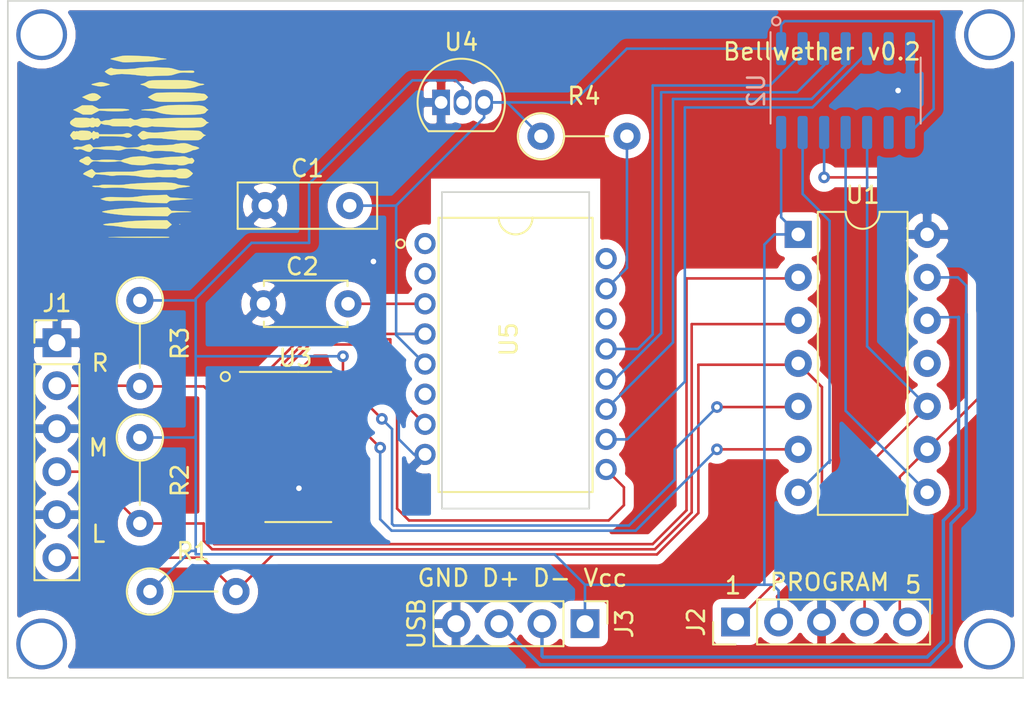
<source format=kicad_pcb>
(kicad_pcb (version 20171130) (host pcbnew 5.1.9+dfsg1-1)

  (general
    (thickness 1.6002)
    (drawings 19)
    (tracks 221)
    (zones 0)
    (modules 15)
    (nets 37)
  )

  (page A4)
  (layers
    (0 F.Cu signal)
    (31 B.Cu signal)
    (35 F.Paste user)
    (36 B.SilkS user)
    (37 F.SilkS user)
    (38 B.Mask user)
    (39 F.Mask user)
    (40 Dwgs.User user)
    (41 Cmts.User user)
    (42 Eco1.User user)
    (43 Eco2.User user)
    (44 Edge.Cuts user)
    (45 Margin user)
    (46 B.CrtYd user)
    (47 F.CrtYd user)
    (48 B.Fab user)
    (49 F.Fab user)
  )

  (setup
    (last_trace_width 0.1524)
    (trace_clearance 0.1524)
    (zone_clearance 0.508)
    (zone_45_only no)
    (trace_min 0.1524)
    (via_size 0.6858)
    (via_drill 0.3302)
    (via_min_size 0.508)
    (via_min_drill 0.254)
    (uvia_size 0.3)
    (uvia_drill 0.1)
    (uvias_allowed no)
    (uvia_min_size 0.2)
    (uvia_min_drill 0.1)
    (edge_width 0.05)
    (segment_width 0.2)
    (pcb_text_width 0.3)
    (pcb_text_size 1.5 1.5)
    (mod_edge_width 0.12)
    (mod_text_size 1 1)
    (mod_text_width 0.15)
    (pad_size 1.25 1.25)
    (pad_drill 0.762)
    (pad_to_mask_clearance 0.0508)
    (solder_mask_min_width 0.101)
    (aux_axis_origin 0 0)
    (visible_elements FFFFFF7F)
    (pcbplotparams
      (layerselection 0x010fc_ffffffff)
      (usegerberextensions false)
      (usegerberattributes true)
      (usegerberadvancedattributes true)
      (creategerberjobfile true)
      (excludeedgelayer true)
      (linewidth 0.100000)
      (plotframeref false)
      (viasonmask false)
      (mode 1)
      (useauxorigin false)
      (hpglpennumber 1)
      (hpglpenspeed 20)
      (hpglpendiameter 15.000000)
      (psnegative false)
      (psa4output false)
      (plotreference true)
      (plotvalue true)
      (plotinvisibletext false)
      (padsonsilk false)
      (subtractmaskfromsilk false)
      (outputformat 1)
      (mirror false)
      (drillshape 1)
      (scaleselection 1)
      (outputdirectory ""))
  )

  (net 0 "")
  (net 1 GND)
  (net 2 USB_D+)
  (net 3 USB_D-)
  (net 4 USB_5V)
  (net 5 "Net-(U1-Pad7)")
  (net 6 "Net-(U1-Pad6)")
  (net 7 "Net-(U1-Pad5)")
  (net 8 "Net-(U1-Pad11)")
  (net 9 "Net-(U1-Pad8)")
  (net 10 2V)
  (net 11 "Net-(C2-Pad1)")
  (net 12 "Net-(J2-Pad5)")
  (net 13 "Net-(J2-Pad4)")
  (net 14 "Net-(J1-Pad6)")
  (net 15 "Net-(J1-Pad4)")
  (net 16 "Net-(J1-Pad2)")
  (net 17 "Net-(R4-Pad2)")
  (net 18 "Net-(U2-Pad9)")
  (net 19 "Net-(U2-Pad6)")
  (net 20 "Net-(U2-Pad5)")
  (net 21 "Net-(U2-Pad4)")
  (net 22 "Net-(U2-Pad3)")
  (net 23 "Net-(U2-Pad2)")
  (net 24 "Net-(U3-Pad11)")
  (net 25 "Net-(U3-Pad10)")
  (net 26 "Net-(U3-Pad9)")
  (net 27 "Net-(U3-Pad6)")
  (net 28 "Net-(U3-Pad5)")
  (net 29 "Net-(U3-Pad4)")
  (net 30 "Net-(U3-Pad3)")
  (net 31 "Net-(U3-Pad2)")
  (net 32 "Net-(U5-Pad14)")
  (net 33 "Net-(U5-Pad6)")
  (net 34 "Net-(U5-Pad16)")
  (net 35 "Net-(U5-Pad2)")
  (net 36 "Net-(U5-Pad1)")

  (net_class Default "This is the default net class."
    (clearance 0.1524)
    (trace_width 0.1524)
    (via_dia 0.6858)
    (via_drill 0.3302)
    (uvia_dia 0.3)
    (uvia_drill 0.1)
    (add_net 2V)
    (add_net GND)
    (add_net "Net-(C2-Pad1)")
    (add_net "Net-(J1-Pad2)")
    (add_net "Net-(J1-Pad4)")
    (add_net "Net-(J1-Pad6)")
    (add_net "Net-(J2-Pad4)")
    (add_net "Net-(J2-Pad5)")
    (add_net "Net-(R4-Pad2)")
    (add_net "Net-(U1-Pad11)")
    (add_net "Net-(U1-Pad5)")
    (add_net "Net-(U1-Pad6)")
    (add_net "Net-(U1-Pad7)")
    (add_net "Net-(U1-Pad8)")
    (add_net "Net-(U2-Pad2)")
    (add_net "Net-(U2-Pad3)")
    (add_net "Net-(U2-Pad4)")
    (add_net "Net-(U2-Pad5)")
    (add_net "Net-(U2-Pad6)")
    (add_net "Net-(U2-Pad9)")
    (add_net "Net-(U3-Pad10)")
    (add_net "Net-(U3-Pad11)")
    (add_net "Net-(U3-Pad2)")
    (add_net "Net-(U3-Pad3)")
    (add_net "Net-(U3-Pad4)")
    (add_net "Net-(U3-Pad5)")
    (add_net "Net-(U3-Pad6)")
    (add_net "Net-(U3-Pad9)")
    (add_net "Net-(U5-Pad1)")
    (add_net "Net-(U5-Pad14)")
    (add_net "Net-(U5-Pad16)")
    (add_net "Net-(U5-Pad2)")
    (add_net "Net-(U5-Pad6)")
    (add_net USB_5V)
    (add_net USB_D+)
    (add_net USB_D-)
  )

  (module depraz_board:pjw (layer F.Cu) (tedit 0) (tstamp 61D14998)
    (at 127.5 68.7)
    (fp_text reference G*** (at 0 0) (layer F.SilkS) hide
      (effects (font (size 1.524 1.524) (thickness 0.3)))
    )
    (fp_text value LOGO (at 0.75 0) (layer F.SilkS) hide
      (effects (font (size 1.524 1.524) (thickness 0.3)))
    )
    (fp_poly (pts (xy -0.312077 -5.465648) (xy -0.147983 -5.461253) (xy 0.051945 -5.453766) (xy 0.294405 -5.443442)
      (xy 0.3556 -5.44075) (xy 0.594276 -5.42954) (xy 0.790246 -5.418575) (xy 0.951595 -5.407077)
      (xy 1.086406 -5.394267) (xy 1.202764 -5.379365) (xy 1.308752 -5.361593) (xy 1.412455 -5.340171)
      (xy 1.4224 -5.337937) (xy 1.507198 -5.322136) (xy 1.618127 -5.305876) (xy 1.7272 -5.293107)
      (xy 1.820815 -5.282157) (xy 1.867382 -5.272183) (xy 1.870611 -5.262093) (xy 1.8542 -5.255791)
      (xy 1.783923 -5.242343) (xy 1.701315 -5.23503) (xy 1.698092 -5.234932) (xy 1.633652 -5.229155)
      (xy 1.535083 -5.215651) (xy 1.418059 -5.196704) (xy 1.342492 -5.183109) (xy 1.190087 -5.156974)
      (xy 1.037901 -5.13648) (xy 0.875261 -5.120736) (xy 0.691492 -5.108854) (xy 0.475919 -5.099944)
      (xy 0.2794 -5.094498) (xy 0.115843 -5.089951) (xy -0.059772 -5.083905) (xy -0.226732 -5.077136)
      (xy -0.364326 -5.070421) (xy -0.3683 -5.0702) (xy -0.527304 -5.064574) (xy -0.649995 -5.06852)
      (xy -0.750078 -5.082739) (xy -0.7874 -5.091605) (xy -0.888752 -5.117645) (xy -1.010167 -5.147661)
      (xy -1.1049 -5.17032) (xy -1.208728 -5.195513) (xy -1.305694 -5.220494) (xy -1.370707 -5.238662)
      (xy -1.426187 -5.25706) (xy -1.437469 -5.26945) (xy -1.40925 -5.283602) (xy -1.399972 -5.287072)
      (xy -1.353606 -5.301282) (xy -1.269401 -5.324399) (xy -1.158886 -5.353348) (xy -1.033587 -5.385054)
      (xy -1.019865 -5.388462) (xy -0.919112 -5.412837) (xy -0.8294 -5.432338) (xy -0.744033 -5.44722)
      (xy -0.656314 -5.457737) (xy -0.559546 -5.464145) (xy -0.447032 -5.466697) (xy -0.312077 -5.465648)) (layer F.SilkS) (width 0.01))
    (fp_poly (pts (xy 0.880089 -4.777966) (xy 0.976627 -4.776233) (xy 1.106289 -4.773215) (xy 1.260253 -4.769123)
      (xy 1.429694 -4.764172) (xy 1.5113 -4.761635) (xy 1.70006 -4.755412) (xy 1.847402 -4.749455)
      (xy 1.962684 -4.742624) (xy 2.055269 -4.733778) (xy 2.134518 -4.721778) (xy 2.20979 -4.705484)
      (xy 2.290448 -4.683757) (xy 2.385851 -4.655456) (xy 2.3876 -4.654928) (xy 2.500771 -4.621251)
      (xy 2.589139 -4.597727) (xy 2.666009 -4.582846) (xy 2.744688 -4.5751) (xy 2.83848 -4.572982)
      (xy 2.960691 -4.574981) (xy 3.066859 -4.577925) (xy 3.217541 -4.581675) (xy 3.325644 -4.582416)
      (xy 3.399335 -4.579538) (xy 3.446778 -4.572432) (xy 3.476139 -4.560486) (xy 3.49295 -4.546102)
      (xy 3.518396 -4.509245) (xy 3.5056 -4.481841) (xy 3.494348 -4.471934) (xy 3.462238 -4.458837)
      (xy 3.400735 -4.451863) (xy 3.303362 -4.450761) (xy 3.163644 -4.455279) (xy 3.119057 -4.457368)
      (xy 2.956048 -4.463682) (xy 2.826658 -4.462935) (xy 2.714178 -4.452899) (xy 2.601898 -4.431349)
      (xy 2.473108 -4.39606) (xy 2.3368 -4.353152) (xy 2.240987 -4.323967) (xy 2.156268 -4.303919)
      (xy 2.068496 -4.291189) (xy 1.963523 -4.283957) (xy 1.827202 -4.280403) (xy 1.7653 -4.27965)
      (xy 1.593324 -4.276549) (xy 1.399004 -4.270869) (xy 1.207972 -4.263465) (xy 1.0668 -4.25642)
      (xy 0.939811 -4.250389) (xy 0.831567 -4.247609) (xy 0.75189 -4.248156) (xy 0.710601 -4.252106)
      (xy 0.707421 -4.253642) (xy 0.676192 -4.262106) (xy 0.606745 -4.270364) (xy 0.511649 -4.277086)
      (xy 0.466121 -4.279168) (xy 0.345063 -4.286243) (xy 0.225971 -4.297241) (xy 0.130713 -4.310053)
      (xy 0.1143 -4.31307) (xy 0.046641 -4.323982) (xy -0.047213 -4.334603) (xy -0.172367 -4.345333)
      (xy -0.333926 -4.356569) (xy -0.536996 -4.368711) (xy -0.7366 -4.379546) (xy -0.817106 -4.378324)
      (xy -0.929914 -4.369824) (xy -1.058286 -4.356055) (xy -1.185485 -4.339025) (xy -1.294772 -4.320743)
      (xy -1.367333 -4.303867) (xy -1.43321 -4.305848) (xy -1.523309 -4.339338) (xy -1.626579 -4.399283)
      (xy -1.706585 -4.45902) (xy -1.77487 -4.515287) (xy -1.719285 -4.565431) (xy -1.665338 -4.60573)
      (xy -1.586984 -4.654952) (xy -1.533539 -4.684989) (xy -1.457482 -4.723343) (xy -1.407998 -4.738826)
      (xy -1.367817 -4.734222) (xy -1.330339 -4.717735) (xy -1.262612 -4.69464) (xy -1.1616 -4.678002)
      (xy -1.02233 -4.667349) (xy -0.839827 -4.662211) (xy -0.7366 -4.661566) (xy -0.609188 -4.663051)
      (xy -0.468511 -4.667304) (xy -0.324378 -4.67372) (xy -0.186602 -4.681695) (xy -0.064991 -4.690624)
      (xy 0.030643 -4.699902) (xy 0.090491 -4.708925) (xy 0.104331 -4.713388) (xy 0.138555 -4.721367)
      (xy 0.212374 -4.731383) (xy 0.314674 -4.742439) (xy 0.434341 -4.753535) (xy 0.560262 -4.763673)
      (xy 0.681321 -4.771854) (xy 0.786406 -4.777078) (xy 0.8255 -4.778199) (xy 0.880089 -4.777966)) (layer F.SilkS) (width 0.01))
    (fp_poly (pts (xy -1.911022 -3.889624) (xy -1.844967 -3.87477) (xy -1.75989 -3.852999) (xy -1.722665 -3.843558)
      (xy -1.61505 -3.814757) (xy -1.530679 -3.788693) (xy -1.478583 -3.768401) (xy -1.466786 -3.757555)
      (xy -1.498782 -3.743586) (xy -1.567147 -3.721346) (xy -1.65898 -3.694932) (xy -1.69083 -3.68637)
      (xy -1.860303 -3.649162) (xy -2.002518 -3.636625) (xy -2.134082 -3.647805) (xy -2.1844 -3.657996)
      (xy -2.260806 -3.674889) (xy -2.359482 -3.695736) (xy -2.41935 -3.707992) (xy -2.497348 -3.726876)
      (xy -2.550338 -3.745742) (xy -2.5654 -3.757721) (xy -2.543147 -3.775305) (xy -2.487077 -3.795834)
      (xy -2.45745 -3.803657) (xy -2.299444 -3.841494) (xy -2.181296 -3.869216) (xy -2.093193 -3.887358)
      (xy -2.025322 -3.896451) (xy -1.967869 -3.897029) (xy -1.911022 -3.889624)) (layer F.SilkS) (width 0.01))
    (fp_poly (pts (xy 2.574419 -4.019419) (xy 2.740938 -4.018266) (xy 2.875807 -4.015827) (xy 2.985406 -4.011844)
      (xy 3.076118 -4.006054) (xy 3.154326 -3.998198) (xy 3.226412 -3.988017) (xy 3.298757 -3.975248)
      (xy 3.3274 -3.969712) (xy 3.452293 -3.94222) (xy 3.571553 -3.910846) (xy 3.668119 -3.880314)
      (xy 3.7084 -3.864212) (xy 3.796837 -3.831137) (xy 3.88413 -3.810722) (xy 3.9116 -3.808026)
      (xy 3.998178 -3.800509) (xy 4.064919 -3.786508) (xy 4.10149 -3.769144) (xy 4.097872 -3.751737)
      (xy 4.058228 -3.738379) (xy 3.985973 -3.722527) (xy 3.920328 -3.711323) (xy 3.809784 -3.688476)
      (xy 3.695267 -3.655535) (xy 3.6449 -3.637165) (xy 3.545958 -3.601317) (xy 3.437008 -3.571343)
      (xy 3.313527 -3.546946) (xy 3.170993 -3.52783) (xy 3.004881 -3.513699) (xy 2.810669 -3.504257)
      (xy 2.583835 -3.499207) (xy 2.319855 -3.498253) (xy 2.014206 -3.5011) (xy 1.6637 -3.507422)
      (xy 1.469038 -3.512154) (xy 1.28848 -3.517679) (xy 1.128941 -3.523696) (xy 0.997338 -3.529904)
      (xy 0.900587 -3.536003) (xy 0.845602 -3.541692) (xy 0.8382 -3.543301) (xy 0.775491 -3.571719)
      (xy 0.70349 -3.616109) (xy 0.692062 -3.624356) (xy 0.618076 -3.665412) (xy 0.521887 -3.701477)
      (xy 0.469812 -3.715003) (xy 0.393857 -3.733546) (xy 0.34315 -3.750927) (xy 0.3302 -3.760402)
      (xy 0.352707 -3.774423) (xy 0.410622 -3.793369) (xy 0.46355 -3.806667) (xy 0.566759 -3.840061)
      (xy 0.670521 -3.888866) (xy 0.705541 -3.910206) (xy 0.743677 -3.93403) (xy 0.784589 -3.953978)
      (xy 0.832976 -3.970412) (xy 0.893537 -3.983692) (xy 0.97097 -3.99418) (xy 1.069973 -4.002236)
      (xy 1.195244 -4.008221) (xy 1.351482 -4.012496) (xy 1.543385 -4.015422) (xy 1.775652 -4.017359)
      (xy 2.05298 -4.018669) (xy 2.1209 -4.01891) (xy 2.369867 -4.019547) (xy 2.574419 -4.019419)) (layer F.SilkS) (width 0.01))
    (fp_poly (pts (xy -2.360474 -3.237118) (xy -2.22623 -3.193275) (xy -2.100382 -3.108691) (xy -2.093312 -3.102612)
      (xy -1.986813 -3.009969) (xy -2.089917 -2.921035) (xy -2.158218 -2.866401) (xy -2.218662 -2.825191)
      (xy -2.242681 -2.812697) (xy -2.31463 -2.795379) (xy -2.41358 -2.784281) (xy -2.518275 -2.780474)
      (xy -2.607459 -2.785029) (xy -2.645291 -2.792411) (xy -2.698692 -2.81341) (xy -2.781972 -2.850755)
      (xy -2.87986 -2.897514) (xy -2.912013 -2.913453) (xy -3.111543 -3.013321) (xy -2.8707 -3.125911)
      (xy -2.676997 -3.203264) (xy -2.508826 -3.24039) (xy -2.360474 -3.237118)) (layer F.SilkS) (width 0.01))
    (fp_poly (pts (xy 2.578361 -3.287309) (xy 2.800626 -3.285086) (xy 3.012624 -3.281386) (xy 3.207572 -3.2762)
      (xy 3.378687 -3.269518) (xy 3.519185 -3.261333) (xy 3.5814 -3.256143) (xy 3.719076 -3.242898)
      (xy 3.84861 -3.230558) (xy 3.956418 -3.220409) (xy 4.02892 -3.213737) (xy 4.034743 -3.213218)
      (xy 4.115803 -3.197319) (xy 4.182683 -3.158612) (xy 4.237943 -3.106676) (xy 4.3307 -3.0099)
      (xy 4.237974 -2.912618) (xy 4.181342 -2.858021) (xy 4.130325 -2.827147) (xy 4.065113 -2.811519)
      (xy 3.983974 -2.803908) (xy 3.880056 -2.795329) (xy 3.750406 -2.782924) (xy 3.619709 -2.769081)
      (xy 3.5941 -2.766175) (xy 3.496096 -2.75803) (xy 3.355723 -2.750693) (xy 3.181405 -2.744265)
      (xy 2.981569 -2.738848) (xy 2.764638 -2.734543) (xy 2.539039 -2.731451) (xy 2.313197 -2.729673)
      (xy 2.095537 -2.729309) (xy 1.894485 -2.730462) (xy 1.718466 -2.733232) (xy 1.575904 -2.73772)
      (xy 1.5113 -2.741188) (xy 1.361691 -2.753824) (xy 1.245738 -2.772304) (xy 1.1463 -2.801888)
      (xy 1.046237 -2.847834) (xy 0.928408 -2.915402) (xy 0.912996 -2.924765) (xy 0.771892 -3.010796)
      (xy 0.951096 -3.116065) (xy 1.053002 -3.171403) (xy 1.155237 -3.219527) (xy 1.237396 -3.250918)
      (xy 1.2446 -3.253015) (xy 1.304809 -3.262281) (xy 1.409017 -3.270142) (xy 1.550439 -3.27659)
      (xy 1.722293 -3.281615) (xy 1.917795 -3.285208) (xy 2.130162 -3.287362) (xy 2.352612 -3.288065)
      (xy 2.578361 -3.287309)) (layer F.SilkS) (width 0.01))
    (fp_poly (pts (xy -2.8067 -2.52652) (xy -2.5019 -2.525924) (xy -2.310098 -2.419136) (xy -2.118295 -2.312349)
      (xy -1.470618 -2.328514) (xy -1.229086 -2.332396) (xy -1.006388 -2.33179) (xy -0.80729 -2.326994)
      (xy -0.636557 -2.318306) (xy -0.498955 -2.306023) (xy -0.399247 -2.290443) (xy -0.3422 -2.271862)
      (xy -0.3302 -2.257332) (xy -0.346613 -2.235248) (xy -0.34925 -2.235009) (xy -0.38244 -2.231014)
      (xy -0.450567 -2.220761) (xy -0.5334 -2.207369) (xy -0.734994 -2.183658) (xy -0.980123 -2.171728)
      (xy -1.262887 -2.171676) (xy -1.577381 -2.183601) (xy -1.661905 -2.188568) (xy -2.09191 -2.215577)
      (xy -2.316448 -2.098389) (xy -2.540986 -1.9812) (xy -3.068521 -1.9812) (xy -3.317205 -2.1082)
      (xy -3.421139 -2.159809) (xy -3.510229 -2.201326) (xy -3.573747 -2.227919) (xy -3.599045 -2.2352)
      (xy -3.629543 -2.250663) (xy -3.6322 -2.2606) (xy -3.611354 -2.282457) (xy -3.589838 -2.286)
      (xy -3.550303 -2.29779) (xy -3.478718 -2.329477) (xy -3.387018 -2.375533) (xy -3.329488 -2.406559)
      (xy -3.1115 -2.527117) (xy -2.8067 -2.52652)) (layer F.SilkS) (width 0.01))
    (fp_poly (pts (xy 3.189537 -2.548645) (xy 3.424831 -2.544674) (xy 3.619002 -2.537515) (xy 3.776872 -2.526514)
      (xy 3.903261 -2.511018) (xy 4.00299 -2.490374) (xy 4.080881 -2.463928) (xy 4.141755 -2.431028)
      (xy 4.190433 -2.39102) (xy 4.206391 -2.374204) (xy 4.259279 -2.321542) (xy 4.302125 -2.290003)
      (xy 4.314341 -2.286) (xy 4.341872 -2.26871) (xy 4.3434 -2.2606) (xy 4.323328 -2.236881)
      (xy 4.31165 -2.235027) (xy 4.278568 -2.215562) (xy 4.234599 -2.16716) (xy 4.220602 -2.147771)
      (xy 4.170182 -2.089059) (xy 4.106375 -2.05319) (xy 4.030102 -2.03216) (xy 3.8896 -2.008852)
      (xy 3.707549 -1.989785) (xy 3.493036 -1.975111) (xy 3.255148 -1.964986) (xy 3.00297 -1.959565)
      (xy 2.74559 -1.959001) (xy 2.492094 -1.96345) (xy 2.25157 -1.973067) (xy 2.033103 -1.988005)
      (xy 1.9431 -1.996645) (xy 1.729107 -2.025107) (xy 1.550197 -2.062154) (xy 1.397 -2.10878)
      (xy 1.28121 -2.146202) (xy 1.168199 -2.17302) (xy 1.041093 -2.192352) (xy 0.883019 -2.207317)
      (xy 0.8509 -2.20972) (xy 0.719579 -2.218908) (xy 0.60046 -2.226594) (xy 0.505993 -2.232018)
      (xy 0.448631 -2.234418) (xy 0.44577 -2.23446) (xy 0.399744 -2.240818) (xy 0.394004 -2.255777)
      (xy 0.39497 -2.256689) (xy 0.427493 -2.265739) (xy 0.501451 -2.276648) (xy 0.607559 -2.288339)
      (xy 0.736537 -2.299733) (xy 0.816633 -2.305675) (xy 0.982459 -2.318413) (xy 1.10888 -2.3317)
      (xy 1.207274 -2.34743) (xy 1.289017 -2.367499) (xy 1.365488 -2.393802) (xy 1.379939 -2.399492)
      (xy 1.49464 -2.439972) (xy 1.620958 -2.473148) (xy 1.76455 -2.499578) (xy 1.93107 -2.519818)
      (xy 2.126174 -2.534425) (xy 2.355518 -2.543958) (xy 2.624758 -2.548973) (xy 2.9083 -2.550081)
      (xy 3.189537 -2.548645)) (layer F.SilkS) (width 0.01))
    (fp_poly (pts (xy -2.466172 -1.798698) (xy -2.412688 -1.773114) (xy -2.410413 -1.771811) (xy -2.335307 -1.743489)
      (xy -2.275447 -1.751784) (xy -2.189618 -1.764825) (xy -2.121326 -1.730746) (xy -2.074272 -1.661722)
      (xy -2.035844 -1.602084) (xy -1.987403 -1.57785) (xy -1.917445 -1.586656) (xy -1.842498 -1.614121)
      (xy -1.756961 -1.637253) (xy -1.654175 -1.648253) (xy -1.617146 -1.648199) (xy -1.47298 -1.661278)
      (xy -1.397 -1.690281) (xy -1.360352 -1.707093) (xy -1.317685 -1.719232) (xy -1.260869 -1.727301)
      (xy -1.181777 -1.731902) (xy -1.07228 -1.733638) (xy -0.924252 -1.733111) (xy -0.831876 -1.732172)
      (xy -0.630675 -1.73145) (xy -0.478738 -1.734493) (xy -0.374662 -1.741363) (xy -0.317045 -1.752124)
      (xy -0.308989 -1.755879) (xy -0.271792 -1.768594) (xy -0.224569 -1.758026) (xy -0.152516 -1.720654)
      (xy -0.146696 -1.717258) (xy -0.066702 -1.676077) (xy -0.001298 -1.66096) (xy 0.074671 -1.666338)
      (xy 0.079716 -1.667128) (xy 0.178797 -1.69045) (xy 0.27835 -1.724851) (xy 0.2921 -1.730823)
      (xy 0.383993 -1.757181) (xy 0.507794 -1.772575) (xy 0.645742 -1.776721) (xy 0.78008 -1.769332)
      (xy 0.89305 -1.750125) (xy 0.923164 -1.740949) (xy 1.031557 -1.719662) (xy 1.088264 -1.72773)
      (xy 1.142138 -1.73694) (xy 1.242537 -1.745785) (xy 1.385186 -1.754135) (xy 1.565809 -1.761863)
      (xy 1.780133 -1.76884) (xy 2.023881 -1.774938) (xy 2.292781 -1.78003) (xy 2.582555 -1.783986)
      (xy 2.888931 -1.786678) (xy 3.0861 -1.78766) (xy 3.9497 -1.7907) (xy 4.067374 -1.721524)
      (xy 4.136741 -1.675281) (xy 4.186324 -1.63214) (xy 4.200334 -1.612511) (xy 4.232752 -1.576199)
      (xy 4.291454 -1.540735) (xy 4.29856 -1.53761) (xy 4.3815 -1.502545) (xy 4.306854 -1.473978)
      (xy 4.24204 -1.438194) (xy 4.198923 -1.397889) (xy 4.156276 -1.354365) (xy 4.091524 -1.305086)
      (xy 4.072651 -1.292898) (xy 4.037305 -1.273323) (xy 3.997593 -1.258051) (xy 3.945909 -1.246075)
      (xy 3.874643 -1.236385) (xy 3.776187 -1.227973) (xy 3.642932 -1.21983) (xy 3.467271 -1.210947)
      (xy 3.447332 -1.209991) (xy 3.146774 -1.199246) (xy 2.867831 -1.197725) (xy 2.583689 -1.205582)
      (xy 2.378249 -1.216097) (xy 2.187105 -1.226692) (xy 1.984146 -1.236844) (xy 1.785311 -1.245832)
      (xy 1.606535 -1.252932) (xy 1.4732 -1.257181) (xy 1.338635 -1.261664) (xy 1.220056 -1.267477)
      (xy 1.127795 -1.273975) (xy 1.072187 -1.280512) (xy 1.062996 -1.282801) (xy 1.016229 -1.284915)
      (xy 0.941336 -1.273024) (xy 0.886936 -1.259041) (xy 0.700599 -1.223299) (xy 0.514599 -1.223386)
      (xy 0.344345 -1.258693) (xy 0.283227 -1.282949) (xy 0.132106 -1.334855) (xy -0.004432 -1.340852)
      (xy -0.133565 -1.300938) (xy -0.1674 -1.282696) (xy -0.235385 -1.246147) (xy -0.276382 -1.235825)
      (xy -0.305059 -1.248875) (xy -0.31126 -1.254689) (xy -0.334071 -1.267426) (xy -0.377468 -1.276658)
      (xy -0.447747 -1.282762) (xy -0.551203 -1.286118) (xy -0.69413 -1.287102) (xy -0.840129 -1.286443)
      (xy -1.01538 -1.285659) (xy -1.147587 -1.286696) (xy -1.244492 -1.290102) (xy -1.313836 -1.296427)
      (xy -1.36336 -1.306218) (xy -1.400804 -1.320024) (xy -1.414789 -1.32715) (xy -1.51177 -1.359468)
      (xy -1.640681 -1.371579) (xy -1.646637 -1.3716) (xy -1.747541 -1.378283) (xy -1.843135 -1.395412)
      (xy -1.888383 -1.4097) (xy -1.949916 -1.434121) (xy -1.988734 -1.447139) (xy -1.992766 -1.4478)
      (xy -2.012835 -1.42829) (xy -2.048858 -1.378745) (xy -2.0701 -1.3462) (xy -2.136768 -1.26968)
      (xy -2.211321 -1.242506) (xy -2.298064 -1.263348) (xy -2.313447 -1.271096) (xy -2.355968 -1.283766)
      (xy -2.377995 -1.258396) (xy -2.411712 -1.232143) (xy -2.473705 -1.219848) (xy -2.543178 -1.222337)
      (xy -2.599332 -1.240436) (xy -2.610607 -1.249167) (xy -2.649266 -1.266295) (xy -2.698237 -1.250806)
      (xy -2.756208 -1.235408) (xy -2.851801 -1.22365) (xy -2.971946 -1.215892) (xy -3.10357 -1.212497)
      (xy -3.233603 -1.213827) (xy -3.348973 -1.220243) (xy -3.429 -1.230576) (xy -3.554313 -1.265388)
      (xy -3.669061 -1.31671) (xy -3.759596 -1.377212) (xy -3.810114 -1.435313) (xy -3.829031 -1.503821)
      (xy -3.807237 -1.570044) (xy -3.741648 -1.639416) (xy -3.661677 -1.6969) (xy -3.5179 -1.79006)
      (xy -3.1369 -1.79038) (xy -2.967627 -1.788437) (xy -2.83605 -1.782495) (xy -2.746693 -1.772858)
      (xy -2.706695 -1.761629) (xy -2.65949 -1.74671) (xy -2.600962 -1.760468) (xy -2.571337 -1.773641)
      (xy -2.510078 -1.798771) (xy -2.466172 -1.798698)) (layer F.SilkS) (width 0.01))
    (fp_poly (pts (xy 2.972111 -1.043188) (xy 3.164395 -1.042181) (xy 3.232497 -1.041769) (xy 3.434746 -1.039519)
      (xy 3.593046 -1.03465) (xy 3.714232 -1.025796) (xy 3.805139 -1.01159) (xy 3.872604 -0.990663)
      (xy 3.923461 -0.96165) (xy 3.964546 -0.923183) (xy 3.991024 -0.890071) (xy 4.05172 -0.830052)
      (xy 4.122265 -0.788041) (xy 4.12511 -0.786992) (xy 4.2037 -0.758975) (xy 4.1275 -0.725059)
      (xy 4.063411 -0.682994) (xy 3.997119 -0.619734) (xy 3.980367 -0.599572) (xy 3.927318 -0.543965)
      (xy 3.877024 -0.511468) (xy 3.861216 -0.508) (xy 3.812483 -0.495264) (xy 3.796274 -0.480941)
      (xy 3.767907 -0.47445) (xy 3.697132 -0.46912) (xy 3.592327 -0.464954) (xy 3.461872 -0.461953)
      (xy 3.314144 -0.46012) (xy 3.157524 -0.459456) (xy 3.000389 -0.459964) (xy 2.851117 -0.461645)
      (xy 2.718089 -0.464502) (xy 2.609682 -0.468536) (xy 2.534276 -0.473749) (xy 2.500248 -0.480144)
      (xy 2.499636 -0.480632) (xy 2.467188 -0.490844) (xy 2.403821 -0.498608) (xy 2.379134 -0.500103)
      (xy 2.279057 -0.505801) (xy 2.159657 -0.514357) (xy 2.031512 -0.524794) (xy 1.905197 -0.536135)
      (xy 1.791291 -0.547402) (xy 1.70037 -0.557618) (xy 1.643011 -0.565806) (xy 1.628961 -0.569423)
      (xy 1.597612 -0.574101) (xy 1.524744 -0.57861) (xy 1.419638 -0.582562) (xy 1.291574 -0.585569)
      (xy 1.21693 -0.586654) (xy 1.060083 -0.587625) (xy 0.942704 -0.585692) (xy 0.853495 -0.579809)
      (xy 0.78116 -0.56893) (xy 0.7144 -0.552009) (xy 0.663006 -0.535346) (xy 0.546889 -0.503105)
      (xy 0.45772 -0.501549) (xy 0.381077 -0.534951) (xy 0.302535 -0.607584) (xy 0.263035 -0.653831)
      (xy 0.168852 -0.768769) (xy 0.298437 -0.892385) (xy 0.391332 -0.970979) (xy 0.46957 -1.009554)
      (xy 0.545643 -1.011028) (xy 0.632042 -0.978321) (xy 0.642611 -0.972816) (xy 0.716225 -0.949295)
      (xy 0.830945 -0.931924) (xy 0.97743 -0.920891) (xy 1.146336 -0.916384) (xy 1.328321 -0.918591)
      (xy 1.514044 -0.9277) (xy 1.694161 -0.943898) (xy 1.748835 -0.950576) (xy 1.893445 -0.968115)
      (xy 2.040987 -0.983632) (xy 2.172921 -0.995304) (xy 2.2606 -1.000913) (xy 2.358388 -1.006924)
      (xy 2.439052 -1.015094) (xy 2.486647 -1.023767) (xy 2.4892 -1.024688) (xy 2.50802 -1.031041)
      (xy 2.53349 -1.035926) (xy 2.571653 -1.039481) (xy 2.628554 -1.041847) (xy 2.710234 -1.04316)
      (xy 2.822739 -1.043561) (xy 2.972111 -1.043188)) (layer F.SilkS) (width 0.01))
    (fp_poly (pts (xy -2.979886 -1.034482) (xy -2.812582 -1.019679) (xy -2.711442 -1.004794) (xy -2.64802 -0.984695)
      (xy -2.609238 -0.954738) (xy -2.601592 -0.944784) (xy -2.560168 -0.898088) (xy -2.527106 -0.898833)
      (xy -2.491769 -0.947749) (xy -2.4892 -0.9525) (xy -2.449426 -1.005545) (xy -2.410648 -1.009039)
      (xy -2.376184 -0.97536) (xy -2.326764 -0.945158) (xy -2.251032 -0.93472) (xy -2.180303 -0.926905)
      (xy -2.140888 -0.897796) (xy -2.129163 -0.876705) (xy -2.10273 -0.81869) (xy -1.399433 -0.814882)
      (xy -1.182725 -0.814153) (xy -1.010759 -0.814755) (xy -0.877486 -0.816954) (xy -0.776859 -0.821018)
      (xy -0.702831 -0.827213) (xy -0.649352 -0.835807) (xy -0.610377 -0.847066) (xy -0.602884 -0.850037)
      (xy -0.46499 -0.886929) (xy -0.340182 -0.878868) (xy -0.234405 -0.826318) (xy -0.227686 -0.820833)
      (xy -0.146674 -0.752666) (xy -0.232087 -0.681816) (xy -0.339449 -0.623715) (xy -0.459232 -0.610937)
      (xy -0.578505 -0.644783) (xy -0.582102 -0.646615) (xy -0.614354 -0.658112) (xy -0.665566 -0.667394)
      (xy -0.741115 -0.674765) (xy -0.846379 -0.680524) (xy -0.986737 -0.684972) (xy -1.167568 -0.688411)
      (xy -1.374307 -0.690941) (xy -2.094935 -0.698252) (xy -2.127955 -0.629359) (xy -2.160457 -0.581013)
      (xy -2.20482 -0.570619) (xy -2.233542 -0.574979) (xy -2.306238 -0.572716) (xy -2.359555 -0.536046)
      (xy -2.411825 -0.494463) (xy -2.450152 -0.48326) (xy -2.4638 -0.503146) (xy -2.477361 -0.537905)
      (xy -2.49878 -0.571529) (xy -2.523399 -0.599536) (xy -2.548425 -0.600691) (xy -2.589483 -0.572232)
      (xy -2.615029 -0.550984) (xy -2.685905 -0.505815) (xy -2.755679 -0.483289) (xy -2.766717 -0.4826)
      (xy -2.82711 -0.480677) (xy -2.918653 -0.475625) (xy -3.021874 -0.468525) (xy -3.025118 -0.468279)
      (xy -3.145637 -0.463502) (xy -3.228422 -0.471658) (xy -3.278285 -0.489752) (xy -3.363647 -0.515325)
      (xy -3.467109 -0.517923) (xy -3.561184 -0.496982) (xy -3.564466 -0.495603) (xy -3.607695 -0.492328)
      (xy -3.656301 -0.522342) (xy -3.71618 -0.590468) (xy -3.765923 -0.6604) (xy -3.826063 -0.7493)
      (xy -3.748182 -0.869687) (xy -3.677888 -0.961655) (xy -3.616268 -1.005357) (xy -3.561026 -1.002129)
      (xy -3.542082 -0.989589) (xy -3.50147 -0.972089) (xy -3.4671 -0.9906) (xy -3.423665 -1.008594)
      (xy -3.395167 -0.994141) (xy -3.35497 -0.980897) (xy -3.312617 -1.002923) (xy -3.24675 -1.027612)
      (xy -3.134895 -1.038163) (xy -2.979886 -1.034482)) (layer F.SilkS) (width 0.01))
    (fp_poly (pts (xy 3.107848 -0.262049) (xy 3.307765 -0.185764) (xy 3.356382 -0.161778) (xy 3.431193 -0.133655)
      (xy 3.510104 -0.116305) (xy 3.585001 -0.100875) (xy 3.667095 -0.075421) (xy 3.741666 -0.045696)
      (xy 3.793997 -0.017456) (xy 3.81 0.000932) (xy 3.788095 0.021205) (xy 3.733043 0.048507)
      (xy 3.660839 0.076991) (xy 3.587476 0.100812) (xy 3.528948 0.114122) (xy 3.503222 0.113078)
      (xy 3.468034 0.114905) (xy 3.408223 0.137016) (xy 3.384443 0.14878) (xy 3.311651 0.184054)
      (xy 3.249675 0.208841) (xy 3.2385 0.212175) (xy 3.182539 0.229482) (xy 3.106629 0.256222)
      (xy 3.0861 0.263915) (xy 2.94154 0.296246) (xy 2.783027 0.294025) (xy 2.7051 0.2794)
      (xy 2.629005 0.26606) (xy 2.537799 0.257735) (xy 2.51928 0.257005) (xy 2.437438 0.248607)
      (xy 2.369583 0.231442) (xy 2.356932 0.22578) (xy 2.303479 0.20941) (xy 2.219965 0.196352)
      (xy 2.149052 0.190787) (xy 2.066441 0.187001) (xy 1.947314 0.181305) (xy 1.805888 0.174392)
      (xy 1.656379 0.16695) (xy 1.6129 0.16476) (xy 1.447077 0.157725) (xy 1.317995 0.156081)
      (xy 1.21182 0.160393) (xy 1.114721 0.171226) (xy 1.012868 0.189146) (xy 1.01194 0.189331)
      (xy 0.904434 0.209824) (xy 0.832469 0.219529) (xy 0.781949 0.218472) (xy 0.738779 0.206682)
      (xy 0.700892 0.189932) (xy 0.588282 0.159027) (xy 0.526946 0.162252) (xy 0.450671 0.163214)
      (xy 0.364185 0.134112) (xy 0.326882 0.115402) (xy 0.233145 0.081132) (xy 0.102966 0.054361)
      (xy -0.049731 0.035957) (xy -0.211023 0.026789) (xy -0.366986 0.027726) (xy -0.503696 0.039636)
      (xy -0.591383 0.058113) (xy -0.724472 0.098213) (xy -0.821671 0.124974) (xy -0.895617 0.140075)
      (xy -0.958951 0.145195) (xy -1.024309 0.142011) (xy -1.104332 0.132202) (xy -1.126354 0.129156)
      (xy -1.250101 0.115923) (xy -1.396219 0.106121) (xy -1.536304 0.101572) (xy -1.557588 0.101452)
      (xy -1.684665 0.098191) (xy -1.813902 0.089667) (xy -1.921822 0.077548) (xy -1.9431 0.074084)
      (xy -2.053954 0.058407) (xy -2.182835 0.046051) (xy -2.2733 0.040888) (xy -2.367162 0.038846)
      (xy -2.42714 0.044476) (xy -2.47012 0.063675) (xy -2.512986 0.10234) (xy -2.543884 0.135398)
      (xy -2.60087 0.19347) (xy -2.644114 0.220815) (xy -2.69281 0.225384) (xy -2.744764 0.218596)
      (xy -2.830412 0.199379) (xy -2.905938 0.173637) (xy -2.918681 0.167677) (xy -3.048001 0.109504)
      (xy -3.162494 0.073066) (xy -3.253247 0.060428) (xy -3.311352 0.073651) (xy -3.314517 0.076047)
      (xy -3.370551 0.094377) (xy -3.459732 0.081649) (xy -3.562351 0.046843) (xy -3.612037 0.022388)
      (xy -3.632201 0.003118) (xy -3.610025 -0.020865) (xy -3.555077 -0.04691) (xy -3.484727 -0.068928)
      (xy -3.416343 -0.080827) (xy -3.391476 -0.081294) (xy -3.304854 -0.076463) (xy -3.2385 -0.072758)
      (xy -3.135076 -0.084507) (xy -3.006472 -0.127044) (xy -2.918681 -0.167678) (xy -2.85028 -0.193563)
      (xy -2.76407 -0.215174) (xy -2.744764 -0.218597) (xy -2.679333 -0.225947) (xy -2.633824 -0.216542)
      (xy -2.589092 -0.182428) (xy -2.543884 -0.135135) (xy -2.4511 -0.034388) (xy -2.2606 -0.040671)
      (xy -2.142471 -0.047864) (xy -2.022053 -0.060441) (xy -1.933284 -0.074277) (xy -1.843228 -0.086898)
      (xy -1.724054 -0.096432) (xy -1.597423 -0.101291) (xy -1.560472 -0.1016) (xy -1.42399 -0.104949)
      (xy -1.276929 -0.113812) (xy -1.147239 -0.126414) (xy -1.126354 -0.129157) (xy -1.034892 -0.140656)
      (xy -0.961411 -0.144714) (xy -0.892239 -0.139481) (xy -0.813709 -0.123112) (xy -0.712151 -0.09376)
      (xy -0.600046 -0.058043) (xy -0.536077 -0.041132) (xy -0.463936 -0.031204) (xy -0.37225 -0.0277)
      (xy -0.249643 -0.030059) (xy -0.134615 -0.035136) (xy 0.010816 -0.043515) (xy 0.116934 -0.053035)
      (xy 0.195216 -0.065703) (xy 0.257142 -0.083526) (xy 0.314191 -0.10851) (xy 0.329266 -0.11623)
      (xy 0.431358 -0.159055) (xy 0.507352 -0.165758) (xy 0.516853 -0.163796) (xy 0.58734 -0.162822)
      (xy 0.676881 -0.18393) (xy 0.692887 -0.189707) (xy 0.750772 -0.209694) (xy 0.801376 -0.21867)
      (xy 0.860235 -0.216583) (xy 0.942883 -0.203379) (xy 1.017769 -0.188599) (xy 1.117146 -0.170822)
      (xy 1.212489 -0.160069) (xy 1.317404 -0.155793) (xy 1.445496 -0.157445) (xy 1.61037 -0.164476)
      (xy 1.6129 -0.164604) (xy 1.762077 -0.172127) (xy 1.907358 -0.179315) (xy 2.034525 -0.185474)
      (xy 2.129362 -0.189911) (xy 2.149052 -0.190788) (xy 2.241545 -0.198985) (xy 2.319762 -0.213152)
      (xy 2.356932 -0.225781) (xy 2.421741 -0.246727) (xy 2.487058 -0.254) (xy 2.55237 -0.258327)
      (xy 2.646145 -0.269611) (xy 2.737836 -0.283732) (xy 2.920374 -0.294211) (xy 3.107848 -0.262049)) (layer F.SilkS) (width 0.01))
    (fp_poly (pts (xy 0.536919 0.490905) (xy 0.624599 0.50122) (xy 0.721031 0.519333) (xy 0.830015 0.54377)
      (xy 1.00412 0.580478) (xy 1.15102 0.601068) (xy 1.289139 0.606075) (xy 1.436902 0.596037)
      (xy 1.612735 0.57149) (xy 1.6383 0.567314) (xy 1.77234 0.54922) (xy 1.933959 0.533479)
      (xy 2.099936 0.522104) (xy 2.2098 0.517732) (xy 2.357144 0.513277) (xy 2.509954 0.507103)
      (xy 2.648125 0.5001) (xy 2.734491 0.494508) (xy 2.842689 0.488083) (xy 2.919468 0.490386)
      (xy 2.98387 0.504305) (xy 3.054938 0.53273) (xy 3.088119 0.548155) (xy 3.175625 0.586258)
      (xy 3.235492 0.601725) (xy 3.283843 0.597721) (xy 3.305166 0.590779) (xy 3.367577 0.57819)
      (xy 3.418856 0.598963) (xy 3.470978 0.659409) (xy 3.489719 0.688047) (xy 3.513853 0.733249)
      (xy 3.513432 0.769959) (xy 3.485946 0.819546) (xy 3.471829 0.840447) (xy 3.413995 0.904087)
      (xy 3.363646 0.919474) (xy 3.246294 0.910453) (xy 3.149837 0.9279) (xy 3.082951 0.95697)
      (xy 2.986553 0.99222) (xy 2.866795 1.0154) (xy 2.741747 1.02504) (xy 2.62948 1.019672)
      (xy 2.5527 1.000071) (xy 2.493627 0.982377) (xy 2.409525 0.9749) (xy 2.28981 0.97697)
      (xy 2.2352 0.97997) (xy 2.048988 0.983973) (xy 1.87714 0.969246) (xy 1.7653 0.950216)
      (xy 1.471813 0.911387) (xy 1.180242 0.907987) (xy 0.905076 0.939822) (xy 0.8001 0.963083)
      (xy 0.706322 0.985942) (xy 0.625857 1.001291) (xy 0.545875 1.010001) (xy 0.453551 1.012946)
      (xy 0.336055 1.010998) (xy 0.182278 1.005103) (xy 0.001517 0.995297) (xy -0.136428 0.982821)
      (xy -0.239513 0.966688) (xy -0.315694 0.945913) (xy -0.325722 0.942169) (xy -0.418657 0.91015)
      (xy -0.510735 0.884724) (xy -0.538662 0.87883) (xy -0.621189 0.85739) (xy -0.7164 0.823925)
      (xy -0.749138 0.810255) (xy -0.813263 0.784523) (xy -0.868747 0.772296) (xy -0.933254 0.772385)
      (xy -1.024445 0.7836) (xy -1.061376 0.789224) (xy -1.215117 0.80644) (xy -1.400758 0.81696)
      (xy -1.602207 0.820777) (xy -1.803368 0.817883) (xy -1.988148 0.808272) (xy -2.140453 0.791936)
      (xy -2.154628 0.789712) (xy -2.310502 0.771979) (xy -2.430867 0.77851) (xy -2.52627 0.812125)
      (xy -2.607256 0.875647) (xy -2.647247 0.921529) (xy -2.697529 0.980595) (xy -2.737457 1.007316)
      (xy -2.786426 1.010523) (xy -2.829642 1.004608) (xy -2.909465 0.982654) (xy -2.974889 0.949494)
      (xy -2.984215 0.942048) (xy -3.044479 0.901753) (xy -3.119764 0.867749) (xy -3.122551 0.866801)
      (xy -3.195203 0.835364) (xy -3.252318 0.799031) (xy -3.254586 0.797036) (xy -3.280928 0.76787)
      (xy -3.276667 0.742375) (xy -3.23744 0.70444) (xy -3.227169 0.695753) (xy -3.170235 0.655476)
      (xy -3.124198 0.635481) (xy -3.119119 0.635) (xy -3.077079 0.620774) (xy -3.016741 0.585372)
      (xy -2.999004 0.57283) (xy -2.894363 0.514797) (xy -2.795403 0.494415) (xy -2.710982 0.510902)
      (xy -2.649961 0.563478) (xy -2.630258 0.605322) (xy -2.598792 0.645035) (xy -2.538392 0.686625)
      (xy -2.514357 0.698609) (xy -2.40258 0.726686) (xy -2.249559 0.729579) (xy -2.058157 0.707303)
      (xy -1.9939 0.695757) (xy -1.910539 0.686444) (xy -1.789092 0.681516) (xy -1.642064 0.680753)
      (xy -1.48196 0.683935) (xy -1.321286 0.690844) (xy -1.172546 0.701258) (xy -1.070413 0.711984)
      (xy -0.952028 0.726127) (xy -0.87213 0.732235) (xy -0.818987 0.729939) (xy -0.780867 0.718869)
      (xy -0.750966 0.701927) (xy -0.691429 0.673072) (xy -0.603537 0.641805) (xy -0.527201 0.620303)
      (xy -0.42661 0.593627) (xy -0.331857 0.565363) (xy -0.2794 0.54745) (xy -0.221944 0.533991)
      (xy -0.125745 0.520377) (xy -0.002835 0.507966) (xy 0.134752 0.498116) (xy 0.1778 0.49583)
      (xy 0.328378 0.489302) (xy 0.443132 0.487296) (xy 0.536919 0.490905)) (layer F.SilkS) (width 0.01))
    (fp_poly (pts (xy 2.966146 1.215149) (xy 3.068634 1.229312) (xy 3.153611 1.260894) (xy 3.237568 1.315793)
      (xy 3.325901 1.39003) (xy 3.438137 1.48963) (xy 3.389118 1.557543) (xy 3.339659 1.610188)
      (xy 3.266305 1.671154) (xy 3.217429 1.705672) (xy 3.141205 1.750515) (xy 3.07116 1.77599)
      (xy 2.985787 1.788178) (xy 2.912629 1.791831) (xy 2.80418 1.793209) (xy 2.700731 1.790944)
      (xy 2.630609 1.786077) (xy 2.552802 1.770031) (xy 2.490484 1.745672) (xy 2.483208 1.741102)
      (xy 2.446512 1.72653) (xy 2.382495 1.718217) (xy 2.283845 1.715741) (xy 2.143249 1.718679)
      (xy 2.113199 1.71974) (xy 1.962521 1.722595) (xy 1.803928 1.721111) (xy 1.658298 1.715705)
      (xy 1.564431 1.708764) (xy 1.401019 1.698316) (xy 1.263184 1.704539) (xy 1.170731 1.718946)
      (xy 1.017463 1.737078) (xy 0.829938 1.740006) (xy 0.622142 1.728447) (xy 0.408057 1.703119)
      (xy 0.2286 1.670659) (xy 0.114704 1.651896) (xy -0.033539 1.635799) (xy -0.205936 1.622672)
      (xy -0.392292 1.61282) (xy -0.582412 1.606546) (xy -0.766102 1.604154) (xy -0.933168 1.60595)
      (xy -1.073415 1.612237) (xy -1.176648 1.623318) (xy -1.200606 1.628021) (xy -1.280141 1.641156)
      (xy -1.364124 1.641268) (xy -1.470606 1.627756) (xy -1.530806 1.617046) (xy -1.649007 1.598531)
      (xy -1.795133 1.580959) (xy -1.946337 1.566898) (xy -2.026131 1.561431) (xy -2.312361 1.545056)
      (xy -2.388081 1.626114) (xy -2.434394 1.679896) (xy -2.461164 1.719123) (xy -2.4638 1.727168)
      (xy -2.483685 1.759374) (xy -2.541716 1.761414) (xy -2.635461 1.733681) (xy -2.755672 1.679971)
      (xy -2.852212 1.632862) (xy -2.935282 1.593924) (xy -2.991589 1.569329) (xy -3.00355 1.564917)
      (xy -3.042797 1.541271) (xy -3.038307 1.507413) (xy -2.988767 1.461943) (xy -2.892865 1.40346)
      (xy -2.81305 1.361807) (xy -2.711219 1.312511) (xy -2.623764 1.273412) (xy -2.562117 1.249443)
      (xy -2.540693 1.244303) (xy -2.504353 1.262538) (xy -2.450744 1.30912) (xy -2.411508 1.351161)
      (xy -2.378415 1.389557) (xy -2.349324 1.418008) (xy -2.316779 1.437307) (xy -2.273327 1.448243)
      (xy -2.211514 1.451609) (xy -2.123886 1.448195) (xy -2.002988 1.438791) (xy -1.841368 1.424189)
      (xy -1.778 1.41838) (xy -1.672119 1.411309) (xy -1.525907 1.40528) (xy -1.349829 1.400527)
      (xy -1.154347 1.397282) (xy -0.949926 1.395779) (xy -0.7747 1.396058) (xy -0.558892 1.39704)
      (xy -0.386116 1.396772) (xy -0.248614 1.394859) (xy -0.138623 1.390907) (xy -0.048386 1.38452)
      (xy 0.029859 1.375304) (xy 0.103872 1.362864) (xy 0.1778 1.347597) (xy 0.315988 1.322334)
      (xy 0.473312 1.301661) (xy 0.63867 1.286191) (xy 0.800965 1.276538) (xy 0.949097 1.273317)
      (xy 1.071967 1.277143) (xy 1.158477 1.288628) (xy 1.17247 1.292551) (xy 1.224385 1.303794)
      (xy 1.299837 1.309495) (xy 1.405934 1.309707) (xy 1.549781 1.304483) (xy 1.696126 1.296468)
      (xy 1.912888 1.286054) (xy 2.084818 1.283456) (xy 2.209836 1.288678) (xy 2.260043 1.295294)
      (xy 2.347085 1.307545) (xy 2.41176 1.301643) (xy 2.480229 1.274451) (xy 2.494787 1.267149)
      (xy 2.562729 1.239055) (xy 2.64126 1.22223) (xy 2.745658 1.21418) (xy 2.829659 1.212506)
      (xy 2.966146 1.215149)) (layer F.SilkS) (width 0.01))
    (fp_poly (pts (xy 1.840927 2.02981) (xy 1.93728 2.034589) (xy 2.03415 2.041834) (xy 2.138859 2.051546)
      (xy 2.154365 2.053083) (xy 2.309186 2.073107) (xy 2.421838 2.097773) (xy 2.484444 2.123769)
      (xy 2.553499 2.151834) (xy 2.664103 2.175405) (xy 2.781179 2.190113) (xy 2.966864 2.208478)
      (xy 3.105234 2.223854) (xy 3.19965 2.236791) (xy 3.253472 2.247838) (xy 3.270063 2.257544)
      (xy 3.252784 2.266457) (xy 3.2512 2.266864) (xy 3.140585 2.288579) (xy 2.980569 2.310581)
      (xy 2.772548 2.33268) (xy 2.7559 2.334256) (xy 2.627628 2.352821) (xy 2.506411 2.381587)
      (xy 2.428309 2.409278) (xy 2.37883 2.429439) (xy 2.327054 2.444452) (xy 2.264138 2.455277)
      (xy 2.181241 2.462871) (xy 2.06952 2.468192) (xy 1.920133 2.472199) (xy 1.831409 2.473956)
      (xy 1.645976 2.475808) (xy 1.429211 2.475436) (xy 1.200522 2.473026) (xy 0.979321 2.468765)
      (xy 0.8255 2.464311) (xy 0.512593 2.451464) (xy 0.215041 2.435246) (xy -0.059074 2.416242)
      (xy -0.30167 2.395037) (xy -0.504663 2.372219) (xy -0.570479 2.363138) (xy -0.781273 2.341765)
      (xy -1.032724 2.332965) (xy -1.316238 2.336864) (xy -1.550081 2.348542) (xy -1.697978 2.356544)
      (xy -1.808305 2.358093) (xy -1.893948 2.352648) (xy -1.967792 2.339669) (xy -2.007281 2.329342)
      (xy -2.12671 2.305778) (xy -2.240613 2.301009) (xy -2.2606 2.302703) (xy -2.350158 2.304143)
      (xy -2.432725 2.291601) (xy -2.4511 2.285595) (xy -2.5273 2.255368) (xy -2.4638 2.230329)
      (xy -2.401222 2.218074) (xy -2.314396 2.215365) (xy -2.269487 2.218148) (xy -2.121488 2.214722)
      (xy -2.028187 2.192645) (xy -1.982808 2.179821) (xy -1.927136 2.170845) (xy -1.853769 2.165482)
      (xy -1.755301 2.1635) (xy -1.624329 2.164666) (xy -1.45345 2.168745) (xy -1.3589 2.171552)
      (xy -1.118929 2.177251) (xy -0.92516 2.177953) (xy -0.773233 2.17358) (xy -0.65879 2.164058)
      (xy -0.6223 2.158751) (xy -0.49986 2.140835) (xy -0.350235 2.124168) (xy -0.169331 2.108458)
      (xy 0.046947 2.093413) (xy 0.302694 2.078741) (xy 0.602003 2.06415) (xy 0.8636 2.052834)
      (xy 1.110624 2.042849) (xy 1.314231 2.035321) (xy 1.481742 2.030252) (xy 1.62048 2.027642)
      (xy 1.737768 2.027495) (xy 1.840927 2.02981)) (layer F.SilkS) (width 0.01))
    (fp_poly (pts (xy 1.986063 2.841326) (xy 2.056841 2.89382) (xy 2.126959 2.916977) (xy 2.200453 2.92144)
      (xy 2.284394 2.924309) (xy 2.397846 2.931544) (xy 2.519849 2.941744) (xy 2.5527 2.944942)
      (xy 2.672467 2.955884) (xy 2.8225 2.967927) (xy 2.982335 2.9795) (xy 3.1115 2.987846)
      (xy 3.4417 3.007689) (xy 3.175 3.026842) (xy 3.035132 3.037232) (xy 2.868646 3.05012)
      (xy 2.699535 3.063626) (xy 2.5908 3.072581) (xy 2.458866 3.082955) (xy 2.336124 3.091403)
      (xy 2.236504 3.097039) (xy 2.175053 3.098983) (xy 2.087354 3.112574) (xy 2.007371 3.160337)
      (xy 1.990019 3.175) (xy 1.903232 3.2512) (xy 1.542166 3.247141) (xy 1.367816 3.243987)
      (xy 1.1698 3.238521) (xy 0.974049 3.231548) (xy 0.8255 3.224869) (xy 0.668673 3.214285)
      (xy 0.504042 3.198902) (xy 0.351088 3.180779) (xy 0.229296 3.161972) (xy 0.2286 3.161843)
      (xy 0.093178 3.142798) (xy -0.081267 3.127464) (xy -0.283076 3.116135) (xy -0.500587 3.109103)
      (xy -0.72214 3.106661) (xy -0.936073 3.109102) (xy -1.130728 3.116718) (xy -1.2446 3.124866)
      (xy -1.489684 3.133068) (xy -1.704355 3.109899) (xy -1.899126 3.054079) (xy -1.930444 3.04149)
      (xy -2.0193 3.004288) (xy -1.833782 2.947054) (xy -1.763156 2.92644) (xy -1.696527 2.910704)
      (xy -1.626559 2.899529) (xy -1.545918 2.892597) (xy -1.447268 2.889591) (xy -1.323272 2.890192)
      (xy -1.166594 2.894084) (xy -0.9699 2.900947) (xy -0.8636 2.905029) (xy -0.592803 2.912225)
      (xy -0.353432 2.910261) (xy -0.126768 2.898081) (xy 0.105912 2.874631) (xy 0.363329 2.838855)
      (xy 0.3937 2.834162) (xy 0.48495 2.823284) (xy 0.616536 2.812145) (xy 0.777999 2.8014)
      (xy 0.958883 2.791701) (xy 1.14873 2.783703) (xy 1.25881 2.780102) (xy 1.895321 2.761653)
      (xy 1.986063 2.841326)) (layer F.SilkS) (width 0.01))
    (fp_poly (pts (xy 2.065311 3.6021) (xy 2.171928 3.706736) (xy 2.705214 3.723248) (xy 2.908945 3.730517)
      (xy 3.075363 3.738382) (xy 3.202814 3.746536) (xy 3.28964 3.754671) (xy 3.334188 3.762479)
      (xy 3.3348 3.769653) (xy 3.289822 3.775884) (xy 3.197598 3.780866) (xy 3.056473 3.78429)
      (xy 3.0353 3.784593) (xy 2.874754 3.787705) (xy 2.707245 3.792583) (xy 2.55103 3.798598)
      (xy 2.424367 3.805121) (xy 2.407689 3.806195) (xy 2.293462 3.814555) (xy 2.216303 3.824277)
      (xy 2.162578 3.839897) (xy 2.118653 3.865946) (xy 2.070894 3.906958) (xy 2.052089 3.924436)
      (xy 1.9431 4.026173) (xy 0.8255 4.010926) (xy 0.427124 4.004198) (xy 0.078449 3.995545)
      (xy -0.221588 3.984926) (xy -0.47405 3.972302) (xy -0.680001 3.957633) (xy -0.7366 3.952467)
      (xy -0.963172 3.928877) (xy -1.178587 3.903478) (xy -1.37736 3.877156) (xy -1.554003 3.850796)
      (xy -1.703028 3.825285) (xy -1.818947 3.801506) (xy -1.896274 3.780346) (xy -1.92952 3.76269)
      (xy -1.9304 3.759845) (xy -1.906714 3.747115) (xy -1.841674 3.729482) (xy -1.744312 3.708527)
      (xy -1.623659 3.685834) (xy -1.488747 3.662987) (xy -1.348606 3.641568) (xy -1.212267 3.623162)
      (xy -1.088761 3.60935) (xy -1.0541 3.606217) (xy -0.900756 3.59289) (xy -0.728862 3.577261)
      (xy -0.56694 3.561944) (xy -0.508 3.556157) (xy -0.424598 3.550047) (xy -0.297373 3.54366)
      (xy -0.133303 3.537212) (xy 0.060637 3.530923) (xy 0.277471 3.525009) (xy 0.510222 3.519688)
      (xy 0.751916 3.515178) (xy 0.858697 3.513516) (xy 1.958694 3.497463) (xy 2.065311 3.6021)) (layer F.SilkS) (width 0.01))
    (fp_poly (pts (xy 2.699233 4.504539) (xy 2.700077 4.512877) (xy 2.660315 4.516283) (xy 2.6543 4.516248)
      (xy 2.614905 4.512585) (xy 2.618666 4.504854) (xy 2.623033 4.503598) (xy 2.678362 4.499879)
      (xy 2.699233 4.504539)) (layer F.SilkS) (width 0.01))
    (fp_poly (pts (xy 2.189499 4.520188) (xy 2.104442 4.590544) (xy 2.034846 4.65027) (xy 1.971254 4.708203)
      (xy 1.961038 4.71805) (xy 1.907359 4.756842) (xy 1.859715 4.770324) (xy 1.859395 4.770289)
      (xy 1.825339 4.768848) (xy 1.746059 4.766774) (xy 1.627125 4.764173) (xy 1.47411 4.761153)
      (xy 1.292583 4.757824) (xy 1.088115 4.754291) (xy 0.866277 4.750665) (xy 0.762 4.749026)
      (xy 0.48795 4.744468) (xy 0.25847 4.739842) (xy 0.067329 4.734834) (xy -0.091702 4.729133)
      (xy -0.224854 4.722423) (xy -0.338357 4.714393) (xy -0.438441 4.704728) (xy -0.531335 4.693115)
      (xy -0.6223 4.679397) (xy -0.769201 4.657068) (xy -0.926629 4.635464) (xy -1.085014 4.615647)
      (xy -1.234785 4.598683) (xy -1.366372 4.585632) (xy -1.470204 4.577558) (xy -1.53671 4.575523)
      (xy -1.5494 4.576436) (xy -1.600166 4.576137) (xy -1.674246 4.567851) (xy -1.754302 4.554568)
      (xy -1.822996 4.539276) (xy -1.862988 4.524965) (xy -1.866558 4.521754) (xy -1.850426 4.50765)
      (xy -1.792064 4.491467) (xy -1.699928 4.474524) (xy -1.582473 4.458141) (xy -1.448157 4.443639)
      (xy -1.305434 4.432337) (xy -1.286023 4.43113) (xy -1.155342 4.42061) (xy -0.996802 4.403847)
      (xy -0.832588 4.383356) (xy -0.714523 4.366354) (xy -0.550304 4.345476) (xy -0.341104 4.326374)
      (xy -0.092717 4.309331) (xy 0.189059 4.294629) (xy 0.498427 4.282549) (xy 0.829593 4.273376)
      (xy 1.17676 4.26739) (xy 1.351551 4.265702) (xy 1.907313 4.261728) (xy 2.189499 4.520188)) (layer F.SilkS) (width 0.01))
    (fp_poly (pts (xy 1.456497 5.232121) (xy 1.662183 5.234518) (xy 1.822442 5.238408) (xy 1.939058 5.243879)
      (xy 2.013819 5.25102) (xy 2.04851 5.259921) (xy 2.044917 5.270671) (xy 2.004826 5.283357)
      (xy 1.9939 5.285847) (xy 1.951333 5.289522) (xy 1.863295 5.292617) (xy 1.735109 5.295136)
      (xy 1.5721 5.297083) (xy 1.379593 5.298465) (xy 1.162911 5.299285) (xy 0.92738 5.299549)
      (xy 0.678324 5.299261) (xy 0.421068 5.298425) (xy 0.160935 5.297048) (xy -0.096749 5.295133)
      (xy -0.34666 5.292685) (xy -0.583473 5.28971) (xy -0.801864 5.286211) (xy -0.9525 5.2832)
      (xy -1.124364 5.279172) (xy -1.276586 5.275166) (xy -1.402725 5.271388) (xy -1.496339 5.268042)
      (xy -1.550989 5.265336) (xy -1.5621 5.263714) (xy -1.52506 5.260915) (xy -1.442345 5.257919)
      (xy -1.319079 5.254794) (xy -1.160389 5.251606) (xy -0.971398 5.248422) (xy -0.75723 5.245311)
      (xy -0.523011 5.242338) (xy -0.273866 5.239572) (xy -0.014918 5.237078) (xy 0.248707 5.234925)
      (xy 0.511885 5.233179) (xy 0.76949 5.231907) (xy 0.9017 5.23145) (xy 1.203598 5.231128)
      (xy 1.456497 5.232121)) (layer F.SilkS) (width 0.01))
  )

  (module depraz_board:pmw3389 (layer F.Cu) (tedit 61D33A71) (tstamp 61CD1FFC)
    (at 150 80 270)
    (path /61C614FC)
    (fp_text reference U5 (at 0 0.4 90) (layer F.SilkS)
      (effects (font (size 1 1) (thickness 0.15)))
    )
    (fp_text value PMW3389DM (at 0 -0.5 90) (layer F.Fab)
      (effects (font (size 1 1) (thickness 0.15)))
    )
    (fp_circle (center -5.65 6.8) (end -5.5 7) (layer F.SilkS) (width 0.12))
    (fp_line (start -7.18 4.55) (end 9.02 4.55) (layer F.SilkS) (width 0.12))
    (fp_line (start -7.18 -4.55) (end 9.02 -4.55) (layer F.SilkS) (width 0.12))
    (fp_line (start 9.02 -4.55) (end 9.02 4.55) (layer F.SilkS) (width 0.12))
    (fp_line (start -7.18 -4.55) (end -7.18 4.55) (layer F.SilkS) (width 0.12))
    (fp_arc (start -7.2 0) (end -7.2 1) (angle -180) (layer F.SilkS) (width 0.12))
    (pad 9 thru_hole circle (at 7.69 -5.35 270) (size 1.25 1.25) (drill 0.762) (layers *.Cu *.Mask)
      (net 30 "Net-(U3-Pad3)"))
    (pad 10 thru_hole circle (at 5.91 -5.35 270) (size 1.25 1.25) (drill 0.762) (layers *.Cu *.Mask)
      (net 20 "Net-(U2-Pad5)"))
    (pad 11 thru_hole circle (at 4.13 -5.35 270) (size 1.25 1.25) (drill 0.762) (layers *.Cu *.Mask)
      (net 21 "Net-(U2-Pad4)"))
    (pad 12 thru_hole circle (at 2.35 -5.35 270) (size 1.25 1.25) (drill 0.762) (layers *.Cu *.Mask)
      (net 22 "Net-(U2-Pad3)"))
    (pad 13 thru_hole circle (at 0.57 -5.35 270) (size 1.25 1.25) (drill 0.762) (layers *.Cu *.Mask)
      (net 23 "Net-(U2-Pad2)"))
    (pad 14 thru_hole circle (at -1.21 -5.35 270) (size 1.25 1.25) (drill 0.762) (layers *.Cu *.Mask)
      (net 32 "Net-(U5-Pad14)"))
    (pad 15 thru_hole circle (at -2.99 -5.35 270) (size 1.25 1.25) (drill 0.762) (layers *.Cu *.Mask)
      (net 17 "Net-(R4-Pad2)"))
    (pad 16 thru_hole circle (at -4.77 -5.35 270) (size 1.25 1.25) (drill 0.762) (layers *.Cu *.Mask)
      (net 34 "Net-(U5-Pad16)"))
    (pad 8 thru_hole circle (at 6.8 5.35 270) (size 1.25 1.25) (drill 0.762) (layers *.Cu *.Mask)
      (net 1 GND))
    (pad 7 thru_hole circle (at 5.02 5.35 270) (size 1.25 1.25) (drill 0.762) (layers *.Cu *.Mask)
      (net 31 "Net-(U3-Pad2)"))
    (pad 6 thru_hole circle (at 3.24 5.35 270) (size 1.25 1.25) (drill 0.762) (layers *.Cu *.Mask)
      (net 33 "Net-(U5-Pad6)"))
    (pad 5 thru_hole circle (at 1.46 5.35 270) (size 1.25 1.25) (drill 0.762) (layers *.Cu *.Mask)
      (net 10 2V))
    (pad 4 thru_hole circle (at -0.32 5.35 270) (size 1.25 1.25) (drill 0.762) (layers *.Cu *.Mask)
      (net 10 2V))
    (pad 3 thru_hole circle (at -2.1 5.35 270) (size 1.25 1.25) (drill 0.762) (layers *.Cu *.Mask)
      (net 11 "Net-(C2-Pad1)"))
    (pad 2 thru_hole circle (at -3.88 5.35 270) (size 1.25 1.25) (drill 0.762) (layers *.Cu *.Mask)
      (net 35 "Net-(U5-Pad2)"))
    (pad 1 thru_hole circle (at -5.66 5.35 270) (size 1.25 1.25) (drill 0.762) (layers *.Cu *.Mask)
      (net 36 "Net-(U5-Pad1)"))
  )

  (module Resistor_THT:R_Axial_DIN0207_L6.3mm_D2.5mm_P5.08mm_Vertical (layer F.Cu) (tedit 5AE5139B) (tstamp 61CCD148)
    (at 151.5 68)
    (descr "Resistor, Axial_DIN0207 series, Axial, Vertical, pin pitch=5.08mm, 0.25W = 1/4W, length*diameter=6.3*2.5mm^2, http://cdn-reichelt.de/documents/datenblatt/B400/1_4W%23YAG.pdf")
    (tags "Resistor Axial_DIN0207 series Axial Vertical pin pitch 5.08mm 0.25W = 1/4W length 6.3mm diameter 2.5mm")
    (path /61C7BD6C)
    (fp_text reference R4 (at 2.54 -2.37) (layer F.SilkS)
      (effects (font (size 1 1) (thickness 0.15)))
    )
    (fp_text value 13 (at 2.54 2.37) (layer F.Fab)
      (effects (font (size 1 1) (thickness 0.15)))
    )
    (fp_circle (center 0 0) (end 1.25 0) (layer F.Fab) (width 0.1))
    (fp_circle (center 0 0) (end 1.37 0) (layer F.SilkS) (width 0.12))
    (fp_line (start 0 0) (end 5.08 0) (layer F.Fab) (width 0.1))
    (fp_line (start 1.37 0) (end 3.98 0) (layer F.SilkS) (width 0.12))
    (fp_line (start -1.5 -1.5) (end -1.5 1.5) (layer F.CrtYd) (width 0.05))
    (fp_line (start -1.5 1.5) (end 6.13 1.5) (layer F.CrtYd) (width 0.05))
    (fp_line (start 6.13 1.5) (end 6.13 -1.5) (layer F.CrtYd) (width 0.05))
    (fp_line (start 6.13 -1.5) (end -1.5 -1.5) (layer F.CrtYd) (width 0.05))
    (fp_text user %R (at 2.54 -2.37) (layer F.Fab)
      (effects (font (size 1 1) (thickness 0.15)))
    )
    (pad 2 thru_hole oval (at 5.08 0) (size 1.6 1.6) (drill 0.8) (layers *.Cu *.Mask)
      (net 17 "Net-(R4-Pad2)"))
    (pad 1 thru_hole circle (at 0 0) (size 1.6 1.6) (drill 0.8) (layers *.Cu *.Mask)
      (net 10 2V))
    (model ${KISYS3DMOD}/Resistor_THT.3dshapes/R_Axial_DIN0207_L6.3mm_D2.5mm_P5.08mm_Vertical.wrl
      (at (xyz 0 0 0))
      (scale (xyz 1 1 1))
      (rotate (xyz 0 0 0))
    )
  )

  (module Resistor_THT:R_Axial_DIN0207_L6.3mm_D2.5mm_P5.08mm_Vertical (layer F.Cu) (tedit 5AE5139B) (tstamp 61CCD139)
    (at 127.8 77.7 270)
    (descr "Resistor, Axial_DIN0207 series, Axial, Vertical, pin pitch=5.08mm, 0.25W = 1/4W, length*diameter=6.3*2.5mm^2, http://cdn-reichelt.de/documents/datenblatt/B400/1_4W%23YAG.pdf")
    (tags "Resistor Axial_DIN0207 series Axial Vertical pin pitch 5.08mm 0.25W = 1/4W length 6.3mm diameter 2.5mm")
    (path /61D03620)
    (fp_text reference R3 (at 2.54 -2.37 90) (layer F.SilkS)
      (effects (font (size 1 1) (thickness 0.15)))
    )
    (fp_text value 1M (at 2.54 2.37 90) (layer F.Fab)
      (effects (font (size 1 1) (thickness 0.15)))
    )
    (fp_circle (center 0 0) (end 1.25 0) (layer F.Fab) (width 0.1))
    (fp_circle (center 0 0) (end 1.37 0) (layer F.SilkS) (width 0.12))
    (fp_line (start 0 0) (end 5.08 0) (layer F.Fab) (width 0.1))
    (fp_line (start 1.37 0) (end 3.98 0) (layer F.SilkS) (width 0.12))
    (fp_line (start -1.5 -1.5) (end -1.5 1.5) (layer F.CrtYd) (width 0.05))
    (fp_line (start -1.5 1.5) (end 6.13 1.5) (layer F.CrtYd) (width 0.05))
    (fp_line (start 6.13 1.5) (end 6.13 -1.5) (layer F.CrtYd) (width 0.05))
    (fp_line (start 6.13 -1.5) (end -1.5 -1.5) (layer F.CrtYd) (width 0.05))
    (fp_text user %R (at 2.54 -2.37 90) (layer F.Fab)
      (effects (font (size 1 1) (thickness 0.15)))
    )
    (pad 2 thru_hole oval (at 5.08 0 270) (size 1.6 1.6) (drill 0.8) (layers *.Cu *.Mask)
      (net 16 "Net-(J1-Pad2)"))
    (pad 1 thru_hole circle (at 0 0 270) (size 1.6 1.6) (drill 0.8) (layers *.Cu *.Mask)
      (net 4 USB_5V))
    (model ${KISYS3DMOD}/Resistor_THT.3dshapes/R_Axial_DIN0207_L6.3mm_D2.5mm_P5.08mm_Vertical.wrl
      (at (xyz 0 0 0))
      (scale (xyz 1 1 1))
      (rotate (xyz 0 0 0))
    )
  )

  (module Resistor_THT:R_Axial_DIN0207_L6.3mm_D2.5mm_P5.08mm_Vertical (layer F.Cu) (tedit 5AE5139B) (tstamp 61CCD12A)
    (at 127.8 85.8 270)
    (descr "Resistor, Axial_DIN0207 series, Axial, Vertical, pin pitch=5.08mm, 0.25W = 1/4W, length*diameter=6.3*2.5mm^2, http://cdn-reichelt.de/documents/datenblatt/B400/1_4W%23YAG.pdf")
    (tags "Resistor Axial_DIN0207 series Axial Vertical pin pitch 5.08mm 0.25W = 1/4W length 6.3mm diameter 2.5mm")
    (path /61D060DC)
    (fp_text reference R2 (at 2.54 -2.37 90) (layer F.SilkS)
      (effects (font (size 1 1) (thickness 0.15)))
    )
    (fp_text value 1M (at 2.54 2.37 90) (layer F.Fab)
      (effects (font (size 1 1) (thickness 0.15)))
    )
    (fp_circle (center 0 0) (end 1.25 0) (layer F.Fab) (width 0.1))
    (fp_circle (center 0 0) (end 1.37 0) (layer F.SilkS) (width 0.12))
    (fp_line (start 0 0) (end 5.08 0) (layer F.Fab) (width 0.1))
    (fp_line (start 1.37 0) (end 3.98 0) (layer F.SilkS) (width 0.12))
    (fp_line (start -1.5 -1.5) (end -1.5 1.5) (layer F.CrtYd) (width 0.05))
    (fp_line (start -1.5 1.5) (end 6.13 1.5) (layer F.CrtYd) (width 0.05))
    (fp_line (start 6.13 1.5) (end 6.13 -1.5) (layer F.CrtYd) (width 0.05))
    (fp_line (start 6.13 -1.5) (end -1.5 -1.5) (layer F.CrtYd) (width 0.05))
    (fp_text user %R (at 2.54 -2.37 90) (layer F.Fab)
      (effects (font (size 1 1) (thickness 0.15)))
    )
    (pad 2 thru_hole oval (at 5.08 0 270) (size 1.6 1.6) (drill 0.8) (layers *.Cu *.Mask)
      (net 15 "Net-(J1-Pad4)"))
    (pad 1 thru_hole circle (at 0 0 270) (size 1.6 1.6) (drill 0.8) (layers *.Cu *.Mask)
      (net 4 USB_5V))
    (model ${KISYS3DMOD}/Resistor_THT.3dshapes/R_Axial_DIN0207_L6.3mm_D2.5mm_P5.08mm_Vertical.wrl
      (at (xyz 0 0 0))
      (scale (xyz 1 1 1))
      (rotate (xyz 0 0 0))
    )
  )

  (module Resistor_THT:R_Axial_DIN0207_L6.3mm_D2.5mm_P5.08mm_Vertical (layer F.Cu) (tedit 5AE5139B) (tstamp 61CCD11B)
    (at 128.4 94.9)
    (descr "Resistor, Axial_DIN0207 series, Axial, Vertical, pin pitch=5.08mm, 0.25W = 1/4W, length*diameter=6.3*2.5mm^2, http://cdn-reichelt.de/documents/datenblatt/B400/1_4W%23YAG.pdf")
    (tags "Resistor Axial_DIN0207 series Axial Vertical pin pitch 5.08mm 0.25W = 1/4W length 6.3mm diameter 2.5mm")
    (path /61D06733)
    (fp_text reference R1 (at 2.54 -2.37) (layer F.SilkS)
      (effects (font (size 1 1) (thickness 0.15)))
    )
    (fp_text value 1M (at 2.54 2.37) (layer F.Fab)
      (effects (font (size 1 1) (thickness 0.15)))
    )
    (fp_circle (center 0 0) (end 1.25 0) (layer F.Fab) (width 0.1))
    (fp_circle (center 0 0) (end 1.37 0) (layer F.SilkS) (width 0.12))
    (fp_line (start 0 0) (end 5.08 0) (layer F.Fab) (width 0.1))
    (fp_line (start 1.37 0) (end 3.98 0) (layer F.SilkS) (width 0.12))
    (fp_line (start -1.5 -1.5) (end -1.5 1.5) (layer F.CrtYd) (width 0.05))
    (fp_line (start -1.5 1.5) (end 6.13 1.5) (layer F.CrtYd) (width 0.05))
    (fp_line (start 6.13 1.5) (end 6.13 -1.5) (layer F.CrtYd) (width 0.05))
    (fp_line (start 6.13 -1.5) (end -1.5 -1.5) (layer F.CrtYd) (width 0.05))
    (fp_text user %R (at 2.54 -2.37) (layer F.Fab)
      (effects (font (size 1 1) (thickness 0.15)))
    )
    (pad 2 thru_hole oval (at 5.08 0) (size 1.6 1.6) (drill 0.8) (layers *.Cu *.Mask)
      (net 14 "Net-(J1-Pad6)"))
    (pad 1 thru_hole circle (at 0 0) (size 1.6 1.6) (drill 0.8) (layers *.Cu *.Mask)
      (net 4 USB_5V))
    (model ${KISYS3DMOD}/Resistor_THT.3dshapes/R_Axial_DIN0207_L6.3mm_D2.5mm_P5.08mm_Vertical.wrl
      (at (xyz 0 0 0))
      (scale (xyz 1 1 1))
      (rotate (xyz 0 0 0))
    )
  )

  (module Connector_PinHeader_2.54mm:PinHeader_1x04_P2.54mm_Vertical (layer F.Cu) (tedit 59FED5CC) (tstamp 61C521D8)
    (at 154.1 96.8 270)
    (descr "Through hole straight pin header, 1x04, 2.54mm pitch, single row")
    (tags "Through hole pin header THT 1x04 2.54mm single row")
    (path /61C561A4)
    (fp_text reference J3 (at 0 -2.33 90) (layer F.SilkS)
      (effects (font (size 1 1) (thickness 0.15)))
    )
    (fp_text value USB (at 0 9.95 90) (layer F.Fab)
      (effects (font (size 1 1) (thickness 0.15)))
    )
    (fp_line (start -0.635 -1.27) (end 1.27 -1.27) (layer F.Fab) (width 0.1))
    (fp_line (start 1.27 -1.27) (end 1.27 8.89) (layer F.Fab) (width 0.1))
    (fp_line (start 1.27 8.89) (end -1.27 8.89) (layer F.Fab) (width 0.1))
    (fp_line (start -1.27 8.89) (end -1.27 -0.635) (layer F.Fab) (width 0.1))
    (fp_line (start -1.27 -0.635) (end -0.635 -1.27) (layer F.Fab) (width 0.1))
    (fp_line (start -1.33 8.95) (end 1.33 8.95) (layer F.SilkS) (width 0.12))
    (fp_line (start -1.33 1.27) (end -1.33 8.95) (layer F.SilkS) (width 0.12))
    (fp_line (start 1.33 1.27) (end 1.33 8.95) (layer F.SilkS) (width 0.12))
    (fp_line (start -1.33 1.27) (end 1.33 1.27) (layer F.SilkS) (width 0.12))
    (fp_line (start -1.33 0) (end -1.33 -1.33) (layer F.SilkS) (width 0.12))
    (fp_line (start -1.33 -1.33) (end 0 -1.33) (layer F.SilkS) (width 0.12))
    (fp_line (start -1.8 -1.8) (end -1.8 9.4) (layer F.CrtYd) (width 0.05))
    (fp_line (start -1.8 9.4) (end 1.8 9.4) (layer F.CrtYd) (width 0.05))
    (fp_line (start 1.8 9.4) (end 1.8 -1.8) (layer F.CrtYd) (width 0.05))
    (fp_line (start 1.8 -1.8) (end -1.8 -1.8) (layer F.CrtYd) (width 0.05))
    (fp_text user %R (at 0 3.81) (layer F.Fab)
      (effects (font (size 1 1) (thickness 0.15)))
    )
    (pad 4 thru_hole oval (at 0 7.62 270) (size 1.7 1.7) (drill 1) (layers *.Cu *.Mask)
      (net 1 GND))
    (pad 3 thru_hole oval (at 0 5.08 270) (size 1.7 1.7) (drill 1) (layers *.Cu *.Mask)
      (net 2 USB_D+))
    (pad 2 thru_hole oval (at 0 2.54 270) (size 1.7 1.7) (drill 1) (layers *.Cu *.Mask)
      (net 3 USB_D-))
    (pad 1 thru_hole rect (at 0 0 270) (size 1.7 1.7) (drill 1) (layers *.Cu *.Mask)
      (net 4 USB_5V))
    (model ${KISYS3DMOD}/Connector_PinHeader_2.54mm.3dshapes/PinHeader_1x04_P2.54mm_Vertical.wrl
      (at (xyz 0 0 0))
      (scale (xyz 1 1 1))
      (rotate (xyz 0 0 0))
    )
  )

  (module Connector_PinHeader_2.54mm:PinHeader_1x05_P2.54mm_Vertical (layer F.Cu) (tedit 59FED5CC) (tstamp 61CCD0F3)
    (at 163 96.7 90)
    (descr "Through hole straight pin header, 1x05, 2.54mm pitch, single row")
    (tags "Through hole pin header THT 1x05 2.54mm single row")
    (path /61C82B41)
    (fp_text reference J2 (at 0 -2.33 90) (layer F.SilkS)
      (effects (font (size 1 1) (thickness 0.15)))
    )
    (fp_text value "PIC Programmer" (at 0 12.49 90) (layer F.Fab)
      (effects (font (size 1 1) (thickness 0.15)))
    )
    (fp_line (start -0.635 -1.27) (end 1.27 -1.27) (layer F.Fab) (width 0.1))
    (fp_line (start 1.27 -1.27) (end 1.27 11.43) (layer F.Fab) (width 0.1))
    (fp_line (start 1.27 11.43) (end -1.27 11.43) (layer F.Fab) (width 0.1))
    (fp_line (start -1.27 11.43) (end -1.27 -0.635) (layer F.Fab) (width 0.1))
    (fp_line (start -1.27 -0.635) (end -0.635 -1.27) (layer F.Fab) (width 0.1))
    (fp_line (start -1.33 11.49) (end 1.33 11.49) (layer F.SilkS) (width 0.12))
    (fp_line (start -1.33 1.27) (end -1.33 11.49) (layer F.SilkS) (width 0.12))
    (fp_line (start 1.33 1.27) (end 1.33 11.49) (layer F.SilkS) (width 0.12))
    (fp_line (start -1.33 1.27) (end 1.33 1.27) (layer F.SilkS) (width 0.12))
    (fp_line (start -1.33 0) (end -1.33 -1.33) (layer F.SilkS) (width 0.12))
    (fp_line (start -1.33 -1.33) (end 0 -1.33) (layer F.SilkS) (width 0.12))
    (fp_line (start -1.8 -1.8) (end -1.8 11.95) (layer F.CrtYd) (width 0.05))
    (fp_line (start -1.8 11.95) (end 1.8 11.95) (layer F.CrtYd) (width 0.05))
    (fp_line (start 1.8 11.95) (end 1.8 -1.8) (layer F.CrtYd) (width 0.05))
    (fp_line (start 1.8 -1.8) (end -1.8 -1.8) (layer F.CrtYd) (width 0.05))
    (fp_text user %R (at 0 5.08) (layer F.Fab)
      (effects (font (size 1 1) (thickness 0.15)))
    )
    (pad 5 thru_hole oval (at 0 10.16 90) (size 1.7 1.7) (drill 1) (layers *.Cu *.Mask)
      (net 12 "Net-(J2-Pad5)"))
    (pad 4 thru_hole oval (at 0 7.62 90) (size 1.7 1.7) (drill 1) (layers *.Cu *.Mask)
      (net 13 "Net-(J2-Pad4)"))
    (pad 3 thru_hole oval (at 0 5.08 90) (size 1.7 1.7) (drill 1) (layers *.Cu *.Mask)
      (net 1 GND))
    (pad 2 thru_hole oval (at 0 2.54 90) (size 1.7 1.7) (drill 1) (layers *.Cu *.Mask)
      (net 4 USB_5V))
    (pad 1 thru_hole rect (at 0 0 90) (size 1.7 1.7) (drill 1) (layers *.Cu *.Mask)
      (net 14 "Net-(J1-Pad6)"))
    (model ${KISYS3DMOD}/Connector_PinHeader_2.54mm.3dshapes/PinHeader_1x05_P2.54mm_Vertical.wrl
      (at (xyz 0 0 0))
      (scale (xyz 1 1 1))
      (rotate (xyz 0 0 0))
    )
  )

  (module Connector_PinHeader_2.54mm:PinHeader_1x06_P2.54mm_Vertical (layer F.Cu) (tedit 59FED5CC) (tstamp 61CCD8A6)
    (at 122.9 80.2)
    (descr "Through hole straight pin header, 1x06, 2.54mm pitch, single row")
    (tags "Through hole pin header THT 1x06 2.54mm single row")
    (path /61CF3129)
    (fp_text reference J1 (at 0 -2.33) (layer F.SilkS)
      (effects (font (size 1 1) (thickness 0.15)))
    )
    (fp_text value Switches (at 0 15.03) (layer F.Fab)
      (effects (font (size 1 1) (thickness 0.15)))
    )
    (fp_line (start -0.635 -1.27) (end 1.27 -1.27) (layer F.Fab) (width 0.1))
    (fp_line (start 1.27 -1.27) (end 1.27 13.97) (layer F.Fab) (width 0.1))
    (fp_line (start 1.27 13.97) (end -1.27 13.97) (layer F.Fab) (width 0.1))
    (fp_line (start -1.27 13.97) (end -1.27 -0.635) (layer F.Fab) (width 0.1))
    (fp_line (start -1.27 -0.635) (end -0.635 -1.27) (layer F.Fab) (width 0.1))
    (fp_line (start -1.33 14.03) (end 1.33 14.03) (layer F.SilkS) (width 0.12))
    (fp_line (start -1.33 1.27) (end -1.33 14.03) (layer F.SilkS) (width 0.12))
    (fp_line (start 1.33 1.27) (end 1.33 14.03) (layer F.SilkS) (width 0.12))
    (fp_line (start -1.33 1.27) (end 1.33 1.27) (layer F.SilkS) (width 0.12))
    (fp_line (start -1.33 0) (end -1.33 -1.33) (layer F.SilkS) (width 0.12))
    (fp_line (start -1.33 -1.33) (end 0 -1.33) (layer F.SilkS) (width 0.12))
    (fp_line (start -1.8 -1.8) (end -1.8 14.5) (layer F.CrtYd) (width 0.05))
    (fp_line (start -1.8 14.5) (end 1.8 14.5) (layer F.CrtYd) (width 0.05))
    (fp_line (start 1.8 14.5) (end 1.8 -1.8) (layer F.CrtYd) (width 0.05))
    (fp_line (start 1.8 -1.8) (end -1.8 -1.8) (layer F.CrtYd) (width 0.05))
    (fp_text user %R (at 0 6.35 90) (layer F.Fab)
      (effects (font (size 1 1) (thickness 0.15)))
    )
    (pad 6 thru_hole oval (at 0 12.7) (size 1.7 1.7) (drill 1) (layers *.Cu *.Mask)
      (net 14 "Net-(J1-Pad6)"))
    (pad 5 thru_hole oval (at 0 10.16) (size 1.7 1.7) (drill 1) (layers *.Cu *.Mask)
      (net 1 GND))
    (pad 4 thru_hole oval (at 0 7.62) (size 1.7 1.7) (drill 1) (layers *.Cu *.Mask)
      (net 15 "Net-(J1-Pad4)"))
    (pad 3 thru_hole oval (at 0 5.08) (size 1.7 1.7) (drill 1) (layers *.Cu *.Mask)
      (net 1 GND))
    (pad 2 thru_hole oval (at 0 2.54) (size 1.7 1.7) (drill 1) (layers *.Cu *.Mask)
      (net 16 "Net-(J1-Pad2)"))
    (pad 1 thru_hole rect (at 0 0) (size 1.7 1.7) (drill 1) (layers *.Cu *.Mask)
      (net 1 GND))
    (model ${KISYS3DMOD}/Connector_PinHeader_2.54mm.3dshapes/PinHeader_1x06_P2.54mm_Vertical.wrl
      (at (xyz 0 0 0))
      (scale (xyz 1 1 1))
      (rotate (xyz 0 0 0))
    )
  )

  (module Package_TO_SOT_THT:TO-92L_Inline (layer F.Cu) (tedit 5A279A44) (tstamp 61CCD1DB)
    (at 145.6 66)
    (descr "TO-92L leads in-line (large body variant of TO-92), also known as TO-226, wide, drill 0.75mm (see https://www.diodes.com/assets/Package-Files/TO92L.pdf and http://www.ti.com/lit/an/snoa059/snoa059.pdf)")
    (tags "TO-92L Inline Wide transistor")
    (path /61C60144)
    (fp_text reference U4 (at 1.19 -3.56) (layer F.SilkS)
      (effects (font (size 1 1) (thickness 0.15)))
    )
    (fp_text value S-817B20AY-B2-U (at 1.19 2.79) (layer F.Fab)
      (effects (font (size 1 1) (thickness 0.15)))
    )
    (fp_line (start -0.75 1.7) (end 3.1 1.7) (layer F.SilkS) (width 0.12))
    (fp_line (start -0.7 1.6) (end 3.05 1.6) (layer F.Fab) (width 0.1))
    (fp_line (start -1.55 -2.75) (end 3.95 -2.75) (layer F.CrtYd) (width 0.05))
    (fp_line (start -1.55 -2.75) (end -1.55 1.85) (layer F.CrtYd) (width 0.05))
    (fp_line (start 3.95 1.85) (end 3.95 -2.75) (layer F.CrtYd) (width 0.05))
    (fp_line (start 3.95 1.85) (end -1.55 1.85) (layer F.CrtYd) (width 0.05))
    (fp_arc (start 1.19 0) (end 1.19 -2.48) (angle -130.2499344) (layer F.Fab) (width 0.1))
    (fp_arc (start 1.19 0) (end 1.19 -2.48) (angle 129.9527847) (layer F.Fab) (width 0.1))
    (fp_arc (start 1.19 0) (end -0.75 1.7) (angle 262.164354) (layer F.SilkS) (width 0.12))
    (fp_text user %R (at 1.19 0) (layer F.Fab)
      (effects (font (size 1 1) (thickness 0.15)))
    )
    (pad 1 thru_hole rect (at 0 0) (size 1.05 1.5) (drill 0.75) (layers *.Cu *.Mask)
      (net 1 GND))
    (pad 3 thru_hole oval (at 2.54 0) (size 1.05 1.5) (drill 0.75) (layers *.Cu *.Mask)
      (net 10 2V))
    (pad 2 thru_hole oval (at 1.27 0) (size 1.05 1.5) (drill 0.75) (layers *.Cu *.Mask)
      (net 4 USB_5V))
    (model ${KISYS3DMOD}/Package_TO_SOT_THT.3dshapes/TO-92L_Inline.wrl
      (at (xyz 0 0 0))
      (scale (xyz 1 1 1))
      (rotate (xyz 0 0 0))
    )
  )

  (module Package_SO:SOIC-14_3.9x8.7mm_P1.27mm (layer F.Cu) (tedit 5D9F72B1) (tstamp 61CCD1CA)
    (at 137.16 86.36)
    (descr "SOIC, 14 Pin (JEDEC MS-012AB, https://www.analog.com/media/en/package-pcb-resources/package/pkg_pdf/soic_narrow-r/r_14.pdf), generated with kicad-footprint-generator ipc_gullwing_generator.py")
    (tags "SOIC SO")
    (path /61D4A1E7)
    (attr smd)
    (fp_text reference U3 (at -0.16 -5.26) (layer F.SilkS)
      (effects (font (size 1 1) (thickness 0.15)))
    )
    (fp_text value TXB0104D (at 0 5.28) (layer F.Fab)
      (effects (font (size 1 1) (thickness 0.15)))
    )
    (fp_line (start 0 4.435) (end 1.95 4.435) (layer F.SilkS) (width 0.12))
    (fp_line (start 0 4.435) (end -1.95 4.435) (layer F.SilkS) (width 0.12))
    (fp_line (start 0 -4.435) (end 1.95 -4.435) (layer F.SilkS) (width 0.12))
    (fp_line (start 0 -4.435) (end -3.45 -4.435) (layer F.SilkS) (width 0.12))
    (fp_line (start -0.975 -4.325) (end 1.95 -4.325) (layer F.Fab) (width 0.1))
    (fp_line (start 1.95 -4.325) (end 1.95 4.325) (layer F.Fab) (width 0.1))
    (fp_line (start 1.95 4.325) (end -1.95 4.325) (layer F.Fab) (width 0.1))
    (fp_line (start -1.95 4.325) (end -1.95 -3.35) (layer F.Fab) (width 0.1))
    (fp_line (start -1.95 -3.35) (end -0.975 -4.325) (layer F.Fab) (width 0.1))
    (fp_line (start -3.7 -4.58) (end -3.7 4.58) (layer F.CrtYd) (width 0.05))
    (fp_line (start -3.7 4.58) (end 3.7 4.58) (layer F.CrtYd) (width 0.05))
    (fp_line (start 3.7 4.58) (end 3.7 -4.58) (layer F.CrtYd) (width 0.05))
    (fp_line (start 3.7 -4.58) (end -3.7 -4.58) (layer F.CrtYd) (width 0.05))
    (fp_text user %R (at 0 0) (layer F.Fab)
      (effects (font (size 0.98 0.98) (thickness 0.15)))
    )
    (pad 14 smd roundrect (at 2.475 -3.81) (size 1.95 0.6) (layers F.Cu F.Paste F.Mask) (roundrect_rratio 0.25)
      (net 4 USB_5V))
    (pad 13 smd roundrect (at 2.475 -2.54) (size 1.95 0.6) (layers F.Cu F.Paste F.Mask) (roundrect_rratio 0.25)
      (net 6 "Net-(U1-Pad6)"))
    (pad 12 smd roundrect (at 2.475 -1.27) (size 1.95 0.6) (layers F.Cu F.Paste F.Mask) (roundrect_rratio 0.25)
      (net 7 "Net-(U1-Pad5)"))
    (pad 11 smd roundrect (at 2.475 0) (size 1.95 0.6) (layers F.Cu F.Paste F.Mask) (roundrect_rratio 0.25)
      (net 24 "Net-(U3-Pad11)"))
    (pad 10 smd roundrect (at 2.475 1.27) (size 1.95 0.6) (layers F.Cu F.Paste F.Mask) (roundrect_rratio 0.25)
      (net 25 "Net-(U3-Pad10)"))
    (pad 9 smd roundrect (at 2.475 2.54) (size 1.95 0.6) (layers F.Cu F.Paste F.Mask) (roundrect_rratio 0.25)
      (net 26 "Net-(U3-Pad9)"))
    (pad 8 smd roundrect (at 2.475 3.81) (size 1.95 0.6) (layers F.Cu F.Paste F.Mask) (roundrect_rratio 0.25)
      (net 10 2V))
    (pad 7 smd roundrect (at -2.475 3.81) (size 1.95 0.6) (layers F.Cu F.Paste F.Mask) (roundrect_rratio 0.25)
      (net 1 GND))
    (pad 6 smd roundrect (at -2.475 2.54) (size 1.95 0.6) (layers F.Cu F.Paste F.Mask) (roundrect_rratio 0.25)
      (net 27 "Net-(U3-Pad6)"))
    (pad 5 smd roundrect (at -2.475 1.27) (size 1.95 0.6) (layers F.Cu F.Paste F.Mask) (roundrect_rratio 0.25)
      (net 28 "Net-(U3-Pad5)"))
    (pad 4 smd roundrect (at -2.475 0) (size 1.95 0.6) (layers F.Cu F.Paste F.Mask) (roundrect_rratio 0.25)
      (net 29 "Net-(U3-Pad4)"))
    (pad 3 smd roundrect (at -2.475 -1.27) (size 1.95 0.6) (layers F.Cu F.Paste F.Mask) (roundrect_rratio 0.25)
      (net 30 "Net-(U3-Pad3)"))
    (pad 2 smd roundrect (at -2.475 -2.54) (size 1.95 0.6) (layers F.Cu F.Paste F.Mask) (roundrect_rratio 0.25)
      (net 31 "Net-(U3-Pad2)"))
    (pad 1 smd roundrect (at -2.475 -3.81) (size 1.95 0.6) (layers F.Cu F.Paste F.Mask) (roundrect_rratio 0.25)
      (net 10 2V))
    (model ${KISYS3DMOD}/Package_SO.3dshapes/SOIC-14_3.9x8.7mm_P1.27mm.wrl
      (at (xyz 0 0 0))
      (scale (xyz 1 1 1))
      (rotate (xyz 0 0 0))
    )
  )

  (module Package_SO:SOIC-14_3.9x8.7mm_P1.27mm (layer B.Cu) (tedit 5D9F72B1) (tstamp 61CCD1AA)
    (at 169.5 65.3 270)
    (descr "SOIC, 14 Pin (JEDEC MS-012AB, https://www.analog.com/media/en/package-pcb-resources/package/pkg_pdf/soic_narrow-r/r_14.pdf), generated with kicad-footprint-generator ipc_gullwing_generator.py")
    (tags "SOIC SO")
    (path /61D22BFC)
    (attr smd)
    (fp_text reference U2 (at 0 5.28 270) (layer B.SilkS)
      (effects (font (size 1 1) (thickness 0.15)) (justify mirror))
    )
    (fp_text value TXB0104D (at 0 -5.28 270) (layer B.Fab)
      (effects (font (size 1 1) (thickness 0.15)) (justify mirror))
    )
    (fp_line (start 0 -4.435) (end 1.95 -4.435) (layer B.SilkS) (width 0.12))
    (fp_line (start 0 -4.435) (end -1.95 -4.435) (layer B.SilkS) (width 0.12))
    (fp_line (start 0 4.435) (end 1.95 4.435) (layer B.SilkS) (width 0.12))
    (fp_line (start 0 4.435) (end -3.45 4.435) (layer B.SilkS) (width 0.12))
    (fp_line (start -0.975 4.325) (end 1.95 4.325) (layer B.Fab) (width 0.1))
    (fp_line (start 1.95 4.325) (end 1.95 -4.325) (layer B.Fab) (width 0.1))
    (fp_line (start 1.95 -4.325) (end -1.95 -4.325) (layer B.Fab) (width 0.1))
    (fp_line (start -1.95 -4.325) (end -1.95 3.35) (layer B.Fab) (width 0.1))
    (fp_line (start -1.95 3.35) (end -0.975 4.325) (layer B.Fab) (width 0.1))
    (fp_line (start -3.7 4.58) (end -3.7 -4.58) (layer B.CrtYd) (width 0.05))
    (fp_line (start -3.7 -4.58) (end 3.7 -4.58) (layer B.CrtYd) (width 0.05))
    (fp_line (start 3.7 -4.58) (end 3.7 4.58) (layer B.CrtYd) (width 0.05))
    (fp_line (start 3.7 4.58) (end -3.7 4.58) (layer B.CrtYd) (width 0.05))
    (fp_text user %R (at 0 0 270) (layer B.Fab)
      (effects (font (size 0.98 0.98) (thickness 0.15)) (justify mirror))
    )
    (pad 14 smd roundrect (at 2.475 3.81 270) (size 1.95 0.6) (layers B.Cu B.Paste B.Mask) (roundrect_rratio 0.25)
      (net 4 USB_5V))
    (pad 13 smd roundrect (at 2.475 2.54 270) (size 1.95 0.6) (layers B.Cu B.Paste B.Mask) (roundrect_rratio 0.25)
      (net 5 "Net-(U1-Pad7)"))
    (pad 12 smd roundrect (at 2.475 1.27 270) (size 1.95 0.6) (layers B.Cu B.Paste B.Mask) (roundrect_rratio 0.25)
      (net 12 "Net-(J2-Pad5)"))
    (pad 11 smd roundrect (at 2.475 0 270) (size 1.95 0.6) (layers B.Cu B.Paste B.Mask) (roundrect_rratio 0.25)
      (net 9 "Net-(U1-Pad8)"))
    (pad 10 smd roundrect (at 2.475 -1.27 270) (size 1.95 0.6) (layers B.Cu B.Paste B.Mask) (roundrect_rratio 0.25)
      (net 13 "Net-(J2-Pad4)"))
    (pad 9 smd roundrect (at 2.475 -2.54 270) (size 1.95 0.6) (layers B.Cu B.Paste B.Mask) (roundrect_rratio 0.25)
      (net 18 "Net-(U2-Pad9)"))
    (pad 8 smd roundrect (at 2.475 -3.81 270) (size 1.95 0.6) (layers B.Cu B.Paste B.Mask) (roundrect_rratio 0.25)
      (net 10 2V))
    (pad 7 smd roundrect (at -2.475 -3.81 270) (size 1.95 0.6) (layers B.Cu B.Paste B.Mask) (roundrect_rratio 0.25)
      (net 1 GND))
    (pad 6 smd roundrect (at -2.475 -2.54 270) (size 1.95 0.6) (layers B.Cu B.Paste B.Mask) (roundrect_rratio 0.25)
      (net 19 "Net-(U2-Pad6)"))
    (pad 5 smd roundrect (at -2.475 -1.27 270) (size 1.95 0.6) (layers B.Cu B.Paste B.Mask) (roundrect_rratio 0.25)
      (net 20 "Net-(U2-Pad5)"))
    (pad 4 smd roundrect (at -2.475 0 270) (size 1.95 0.6) (layers B.Cu B.Paste B.Mask) (roundrect_rratio 0.25)
      (net 21 "Net-(U2-Pad4)"))
    (pad 3 smd roundrect (at -2.475 1.27 270) (size 1.95 0.6) (layers B.Cu B.Paste B.Mask) (roundrect_rratio 0.25)
      (net 22 "Net-(U2-Pad3)"))
    (pad 2 smd roundrect (at -2.475 2.54 270) (size 1.95 0.6) (layers B.Cu B.Paste B.Mask) (roundrect_rratio 0.25)
      (net 23 "Net-(U2-Pad2)"))
    (pad 1 smd roundrect (at -2.475 3.81 270) (size 1.95 0.6) (layers B.Cu B.Paste B.Mask) (roundrect_rratio 0.25)
      (net 10 2V))
    (model ${KISYS3DMOD}/Package_SO.3dshapes/SOIC-14_3.9x8.7mm_P1.27mm.wrl
      (at (xyz 0 0 0))
      (scale (xyz 1 1 1))
      (rotate (xyz 0 0 0))
    )
  )

  (module Capacitor_THT:C_Disc_D4.7mm_W2.5mm_P5.00mm (layer F.Cu) (tedit 5AE50EF0) (tstamp 61CCD0D8)
    (at 140.1 77.9 180)
    (descr "C, Disc series, Radial, pin pitch=5.00mm, , diameter*width=4.7*2.5mm^2, Capacitor, http://www.vishay.com/docs/45233/krseries.pdf")
    (tags "C Disc series Radial pin pitch 5.00mm  diameter 4.7mm width 2.5mm Capacitor")
    (path /61C6CC7B)
    (fp_text reference C2 (at 2.7 2.2) (layer F.SilkS)
      (effects (font (size 1 1) (thickness 0.15)))
    )
    (fp_text value 4.7uF (at 2.5 2.5) (layer F.Fab)
      (effects (font (size 1 1) (thickness 0.15)))
    )
    (fp_line (start 0.15 -1.25) (end 0.15 1.25) (layer F.Fab) (width 0.1))
    (fp_line (start 0.15 1.25) (end 4.85 1.25) (layer F.Fab) (width 0.1))
    (fp_line (start 4.85 1.25) (end 4.85 -1.25) (layer F.Fab) (width 0.1))
    (fp_line (start 4.85 -1.25) (end 0.15 -1.25) (layer F.Fab) (width 0.1))
    (fp_line (start 0.03 -1.37) (end 4.97 -1.37) (layer F.SilkS) (width 0.12))
    (fp_line (start 0.03 1.37) (end 4.97 1.37) (layer F.SilkS) (width 0.12))
    (fp_line (start 0.03 -1.37) (end 0.03 -1.055) (layer F.SilkS) (width 0.12))
    (fp_line (start 0.03 1.055) (end 0.03 1.37) (layer F.SilkS) (width 0.12))
    (fp_line (start 4.97 -1.37) (end 4.97 -1.055) (layer F.SilkS) (width 0.12))
    (fp_line (start 4.97 1.055) (end 4.97 1.37) (layer F.SilkS) (width 0.12))
    (fp_line (start -1.05 -1.5) (end -1.05 1.5) (layer F.CrtYd) (width 0.05))
    (fp_line (start -1.05 1.5) (end 6.05 1.5) (layer F.CrtYd) (width 0.05))
    (fp_line (start 6.05 1.5) (end 6.05 -1.5) (layer F.CrtYd) (width 0.05))
    (fp_line (start 6.05 -1.5) (end -1.05 -1.5) (layer F.CrtYd) (width 0.05))
    (fp_text user %R (at 2.5 0) (layer F.Fab)
      (effects (font (size 0.94 0.94) (thickness 0.141)))
    )
    (pad 2 thru_hole circle (at 5 0 180) (size 1.6 1.6) (drill 0.8) (layers *.Cu *.Mask)
      (net 1 GND))
    (pad 1 thru_hole circle (at 0 0 180) (size 1.6 1.6) (drill 0.8) (layers *.Cu *.Mask)
      (net 11 "Net-(C2-Pad1)"))
    (model ${KISYS3DMOD}/Capacitor_THT.3dshapes/C_Disc_D4.7mm_W2.5mm_P5.00mm.wrl
      (at (xyz 0 0 0))
      (scale (xyz 1 1 1))
      (rotate (xyz 0 0 0))
    )
  )

  (module Capacitor_THT:C_Disc_D8.0mm_W2.5mm_P5.00mm (layer F.Cu) (tedit 5AE50EF0) (tstamp 61CCD0C3)
    (at 140.2 72.1 180)
    (descr "C, Disc series, Radial, pin pitch=5.00mm, , diameter*width=8*2.5mm^2, Capacitor, http://cdn-reichelt.de/documents/datenblatt/B300/DS_KERKO_TC.pdf")
    (tags "C Disc series Radial pin pitch 5.00mm  diameter 8mm width 2.5mm Capacitor")
    (path /61C65997)
    (fp_text reference C1 (at 2.5 2.2) (layer F.SilkS)
      (effects (font (size 1 1) (thickness 0.15)))
    )
    (fp_text value 0.1uF (at 2.5 2.5) (layer F.Fab)
      (effects (font (size 1 1) (thickness 0.15)))
    )
    (fp_line (start -1.5 -1.25) (end -1.5 1.25) (layer F.Fab) (width 0.1))
    (fp_line (start -1.5 1.25) (end 6.5 1.25) (layer F.Fab) (width 0.1))
    (fp_line (start 6.5 1.25) (end 6.5 -1.25) (layer F.Fab) (width 0.1))
    (fp_line (start 6.5 -1.25) (end -1.5 -1.25) (layer F.Fab) (width 0.1))
    (fp_line (start -1.62 -1.37) (end 6.62 -1.37) (layer F.SilkS) (width 0.12))
    (fp_line (start -1.62 1.37) (end 6.62 1.37) (layer F.SilkS) (width 0.12))
    (fp_line (start -1.62 -1.37) (end -1.62 1.37) (layer F.SilkS) (width 0.12))
    (fp_line (start 6.62 -1.37) (end 6.62 1.37) (layer F.SilkS) (width 0.12))
    (fp_line (start -1.75 -1.5) (end -1.75 1.5) (layer F.CrtYd) (width 0.05))
    (fp_line (start -1.75 1.5) (end 6.75 1.5) (layer F.CrtYd) (width 0.05))
    (fp_line (start 6.75 1.5) (end 6.75 -1.5) (layer F.CrtYd) (width 0.05))
    (fp_line (start 6.75 -1.5) (end -1.75 -1.5) (layer F.CrtYd) (width 0.05))
    (fp_text user %R (at 2.5 0) (layer F.Fab)
      (effects (font (size 1 1) (thickness 0.15)))
    )
    (pad 2 thru_hole circle (at 5 0 180) (size 1.6 1.6) (drill 0.8) (layers *.Cu *.Mask)
      (net 1 GND))
    (pad 1 thru_hole circle (at 0 0 180) (size 1.6 1.6) (drill 0.8) (layers *.Cu *.Mask)
      (net 10 2V))
    (model ${KISYS3DMOD}/Capacitor_THT.3dshapes/C_Disc_D8.0mm_W2.5mm_P5.00mm.wrl
      (at (xyz 0 0 0))
      (scale (xyz 1 1 1))
      (rotate (xyz 0 0 0))
    )
  )

  (module Package_DIP:DIP-14_W7.62mm (layer F.Cu) (tedit 5A02E8C5) (tstamp 61C521FA)
    (at 166.7 73.8)
    (descr "14-lead though-hole mounted DIP package, row spacing 7.62 mm (300 mils)")
    (tags "THT DIP DIL PDIP 2.54mm 7.62mm 300mil")
    (path /61C51DE3)
    (fp_text reference U1 (at 3.81 -2.33) (layer F.SilkS)
      (effects (font (size 1 1) (thickness 0.15)))
    )
    (fp_text value PIC16F1454-IP (at 3.81 17.57) (layer F.Fab)
      (effects (font (size 1 1) (thickness 0.15)))
    )
    (fp_line (start 1.635 -1.27) (end 6.985 -1.27) (layer F.Fab) (width 0.1))
    (fp_line (start 6.985 -1.27) (end 6.985 16.51) (layer F.Fab) (width 0.1))
    (fp_line (start 6.985 16.51) (end 0.635 16.51) (layer F.Fab) (width 0.1))
    (fp_line (start 0.635 16.51) (end 0.635 -0.27) (layer F.Fab) (width 0.1))
    (fp_line (start 0.635 -0.27) (end 1.635 -1.27) (layer F.Fab) (width 0.1))
    (fp_line (start 2.81 -1.33) (end 1.16 -1.33) (layer F.SilkS) (width 0.12))
    (fp_line (start 1.16 -1.33) (end 1.16 16.57) (layer F.SilkS) (width 0.12))
    (fp_line (start 1.16 16.57) (end 6.46 16.57) (layer F.SilkS) (width 0.12))
    (fp_line (start 6.46 16.57) (end 6.46 -1.33) (layer F.SilkS) (width 0.12))
    (fp_line (start 6.46 -1.33) (end 4.81 -1.33) (layer F.SilkS) (width 0.12))
    (fp_line (start -1.1 -1.55) (end -1.1 16.8) (layer F.CrtYd) (width 0.05))
    (fp_line (start -1.1 16.8) (end 8.7 16.8) (layer F.CrtYd) (width 0.05))
    (fp_line (start 8.7 16.8) (end 8.7 -1.55) (layer F.CrtYd) (width 0.05))
    (fp_line (start 8.7 -1.55) (end -1.1 -1.55) (layer F.CrtYd) (width 0.05))
    (fp_text user %R (at 3.81 7.62) (layer F.Fab)
      (effects (font (size 1 1) (thickness 0.15)))
    )
    (fp_arc (start 3.81 -1.33) (end 2.81 -1.33) (angle -180) (layer F.SilkS) (width 0.12))
    (pad 14 thru_hole oval (at 7.62 0) (size 1.6 1.6) (drill 0.8) (layers *.Cu *.Mask)
      (net 1 GND))
    (pad 7 thru_hole oval (at 0 15.24) (size 1.6 1.6) (drill 0.8) (layers *.Cu *.Mask)
      (net 5 "Net-(U1-Pad7)"))
    (pad 13 thru_hole oval (at 7.62 2.54) (size 1.6 1.6) (drill 0.8) (layers *.Cu *.Mask)
      (net 2 USB_D+))
    (pad 6 thru_hole oval (at 0 12.7) (size 1.6 1.6) (drill 0.8) (layers *.Cu *.Mask)
      (net 6 "Net-(U1-Pad6)"))
    (pad 12 thru_hole oval (at 7.62 5.08) (size 1.6 1.6) (drill 0.8) (layers *.Cu *.Mask)
      (net 3 USB_D-))
    (pad 5 thru_hole oval (at 0 10.16) (size 1.6 1.6) (drill 0.8) (layers *.Cu *.Mask)
      (net 7 "Net-(U1-Pad5)"))
    (pad 11 thru_hole oval (at 7.62 7.62) (size 1.6 1.6) (drill 0.8) (layers *.Cu *.Mask)
      (net 8 "Net-(U1-Pad11)"))
    (pad 4 thru_hole oval (at 0 7.62) (size 1.6 1.6) (drill 0.8) (layers *.Cu *.Mask)
      (net 14 "Net-(J1-Pad6)"))
    (pad 10 thru_hole oval (at 7.62 10.16) (size 1.6 1.6) (drill 0.8) (layers *.Cu *.Mask)
      (net 13 "Net-(J2-Pad4)"))
    (pad 3 thru_hole oval (at 0 5.08) (size 1.6 1.6) (drill 0.8) (layers *.Cu *.Mask)
      (net 15 "Net-(J1-Pad4)"))
    (pad 9 thru_hole oval (at 7.62 12.7) (size 1.6 1.6) (drill 0.8) (layers *.Cu *.Mask)
      (net 12 "Net-(J2-Pad5)"))
    (pad 2 thru_hole oval (at 0 2.54) (size 1.6 1.6) (drill 0.8) (layers *.Cu *.Mask)
      (net 16 "Net-(J1-Pad2)"))
    (pad 8 thru_hole oval (at 7.62 15.24) (size 1.6 1.6) (drill 0.8) (layers *.Cu *.Mask)
      (net 9 "Net-(U1-Pad8)"))
    (pad 1 thru_hole rect (at 0 0) (size 1.6 1.6) (drill 0.8) (layers *.Cu *.Mask)
      (net 4 USB_5V))
    (model ${KISYS3DMOD}/Package_DIP.3dshapes/DIP-14_W7.62mm.wrl
      (at (xyz 0 0 0))
      (scale (xyz 1 1 1))
      (rotate (xyz 0 0 0))
    )
  )

  (gr_circle (center 165.4 61.2) (end 165.6 61.35) (layer B.SilkS) (width 0.12))
  (gr_circle (center 132.85 82.2) (end 133.1 82.3) (layer F.SilkS) (width 0.12))
  (gr_text "Bellwether v0.2" (at 168.1 63) (layer F.SilkS)
    (effects (font (size 1 1) (thickness 0.15)))
  )
  (gr_text 5 (at 173.5 94.5) (layer F.SilkS)
    (effects (font (size 1 1) (thickness 0.15)))
  )
  (gr_text 1 (at 162.85 94.55) (layer F.SilkS)
    (effects (font (size 1 1) (thickness 0.15)))
  )
  (gr_text PROGRAM (at 168.55 94.35) (layer F.SilkS)
    (effects (font (size 1 1) (thickness 0.15)))
  )
  (gr_text "GND D+ D- Vcc" (at 150.4 94.1) (layer F.SilkS)
    (effects (font (size 1 1) (thickness 0.15)))
  )
  (gr_text USB (at 144.15 96.8 90) (layer F.SilkS)
    (effects (font (size 1 1) (thickness 0.15)))
  )
  (gr_text R (at 125.45 81.4) (layer F.SilkS)
    (effects (font (size 1 1) (thickness 0.15)))
  )
  (gr_text M (at 125.35 86.4) (layer F.SilkS)
    (effects (font (size 1 1) (thickness 0.15)))
  )
  (gr_text L (at 125.35 91.5) (layer F.SilkS)
    (effects (font (size 1 1) (thickness 0.15)))
  )
  (gr_line (start 154.35 71.3) (end 154.35 90) (layer Edge.Cuts) (width 0.1))
  (gr_line (start 145.65 71.3) (end 154.35 71.3) (layer Edge.Cuts) (width 0.1))
  (gr_line (start 145.65 90) (end 145.65 71.3) (layer Edge.Cuts) (width 0.1))
  (gr_line (start 154.35 90) (end 145.65 90) (layer Edge.Cuts) (width 0.1))
  (gr_line (start 180 60) (end 180 100) (layer Edge.Cuts) (width 0.1))
  (gr_line (start 120 60) (end 180 60) (layer Edge.Cuts) (width 0.1))
  (gr_line (start 120 100) (end 120 60) (layer Edge.Cuts) (width 0.1))
  (gr_line (start 180 100) (end 120 100) (layer Edge.Cuts) (width 0.1))

  (via (at 178 62) (size 3) (drill 2.5) (layers F.Cu B.Cu) (net 0))
  (via (at 178 98) (size 3) (drill 2.5) (layers F.Cu B.Cu) (net 0) (tstamp 61D0D92F))
  (via (at 122 98) (size 3) (drill 2.5) (layers F.Cu B.Cu) (net 0) (tstamp 61D0D92F))
  (via (at 122 62) (size 3) (drill 2.5) (layers F.Cu B.Cu) (net 0) (tstamp 61D0D92F))
  (via (at 137.2 88.8) (size 0.6858) (drill 0.3302) (layers F.Cu B.Cu) (net 1))
  (via (at 172.6 65.3) (size 0.6858) (drill 0.3302) (layers F.Cu B.Cu) (net 1))
  (segment (start 144.65 86.8) (end 144 86.8) (width 0.1524) (layer B.Cu) (net 1))
  (segment (start 144 86.8) (end 143.1 85.9) (width 0.1524) (layer B.Cu) (net 1))
  (segment (start 143.1 85.9) (end 143.1 82.6) (width 0.1524) (layer B.Cu) (net 1))
  (segment (start 143.1 82.6) (end 141.6 81.1) (width 0.1524) (layer B.Cu) (net 1))
  (segment (start 141.6 81.1) (end 141.6 75.4) (width 0.1524) (layer B.Cu) (net 1))
  (segment (start 141.6 75.4) (end 141.6 75.4) (width 0.1524) (layer B.Cu) (net 1) (tstamp 61D0DF76))
  (via (at 141.6 75.4) (size 0.6858) (drill 0.3302) (layers F.Cu B.Cu) (net 1))
  (segment (start 151.445 99.225) (end 174.4932 99.225) (width 0.2) (layer B.Cu) (net 2))
  (segment (start 149.02 96.8) (end 151.445 99.225) (width 0.2) (layer B.Cu) (net 2))
  (segment (start 174.4932 99.225) (end 175.725 97.9932) (width 0.2) (layer B.Cu) (net 2))
  (segment (start 175.725 97.9932) (end 175.725 90.8932) (width 0.2) (layer B.Cu) (net 2))
  (segment (start 175.725 90.8932) (end 176.625 89.9932) (width 0.2) (layer B.Cu) (net 2))
  (segment (start 176.625 89.9932) (end 176.625 78.5068) (width 0.2) (layer B.Cu) (net 2))
  (segment (start 176.625 78.5068) (end 176.625 76.825) (width 0.1524) (layer B.Cu) (net 2))
  (segment (start 176.14 76.34) (end 174.32 76.34) (width 0.1524) (layer B.Cu) (net 2))
  (segment (start 176.625 76.825) (end 176.14 76.34) (width 0.1524) (layer B.Cu) (net 2))
  (segment (start 151.56 98.703603) (end 151.631397 98.775) (width 0.2) (layer B.Cu) (net 3))
  (segment (start 151.56 96.8) (end 151.56 98.703603) (width 0.2) (layer B.Cu) (net 3))
  (segment (start 151.631397 98.775) (end 174.3068 98.775) (width 0.2) (layer B.Cu) (net 3))
  (segment (start 174.3068 98.775) (end 175.275 97.8068) (width 0.2) (layer B.Cu) (net 3))
  (segment (start 175.275 97.8068) (end 175.275 90.7068) (width 0.2) (layer B.Cu) (net 3))
  (segment (start 175.275 90.7068) (end 176.175 89.8068) (width 0.2) (layer B.Cu) (net 3))
  (segment (start 176.175 89.8068) (end 176.175 78.6932) (width 0.2) (layer B.Cu) (net 3))
  (segment (start 174.5068 78.6932) (end 174.32 78.88) (width 0.1524) (layer B.Cu) (net 3))
  (segment (start 176.175 78.6932) (end 174.5068 78.6932) (width 0.1524) (layer B.Cu) (net 3))
  (segment (start 154.1 96.8) (end 154.1 94.5) (width 0.1524) (layer B.Cu) (net 4))
  (segment (start 154.1 94.5) (end 152.3 92.7) (width 0.1524) (layer B.Cu) (net 4))
  (segment (start 152.3 92.7) (end 131.1 92.7) (width 0.1524) (layer B.Cu) (net 4))
  (segment (start 146.87 65.0976) (end 146.87 66) (width 0.1524) (layer B.Cu) (net 4))
  (segment (start 146.4724 64.7) (end 146.87 65.0976) (width 0.1524) (layer B.Cu) (net 4))
  (segment (start 127.8 77.7) (end 131.1 77.7) (width 0.1524) (layer B.Cu) (net 4))
  (segment (start 131 85.8) (end 131.1 85.7) (width 0.1524) (layer B.Cu) (net 4))
  (segment (start 127.8 85.8) (end 131 85.8) (width 0.1524) (layer B.Cu) (net 4))
  (segment (start 130.8 92.5) (end 131.1 92.5) (width 0.1524) (layer B.Cu) (net 4))
  (segment (start 128.4 94.9) (end 130.8 92.5) (width 0.1524) (layer B.Cu) (net 4))
  (segment (start 131.1 92.5) (end 131.1 85.7) (width 0.1524) (layer B.Cu) (net 4))
  (segment (start 131.1 92.7) (end 131.1 92.5) (width 0.1524) (layer B.Cu) (net 4))
  (segment (start 165.54 94.84) (end 165.54 96.7) (width 0.1524) (layer B.Cu) (net 4))
  (segment (start 165.2 94.5) (end 165.54 94.84) (width 0.1524) (layer B.Cu) (net 4))
  (segment (start 166.7 73.8) (end 165.3 73.8) (width 0.1524) (layer B.Cu) (net 4))
  (segment (start 165.3 73.8) (end 164.7 74.4) (width 0.1524) (layer B.Cu) (net 4))
  (segment (start 164.7 94.5) (end 165.2 94.5) (width 0.1524) (layer B.Cu) (net 4))
  (segment (start 164.7 74.4) (end 164.7 94.5) (width 0.1524) (layer B.Cu) (net 4))
  (segment (start 154.1 94.5) (end 164.7 94.5) (width 0.1524) (layer B.Cu) (net 4))
  (segment (start 146.87 66) (end 146.87 65.43) (width 0.1524) (layer F.Cu) (net 4))
  (segment (start 165.69 72.79) (end 166.7 73.8) (width 0.1524) (layer B.Cu) (net 4))
  (segment (start 165.69 67.775) (end 165.69 72.79) (width 0.1524) (layer B.Cu) (net 4))
  (segment (start 131.1 77.7) (end 131.1 77.6) (width 0.1524) (layer B.Cu) (net 4))
  (segment (start 131.1 77.6) (end 134.4 74.3) (width 0.1524) (layer B.Cu) (net 4))
  (segment (start 134.4 74.3) (end 137.8 74.3) (width 0.1524) (layer B.Cu) (net 4))
  (segment (start 137.8 74.3) (end 137.8 70.8) (width 0.1524) (layer B.Cu) (net 4))
  (segment (start 143.9 64.7) (end 146.4724 64.7) (width 0.1524) (layer B.Cu) (net 4))
  (segment (start 137.8 70.8) (end 143.9 64.7) (width 0.1524) (layer B.Cu) (net 4))
  (segment (start 131.1 81) (end 139.8 81) (width 0.1524) (layer B.Cu) (net 4))
  (segment (start 131.1 85.7) (end 131.1 81) (width 0.1524) (layer B.Cu) (net 4))
  (segment (start 131.1 81) (end 131.1 77.7) (width 0.1524) (layer B.Cu) (net 4))
  (segment (start 139.8 81) (end 139.8 81) (width 0.1524) (layer B.Cu) (net 4) (tstamp 61D0DC53))
  (via (at 139.8 81) (size 0.6858) (drill 0.3302) (layers F.Cu B.Cu) (net 4))
  (segment (start 139.8 82.385) (end 139.635 82.55) (width 0.1524) (layer F.Cu) (net 4))
  (segment (start 139.8 81) (end 139.8 82.385) (width 0.1524) (layer F.Cu) (net 4))
  (segment (start 166.96 67.775) (end 166.96 68.86) (width 0.1524) (layer B.Cu) (net 5))
  (segment (start 168.6 87.14) (end 166.7 89.04) (width 0.1524) (layer B.Cu) (net 5))
  (segment (start 166.96 67.775) (end 166.96 71.41) (width 0.1524) (layer B.Cu) (net 5))
  (segment (start 166.96 71.41) (end 168.55 73) (width 0.1524) (layer B.Cu) (net 5))
  (segment (start 168.55 73) (end 168.55 87.3) (width 0.1524) (layer B.Cu) (net 5))
  (segment (start 139.635 85.09) (end 140.69 85.09) (width 0.1524) (layer F.Cu) (net 6))
  (segment (start 140.69 85.09) (end 142 86.4) (width 0.1524) (layer F.Cu) (net 6))
  (segment (start 142 86.4) (end 142 86.4) (width 0.1524) (layer F.Cu) (net 6) (tstamp 61D0DBA5))
  (via (at 142 86.4) (size 0.6858) (drill 0.3302) (layers F.Cu B.Cu) (net 6))
  (segment (start 142.673744 91.30481) (end 157.09519 91.30481) (width 0.1524) (layer B.Cu) (net 6))
  (segment (start 142 90.631066) (end 142.673744 91.30481) (width 0.1524) (layer B.Cu) (net 6))
  (segment (start 142 86.4) (end 142 90.631066) (width 0.1524) (layer B.Cu) (net 6))
  (segment (start 157.09519 91.30481) (end 161.9 86.5) (width 0.1524) (layer B.Cu) (net 6))
  (segment (start 161.9 86.5) (end 161.9 86.5) (width 0.1524) (layer B.Cu) (net 6) (tstamp 61D0DBC5))
  (via (at 161.9 86.5) (size 0.6858) (drill 0.3302) (layers F.Cu B.Cu) (net 6))
  (segment (start 161.9 86.5) (end 166.7 86.5) (width 0.1524) (layer F.Cu) (net 6))
  (segment (start 139.635 83.82) (end 141.22 83.82) (width 0.1524) (layer F.Cu) (net 7))
  (segment (start 141.22 83.82) (end 142.1 84.7) (width 0.1524) (layer F.Cu) (net 7))
  (segment (start 142.1 84.7) (end 142.1 84.7) (width 0.1524) (layer F.Cu) (net 7) (tstamp 61D0DBA3))
  (via (at 142.1 84.7) (size 0.6858) (drill 0.3302) (layers F.Cu B.Cu) (net 7))
  (segment (start 142.1 84.7) (end 142.7 85.3) (width 0.1524) (layer B.Cu) (net 7))
  (segment (start 142.7 85.3) (end 142.7 90.9) (width 0.1524) (layer B.Cu) (net 7))
  (segment (start 142.7 90.9) (end 142.8 91) (width 0.1524) (layer B.Cu) (net 7))
  (segment (start 142.8 91) (end 156.7 91) (width 0.1524) (layer B.Cu) (net 7))
  (segment (start 156.7 91) (end 159.4 88.3) (width 0.1524) (layer B.Cu) (net 7))
  (segment (start 159.4 88.3) (end 159.4 86.5) (width 0.1524) (layer B.Cu) (net 7))
  (segment (start 159.4 86.5) (end 161.9 84) (width 0.1524) (layer B.Cu) (net 7))
  (segment (start 161.9 84) (end 161.9 84) (width 0.1524) (layer B.Cu) (net 7) (tstamp 61D0DBC3))
  (via (at 161.9 84) (size 0.6858) (drill 0.3302) (layers F.Cu B.Cu) (net 7))
  (segment (start 166.66 84) (end 166.7 83.96) (width 0.1524) (layer F.Cu) (net 7))
  (segment (start 161.9 84) (end 166.66 84) (width 0.1524) (layer F.Cu) (net 7))
  (segment (start 169.5 84.22) (end 174.32 89.04) (width 0.1524) (layer B.Cu) (net 9))
  (segment (start 169.5 67.775) (end 169.5 84.22) (width 0.1524) (layer B.Cu) (net 9))
  (segment (start 142.9424 72.1) (end 140.2 72.1) (width 0.1524) (layer B.Cu) (net 10))
  (segment (start 148.14 66.9024) (end 142.9424 72.1) (width 0.1524) (layer B.Cu) (net 10))
  (segment (start 148.14 66) (end 148.14 66.9024) (width 0.1524) (layer B.Cu) (net 10))
  (segment (start 142.9424 79.7524) (end 144.65 81.46) (width 0.1524) (layer B.Cu) (net 10))
  (segment (start 142.98 79.68) (end 142.9424 79.6424) (width 0.1524) (layer B.Cu) (net 10))
  (segment (start 144.65 79.68) (end 142.98 79.68) (width 0.1524) (layer B.Cu) (net 10))
  (segment (start 142.9424 79.6424) (end 142.9424 79.7524) (width 0.1524) (layer B.Cu) (net 10))
  (segment (start 142.9424 72.1) (end 142.9424 79.6424) (width 0.1524) (layer B.Cu) (net 10))
  (segment (start 148.14 66) (end 153.4 66) (width 0.1524) (layer B.Cu) (net 10))
  (segment (start 156.575 62.825) (end 158.79 62.825) (width 0.1524) (layer B.Cu) (net 10))
  (segment (start 153.4 66) (end 156.575 62.825) (width 0.1524) (layer B.Cu) (net 10))
  (segment (start 158.79 62.825) (end 165.69 62.825) (width 0.1524) (layer B.Cu) (net 10))
  (segment (start 137.555 79.68) (end 134.685 82.55) (width 0.1524) (layer F.Cu) (net 10))
  (segment (start 144.65 79.68) (end 137.555 79.68) (width 0.1524) (layer F.Cu) (net 10))
  (segment (start 138.505 91.3) (end 139.635 90.17) (width 0.1524) (layer F.Cu) (net 10))
  (segment (start 133 91.3) (end 138.505 91.3) (width 0.1524) (layer F.Cu) (net 10))
  (segment (start 133 83.26) (end 133 91.3) (width 0.1524) (layer F.Cu) (net 10))
  (segment (start 133.71 82.55) (end 133 83.26) (width 0.1524) (layer F.Cu) (net 10))
  (segment (start 134.685 82.55) (end 133.71 82.55) (width 0.1524) (layer F.Cu) (net 10))
  (segment (start 165.69 62.825) (end 165.69 61.41) (width 0.1524) (layer B.Cu) (net 10))
  (segment (start 165.69 61.41) (end 165.9 61.2) (width 0.1524) (layer B.Cu) (net 10))
  (segment (start 165.9 61.2) (end 174.7 61.2) (width 0.1524) (layer B.Cu) (net 10))
  (segment (start 174.7 66.385) (end 173.31 67.775) (width 0.1524) (layer B.Cu) (net 10))
  (segment (start 174.7 61.2) (end 174.7 66.385) (width 0.1524) (layer B.Cu) (net 10))
  (segment (start 149.5 66) (end 151.5 68) (width 0.1524) (layer B.Cu) (net 10))
  (segment (start 148.14 66) (end 149.5 66) (width 0.1524) (layer B.Cu) (net 10))
  (segment (start 140.1 77.9) (end 144.65 77.9) (width 0.1524) (layer F.Cu) (net 11))
  (segment (start 168.23 67.775) (end 168.23 68.595876) (width 0.1524) (layer B.Cu) (net 12))
  (segment (start 174.32 86.5) (end 172.7 88.12) (width 0.1524) (layer F.Cu) (net 12))
  (segment (start 172.7 96.24) (end 173.16 96.7) (width 0.1524) (layer F.Cu) (net 12))
  (segment (start 172.7 88.12) (end 172.7 96.24) (width 0.1524) (layer F.Cu) (net 12))
  (segment (start 168.23 67.775) (end 168.23 70.43) (width 0.1524) (layer B.Cu) (net 12))
  (segment (start 168.23 70.43) (end 168.23 70.43) (width 0.1524) (layer B.Cu) (net 12) (tstamp 626421C6))
  (via (at 168.23 70.43) (size 0.6858) (drill 0.3302) (layers F.Cu B.Cu) (net 12))
  (segment (start 172.47233 70.43) (end 172.49233 70.45) (width 0.1524) (layer F.Cu) (net 12))
  (segment (start 168.23 70.43) (end 172.47233 70.43) (width 0.1524) (layer F.Cu) (net 12))
  (segment (start 172.49233 70.45) (end 175.9 70.45) (width 0.1524) (layer F.Cu) (net 12))
  (segment (start 175.9 70.45) (end 177.3 71.85) (width 0.1524) (layer F.Cu) (net 12))
  (segment (start 177.3 83.52) (end 174.32 86.5) (width 0.1524) (layer F.Cu) (net 12))
  (segment (start 177.3 71.85) (end 177.3 83.52) (width 0.1524) (layer F.Cu) (net 12))
  (segment (start 170.77 80.41) (end 174.32 83.96) (width 0.1524) (layer B.Cu) (net 13))
  (segment (start 170.77 67.775) (end 170.77 80.41) (width 0.1524) (layer B.Cu) (net 13))
  (segment (start 170.62 87.66) (end 174.32 83.96) (width 0.1524) (layer F.Cu) (net 13))
  (segment (start 170.62 96.7) (end 170.62 87.66) (width 0.1524) (layer F.Cu) (net 13))
  (segment (start 166.7 81.42) (end 168.1 82.82) (width 0.1524) (layer F.Cu) (net 14))
  (segment (start 168.1 91.6) (end 163 96.7) (width 0.1524) (layer F.Cu) (net 14))
  (segment (start 168.1 82.82) (end 168.1 91.6) (width 0.1524) (layer F.Cu) (net 14))
  (segment (start 133.48 94.9) (end 135.670382 92.709618) (width 0.1524) (layer F.Cu) (net 14))
  (segment (start 158.352514 92.709618) (end 160.8 90.262132) (width 0.1524) (layer F.Cu) (net 14))
  (segment (start 135.670382 92.709618) (end 158.352514 92.709618) (width 0.1524) (layer F.Cu) (net 14))
  (segment (start 160.8 90.262132) (end 160.8 81.5) (width 0.1524) (layer F.Cu) (net 14))
  (segment (start 166.62 81.5) (end 166.7 81.42) (width 0.1524) (layer F.Cu) (net 14))
  (segment (start 160.8 81.5) (end 166.62 81.5) (width 0.1524) (layer F.Cu) (net 14))
  (segment (start 131.48 92.9) (end 133.48 94.9) (width 0.1524) (layer F.Cu) (net 14))
  (segment (start 122.9 92.9) (end 131.48 92.9) (width 0.1524) (layer F.Cu) (net 14))
  (segment (start 127.8 90.88) (end 131.57519 90.88) (width 0.1524) (layer F.Cu) (net 15))
  (segment (start 158.226257 92.404809) (end 160.40481 90.226256) (width 0.1524) (layer F.Cu) (net 15))
  (segment (start 132.073744 92.40481) (end 158.226257 92.404809) (width 0.1524) (layer F.Cu) (net 15))
  (segment (start 131.57519 91.906256) (end 132.073744 92.40481) (width 0.1524) (layer F.Cu) (net 15))
  (segment (start 131.57519 90.88) (end 131.57519 91.906256) (width 0.1524) (layer F.Cu) (net 15))
  (segment (start 160.40481 90.226256) (end 160.40481 79.1) (width 0.1524) (layer F.Cu) (net 15))
  (segment (start 166.48 79.1) (end 166.7 78.88) (width 0.1524) (layer F.Cu) (net 15))
  (segment (start 160.40481 79.1) (end 166.48 79.1) (width 0.1524) (layer F.Cu) (net 15))
  (segment (start 124.74 87.82) (end 127.8 90.88) (width 0.1524) (layer F.Cu) (net 15))
  (segment (start 122.9 87.82) (end 124.74 87.82) (width 0.1524) (layer F.Cu) (net 15))
  (segment (start 127.8 82.78) (end 131.58 82.78) (width 0.1524) (layer F.Cu) (net 16))
  (segment (start 131.58 82.78) (end 131.9 83.1) (width 0.1524) (layer F.Cu) (net 16))
  (segment (start 131.9 83.1) (end 131.9 91.8) (width 0.1524) (layer F.Cu) (net 16))
  (segment (start 131.9 91.8) (end 132.2 92.1) (width 0.1524) (layer F.Cu) (net 16))
  (segment (start 132.2 92.1) (end 158.1 92.1) (width 0.1524) (layer F.Cu) (net 16))
  (segment (start 158.1 92.1) (end 160.1 90.1) (width 0.1524) (layer F.Cu) (net 16))
  (segment (start 160.1 90.1) (end 160.1 76.4) (width 0.1524) (layer F.Cu) (net 16))
  (segment (start 166.64 76.4) (end 166.7 76.34) (width 0.1524) (layer F.Cu) (net 16))
  (segment (start 160.1 76.4) (end 166.64 76.4) (width 0.1524) (layer F.Cu) (net 16))
  (segment (start 127.76 82.74) (end 127.8 82.78) (width 0.1524) (layer F.Cu) (net 16))
  (segment (start 122.9 82.74) (end 127.76 82.74) (width 0.1524) (layer F.Cu) (net 16))
  (segment (start 156.58 75.78) (end 155.35 77.01) (width 0.1524) (layer B.Cu) (net 17))
  (segment (start 156.58 68) (end 156.58 75.78) (width 0.1524) (layer B.Cu) (net 17))
  (segment (start 160 82.5) (end 156.59 85.91) (width 0.1524) (layer B.Cu) (net 20))
  (segment (start 160 66.3) (end 160 82.5) (width 0.1524) (layer B.Cu) (net 20))
  (segment (start 167.535436 66.3) (end 160 66.3) (width 0.1524) (layer B.Cu) (net 20))
  (segment (start 170.77 63.065436) (end 167.535436 66.3) (width 0.1524) (layer B.Cu) (net 20))
  (segment (start 156.59 85.91) (end 155.35 85.91) (width 0.1524) (layer B.Cu) (net 20))
  (segment (start 170.77 62.825) (end 170.77 63.065436) (width 0.1524) (layer B.Cu) (net 20))
  (segment (start 169.5 63.8) (end 167.5 65.8) (width 0.1524) (layer B.Cu) (net 21))
  (segment (start 169.5 62.825) (end 169.5 63.8) (width 0.1524) (layer B.Cu) (net 21))
  (segment (start 167.5 65.8) (end 159.3 65.8) (width 0.1524) (layer B.Cu) (net 21))
  (segment (start 159.3 80.18) (end 155.35 84.13) (width 0.1524) (layer B.Cu) (net 21))
  (segment (start 159.3 65.8) (end 159.3 80.18) (width 0.1524) (layer B.Cu) (net 21))
  (segment (start 155.95 82.35) (end 155.35 82.35) (width 0.1524) (layer B.Cu) (net 22))
  (segment (start 168.23 63.8) (end 166.63 65.4) (width 0.1524) (layer B.Cu) (net 22))
  (segment (start 168.23 62.825) (end 168.23 63.8) (width 0.1524) (layer B.Cu) (net 22))
  (segment (start 166.63 65.4) (end 158.6 65.4) (width 0.1524) (layer B.Cu) (net 22))
  (segment (start 155.881066 82.35) (end 155.35 82.35) (width 0.1524) (layer B.Cu) (net 22))
  (segment (start 158.6 79.631066) (end 155.881066 82.35) (width 0.1524) (layer B.Cu) (net 22))
  (segment (start 158.6 65.4) (end 158.6 79.631066) (width 0.1524) (layer B.Cu) (net 22))
  (segment (start 155.35 80.57) (end 157.23 80.57) (width 0.1524) (layer B.Cu) (net 23))
  (segment (start 157.23 80.57) (end 158.1 79.7) (width 0.1524) (layer B.Cu) (net 23))
  (segment (start 158.1 79.7) (end 158.1 65) (width 0.1524) (layer B.Cu) (net 23))
  (segment (start 166.96 63.065436) (end 166.96 62.825) (width 0.1524) (layer B.Cu) (net 23))
  (segment (start 165.025436 65) (end 166.96 63.065436) (width 0.1524) (layer B.Cu) (net 23))
  (segment (start 158.1 65) (end 165.025436 65) (width 0.1524) (layer B.Cu) (net 23))
  (segment (start 156.4 88.74) (end 155.35 87.69) (width 0.1524) (layer F.Cu) (net 30))
  (segment (start 156.4 89.8) (end 156.4 88.74) (width 0.1524) (layer F.Cu) (net 30))
  (segment (start 143.7 90.7) (end 155.5 90.7) (width 0.1524) (layer F.Cu) (net 30))
  (segment (start 143 90) (end 143.7 90.7) (width 0.1524) (layer F.Cu) (net 30))
  (segment (start 143 83.801066) (end 143 90) (width 0.1524) (layer F.Cu) (net 30))
  (segment (start 142.29519 83.096256) (end 143 83.801066) (width 0.1524) (layer F.Cu) (net 30))
  (segment (start 136.50481 81.626256) (end 137.826256 80.30481) (width 0.1524) (layer F.Cu) (net 30))
  (segment (start 155.5 90.7) (end 156.4 89.8) (width 0.1524) (layer F.Cu) (net 30))
  (segment (start 136.50481 83.69519) (end 136.50481 81.626256) (width 0.1524) (layer F.Cu) (net 30))
  (segment (start 142.29519 80.30481) (end 142.29519 83.096256) (width 0.1524) (layer F.Cu) (net 30))
  (segment (start 137.826256 80.30481) (end 142.29519 80.30481) (width 0.1524) (layer F.Cu) (net 30))
  (segment (start 135.11 85.09) (end 136.50481 83.69519) (width 0.1524) (layer F.Cu) (net 30))
  (segment (start 134.685 85.09) (end 135.11 85.09) (width 0.1524) (layer F.Cu) (net 30))
  (segment (start 134.685 83.82) (end 135.68 83.82) (width 0.1524) (layer F.Cu) (net 31))
  (segment (start 135.68 83.82) (end 136.2 83.3) (width 0.1524) (layer F.Cu) (net 31))
  (segment (start 136.2 83.3) (end 136.2 81.5) (width 0.1524) (layer F.Cu) (net 31))
  (segment (start 136.2 81.5) (end 137.7 80) (width 0.1524) (layer F.Cu) (net 31))
  (segment (start 137.7 80) (end 142.6 80) (width 0.1524) (layer F.Cu) (net 31))
  (segment (start 142.6 82.97) (end 144.65 85.02) (width 0.1524) (layer F.Cu) (net 31))
  (segment (start 142.6 80) (end 142.6 82.97) (width 0.1524) (layer F.Cu) (net 31))

  (zone (net 0) (net_name "") (layers F&B.Cu) (tstamp 0) (hatch edge 0.508)
    (connect_pads (clearance 0.508))
    (min_thickness 0.254)
    (keepout (tracks allowed) (vias allowed) (copperpour not_allowed))
    (fill (arc_segments 32) (thermal_gap 0.508) (thermal_bridge_width 0.508))
    (polygon
      (pts
        (xy 155 90.4) (xy 145 90.4) (xy 145 70.5) (xy 155 70.5)
      )
    )
  )
  (zone (net 1) (net_name GND) (layer F.Cu) (tstamp 0) (hatch edge 0.508)
    (connect_pads (clearance 0.508))
    (min_thickness 0.254)
    (fill yes (arc_segments 32) (thermal_gap 0.508) (thermal_bridge_width 0.508))
    (polygon
      (pts
        (xy 120 60) (xy 179.95 60) (xy 179.95 100) (xy 120 99.95) (xy 119.95 59.95)
      )
    )
    (filled_polygon
      (pts
        (xy 176.107988 60.988698) (xy 175.947047 61.377244) (xy 175.865 61.789721) (xy 175.865 62.210279) (xy 175.947047 62.622756)
        (xy 176.107988 63.011302) (xy 176.341637 63.360983) (xy 176.639017 63.658363) (xy 176.988698 63.892012) (xy 177.377244 64.052953)
        (xy 177.789721 64.135) (xy 178.210279 64.135) (xy 178.622756 64.052953) (xy 179.011302 63.892012) (xy 179.315 63.689088)
        (xy 179.315001 96.310913) (xy 179.011302 96.107988) (xy 178.622756 95.947047) (xy 178.210279 95.865) (xy 177.789721 95.865)
        (xy 177.377244 95.947047) (xy 176.988698 96.107988) (xy 176.639017 96.341637) (xy 176.341637 96.639017) (xy 176.107988 96.988698)
        (xy 175.947047 97.377244) (xy 175.865 97.789721) (xy 175.865 98.210279) (xy 175.947047 98.622756) (xy 176.107988 99.011302)
        (xy 176.310912 99.315) (xy 123.689088 99.315) (xy 123.892012 99.011302) (xy 124.052953 98.622756) (xy 124.135 98.210279)
        (xy 124.135 97.789721) (xy 124.052953 97.377244) (xy 123.96168 97.156891) (xy 145.038519 97.156891) (xy 145.135843 97.431252)
        (xy 145.284822 97.681355) (xy 145.479731 97.897588) (xy 145.71308 98.071641) (xy 145.975901 98.196825) (xy 146.12311 98.241476)
        (xy 146.353 98.120155) (xy 146.353 96.927) (xy 145.159186 96.927) (xy 145.038519 97.156891) (xy 123.96168 97.156891)
        (xy 123.892012 96.988698) (xy 123.658363 96.639017) (xy 123.462455 96.443109) (xy 145.038519 96.443109) (xy 145.159186 96.673)
        (xy 146.353 96.673) (xy 146.353 95.479845) (xy 146.607 95.479845) (xy 146.607 96.673) (xy 146.627 96.673)
        (xy 146.627 96.927) (xy 146.607 96.927) (xy 146.607 98.120155) (xy 146.83689 98.241476) (xy 146.984099 98.196825)
        (xy 147.24692 98.071641) (xy 147.480269 97.897588) (xy 147.675178 97.681355) (xy 147.744805 97.564466) (xy 147.866525 97.746632)
        (xy 148.073368 97.953475) (xy 148.316589 98.11599) (xy 148.586842 98.227932) (xy 148.87374 98.285) (xy 149.16626 98.285)
        (xy 149.453158 98.227932) (xy 149.723411 98.11599) (xy 149.966632 97.953475) (xy 150.173475 97.746632) (xy 150.29 97.57224)
        (xy 150.406525 97.746632) (xy 150.613368 97.953475) (xy 150.856589 98.11599) (xy 151.126842 98.227932) (xy 151.41374 98.285)
        (xy 151.70626 98.285) (xy 151.993158 98.227932) (xy 152.263411 98.11599) (xy 152.506632 97.953475) (xy 152.638487 97.82162)
        (xy 152.660498 97.89418) (xy 152.719463 98.004494) (xy 152.798815 98.101185) (xy 152.895506 98.180537) (xy 153.00582 98.239502)
        (xy 153.125518 98.275812) (xy 153.25 98.288072) (xy 154.95 98.288072) (xy 155.074482 98.275812) (xy 155.19418 98.239502)
        (xy 155.304494 98.180537) (xy 155.401185 98.101185) (xy 155.480537 98.004494) (xy 155.539502 97.89418) (xy 155.575812 97.774482)
        (xy 155.588072 97.65) (xy 155.588072 95.95) (xy 155.575812 95.825518) (xy 155.539502 95.70582) (xy 155.480537 95.595506)
        (xy 155.401185 95.498815) (xy 155.304494 95.419463) (xy 155.19418 95.360498) (xy 155.074482 95.324188) (xy 154.95 95.311928)
        (xy 153.25 95.311928) (xy 153.125518 95.324188) (xy 153.00582 95.360498) (xy 152.895506 95.419463) (xy 152.798815 95.498815)
        (xy 152.719463 95.595506) (xy 152.660498 95.70582) (xy 152.638487 95.77838) (xy 152.506632 95.646525) (xy 152.263411 95.48401)
        (xy 151.993158 95.372068) (xy 151.70626 95.315) (xy 151.41374 95.315) (xy 151.126842 95.372068) (xy 150.856589 95.48401)
        (xy 150.613368 95.646525) (xy 150.406525 95.853368) (xy 150.29 96.02776) (xy 150.173475 95.853368) (xy 149.966632 95.646525)
        (xy 149.723411 95.48401) (xy 149.453158 95.372068) (xy 149.16626 95.315) (xy 148.87374 95.315) (xy 148.586842 95.372068)
        (xy 148.316589 95.48401) (xy 148.073368 95.646525) (xy 147.866525 95.853368) (xy 147.744805 96.035534) (xy 147.675178 95.918645)
        (xy 147.480269 95.702412) (xy 147.24692 95.528359) (xy 146.984099 95.403175) (xy 146.83689 95.358524) (xy 146.607 95.479845)
        (xy 146.353 95.479845) (xy 146.12311 95.358524) (xy 145.975901 95.403175) (xy 145.71308 95.528359) (xy 145.479731 95.702412)
        (xy 145.284822 95.918645) (xy 145.135843 96.168748) (xy 145.038519 96.443109) (xy 123.462455 96.443109) (xy 123.360983 96.341637)
        (xy 123.011302 96.107988) (xy 122.622756 95.947047) (xy 122.210279 95.865) (xy 121.789721 95.865) (xy 121.377244 95.947047)
        (xy 120.988698 96.107988) (xy 120.685 96.310912) (xy 120.685 81.05) (xy 121.411928 81.05) (xy 121.424188 81.174482)
        (xy 121.460498 81.29418) (xy 121.519463 81.404494) (xy 121.598815 81.501185) (xy 121.695506 81.580537) (xy 121.80582 81.639502)
        (xy 121.87838 81.661513) (xy 121.746525 81.793368) (xy 121.58401 82.036589) (xy 121.472068 82.306842) (xy 121.415 82.59374)
        (xy 121.415 82.88626) (xy 121.472068 83.173158) (xy 121.58401 83.443411) (xy 121.746525 83.686632) (xy 121.953368 83.893475)
        (xy 122.135534 84.015195) (xy 122.018645 84.084822) (xy 121.802412 84.279731) (xy 121.628359 84.51308) (xy 121.503175 84.775901)
        (xy 121.458524 84.92311) (xy 121.579845 85.153) (xy 122.773 85.153) (xy 122.773 85.133) (xy 123.027 85.133)
        (xy 123.027 85.153) (xy 124.220155 85.153) (xy 124.341476 84.92311) (xy 124.296825 84.775901) (xy 124.171641 84.51308)
        (xy 123.997588 84.279731) (xy 123.781355 84.084822) (xy 123.664466 84.015195) (xy 123.846632 83.893475) (xy 124.053475 83.686632)
        (xy 124.210786 83.4512) (xy 126.524788 83.4512) (xy 126.52832 83.459727) (xy 126.685363 83.694759) (xy 126.885241 83.894637)
        (xy 127.120273 84.05168) (xy 127.381426 84.159853) (xy 127.658665 84.215) (xy 127.941335 84.215) (xy 128.218574 84.159853)
        (xy 128.479727 84.05168) (xy 128.714759 83.894637) (xy 128.914637 83.694759) (xy 129.05065 83.4912) (xy 131.1888 83.4912)
        (xy 131.188801 90.1688) (xy 129.05065 90.1688) (xy 128.914637 89.965241) (xy 128.714759 89.765363) (xy 128.479727 89.60832)
        (xy 128.218574 89.500147) (xy 127.941335 89.445) (xy 127.658665 89.445) (xy 127.418551 89.492762) (xy 125.267602 87.341815)
        (xy 125.245327 87.314673) (xy 125.137033 87.225798) (xy 125.013481 87.159758) (xy 124.87942 87.119091) (xy 124.774936 87.1088)
        (xy 124.774926 87.1088) (xy 124.74 87.10536) (xy 124.705074 87.1088) (xy 124.210786 87.1088) (xy 124.053475 86.873368)
        (xy 123.846632 86.666525) (xy 123.664466 86.544805) (xy 123.781355 86.475178) (xy 123.997588 86.280269) (xy 124.171641 86.04692)
        (xy 124.296825 85.784099) (xy 124.334871 85.658665) (xy 126.365 85.658665) (xy 126.365 85.941335) (xy 126.420147 86.218574)
        (xy 126.52832 86.479727) (xy 126.685363 86.714759) (xy 126.885241 86.914637) (xy 127.120273 87.07168) (xy 127.381426 87.179853)
        (xy 127.658665 87.235) (xy 127.941335 87.235) (xy 128.218574 87.179853) (xy 128.479727 87.07168) (xy 128.714759 86.914637)
        (xy 128.914637 86.714759) (xy 129.07168 86.479727) (xy 129.179853 86.218574) (xy 129.235 85.941335) (xy 129.235 85.658665)
        (xy 129.179853 85.381426) (xy 129.07168 85.120273) (xy 128.914637 84.885241) (xy 128.714759 84.685363) (xy 128.479727 84.52832)
        (xy 128.218574 84.420147) (xy 127.941335 84.365) (xy 127.658665 84.365) (xy 127.381426 84.420147) (xy 127.120273 84.52832)
        (xy 126.885241 84.685363) (xy 126.685363 84.885241) (xy 126.52832 85.120273) (xy 126.420147 85.381426) (xy 126.365 85.658665)
        (xy 124.334871 85.658665) (xy 124.341476 85.63689) (xy 124.220155 85.407) (xy 123.027 85.407) (xy 123.027 85.427)
        (xy 122.773 85.427) (xy 122.773 85.407) (xy 121.579845 85.407) (xy 121.458524 85.63689) (xy 121.503175 85.784099)
        (xy 121.628359 86.04692) (xy 121.802412 86.280269) (xy 122.018645 86.475178) (xy 122.135534 86.544805) (xy 121.953368 86.666525)
        (xy 121.746525 86.873368) (xy 121.58401 87.116589) (xy 121.472068 87.386842) (xy 121.415 87.67374) (xy 121.415 87.96626)
        (xy 121.472068 88.253158) (xy 121.58401 88.523411) (xy 121.746525 88.766632) (xy 121.953368 88.973475) (xy 122.135534 89.095195)
        (xy 122.018645 89.164822) (xy 121.802412 89.359731) (xy 121.628359 89.59308) (xy 121.503175 89.855901) (xy 121.458524 90.00311)
        (xy 121.579845 90.233) (xy 122.773 90.233) (xy 122.773 90.213) (xy 123.027 90.213) (xy 123.027 90.233)
        (xy 124.220155 90.233) (xy 124.341476 90.00311) (xy 124.296825 89.855901) (xy 124.171641 89.59308) (xy 123.997588 89.359731)
        (xy 123.781355 89.164822) (xy 123.664466 89.095195) (xy 123.846632 88.973475) (xy 124.053475 88.766632) (xy 124.210786 88.5312)
        (xy 124.445413 88.5312) (xy 126.412762 90.498551) (xy 126.365 90.738665) (xy 126.365 91.021335) (xy 126.420147 91.298574)
        (xy 126.52832 91.559727) (xy 126.685363 91.794759) (xy 126.885241 91.994637) (xy 127.120273 92.15168) (xy 127.209889 92.1888)
        (xy 124.210786 92.1888) (xy 124.053475 91.953368) (xy 123.846632 91.746525) (xy 123.664466 91.624805) (xy 123.781355 91.555178)
        (xy 123.997588 91.360269) (xy 124.171641 91.12692) (xy 124.296825 90.864099) (xy 124.341476 90.71689) (xy 124.220155 90.487)
        (xy 123.027 90.487) (xy 123.027 90.507) (xy 122.773 90.507) (xy 122.773 90.487) (xy 121.579845 90.487)
        (xy 121.458524 90.71689) (xy 121.503175 90.864099) (xy 121.628359 91.12692) (xy 121.802412 91.360269) (xy 122.018645 91.555178)
        (xy 122.135534 91.624805) (xy 121.953368 91.746525) (xy 121.746525 91.953368) (xy 121.58401 92.196589) (xy 121.472068 92.466842)
        (xy 121.415 92.75374) (xy 121.415 93.04626) (xy 121.472068 93.333158) (xy 121.58401 93.603411) (xy 121.746525 93.846632)
        (xy 121.953368 94.053475) (xy 122.196589 94.21599) (xy 122.466842 94.327932) (xy 122.75374 94.385) (xy 123.04626 94.385)
        (xy 123.333158 94.327932) (xy 123.603411 94.21599) (xy 123.846632 94.053475) (xy 124.053475 93.846632) (xy 124.210786 93.6112)
        (xy 127.761604 93.6112) (xy 127.720273 93.62832) (xy 127.485241 93.785363) (xy 127.285363 93.985241) (xy 127.12832 94.220273)
        (xy 127.020147 94.481426) (xy 126.965 94.758665) (xy 126.965 95.041335) (xy 127.020147 95.318574) (xy 127.12832 95.579727)
        (xy 127.285363 95.814759) (xy 127.485241 96.014637) (xy 127.720273 96.17168) (xy 127.981426 96.279853) (xy 128.258665 96.335)
        (xy 128.541335 96.335) (xy 128.818574 96.279853) (xy 129.079727 96.17168) (xy 129.314759 96.014637) (xy 129.514637 95.814759)
        (xy 129.67168 95.579727) (xy 129.779853 95.318574) (xy 129.835 95.041335) (xy 129.835 94.758665) (xy 129.779853 94.481426)
        (xy 129.67168 94.220273) (xy 129.514637 93.985241) (xy 129.314759 93.785363) (xy 129.079727 93.62832) (xy 129.038396 93.6112)
        (xy 131.185413 93.6112) (xy 132.092762 94.51855) (xy 132.045 94.758665) (xy 132.045 95.041335) (xy 132.100147 95.318574)
        (xy 132.20832 95.579727) (xy 132.365363 95.814759) (xy 132.565241 96.014637) (xy 132.800273 96.17168) (xy 133.061426 96.279853)
        (xy 133.338665 96.335) (xy 133.621335 96.335) (xy 133.898574 96.279853) (xy 134.159727 96.17168) (xy 134.394759 96.014637)
        (xy 134.594637 95.814759) (xy 134.75168 95.579727) (xy 134.859853 95.318574) (xy 134.915 95.041335) (xy 134.915 94.758665)
        (xy 134.867238 94.51855) (xy 135.96497 93.420818) (xy 158.317588 93.420818) (xy 158.352514 93.424258) (xy 158.38744 93.420818)
        (xy 158.38745 93.420818) (xy 158.491934 93.410527) (xy 158.625995 93.36986) (xy 158.749547 93.30382) (xy 158.857841 93.214945)
        (xy 158.880116 93.187803) (xy 161.278195 90.789725) (xy 161.305326 90.767459) (xy 161.327593 90.740327) (xy 161.327597 90.740323)
        (xy 161.394202 90.659165) (xy 161.413379 90.623288) (xy 161.460242 90.535613) (xy 161.500909 90.401552) (xy 161.5112 90.297068)
        (xy 161.5112 90.297061) (xy 161.51464 90.262132) (xy 161.5112 90.227204) (xy 161.5112 87.397425) (xy 161.614757 87.44032)
        (xy 161.803685 87.4779) (xy 161.996315 87.4779) (xy 162.185243 87.44032) (xy 162.36321 87.366604) (xy 162.523375 87.259585)
        (xy 162.57176 87.2112) (xy 165.44935 87.2112) (xy 165.585363 87.414759) (xy 165.785241 87.614637) (xy 166.017759 87.77)
        (xy 165.785241 87.925363) (xy 165.585363 88.125241) (xy 165.42832 88.360273) (xy 165.320147 88.621426) (xy 165.265 88.898665)
        (xy 165.265 89.181335) (xy 165.320147 89.458574) (xy 165.42832 89.719727) (xy 165.585363 89.954759) (xy 165.785241 90.154637)
        (xy 166.020273 90.31168) (xy 166.281426 90.419853) (xy 166.558665 90.475) (xy 166.841335 90.475) (xy 167.118574 90.419853)
        (xy 167.379727 90.31168) (xy 167.388801 90.305617) (xy 167.388801 91.305411) (xy 163.482285 95.211928) (xy 162.15 95.211928)
        (xy 162.025518 95.224188) (xy 161.90582 95.260498) (xy 161.795506 95.319463) (xy 161.698815 95.398815) (xy 161.619463 95.495506)
        (xy 161.560498 95.60582) (xy 161.524188 95.725518) (xy 161.511928 95.85) (xy 161.511928 97.55) (xy 161.524188 97.674482)
        (xy 161.560498 97.79418) (xy 161.619463 97.904494) (xy 161.698815 98.001185) (xy 161.795506 98.080537) (xy 161.90582 98.139502)
        (xy 162.025518 98.175812) (xy 162.15 98.188072) (xy 163.85 98.188072) (xy 163.974482 98.175812) (xy 164.09418 98.139502)
        (xy 164.204494 98.080537) (xy 164.301185 98.001185) (xy 164.380537 97.904494) (xy 164.439502 97.79418) (xy 164.461513 97.72162)
        (xy 164.593368 97.853475) (xy 164.836589 98.01599) (xy 165.106842 98.127932) (xy 165.39374 98.185) (xy 165.68626 98.185)
        (xy 165.973158 98.127932) (xy 166.243411 98.01599) (xy 166.486632 97.853475) (xy 166.693475 97.646632) (xy 166.815195 97.464466)
        (xy 166.884822 97.581355) (xy 167.079731 97.797588) (xy 167.31308 97.971641) (xy 167.575901 98.096825) (xy 167.72311 98.141476)
        (xy 167.953 98.020155) (xy 167.953 96.827) (xy 167.933 96.827) (xy 167.933 96.573) (xy 167.953 96.573)
        (xy 167.953 95.379845) (xy 167.72311 95.258524) (xy 167.575901 95.303175) (xy 167.31308 95.428359) (xy 167.079731 95.602412)
        (xy 166.884822 95.818645) (xy 166.815195 95.935534) (xy 166.693475 95.753368) (xy 166.486632 95.546525) (xy 166.243411 95.38401)
        (xy 165.973158 95.272068) (xy 165.68626 95.215) (xy 165.490787 95.215) (xy 168.578191 92.127597) (xy 168.605327 92.105327)
        (xy 168.694202 91.997033) (xy 168.760242 91.873481) (xy 168.800909 91.73942) (xy 168.8112 91.634936) (xy 168.8112 91.634927)
        (xy 168.81464 91.600001) (xy 168.8112 91.565075) (xy 168.8112 82.854926) (xy 168.81464 82.82) (xy 168.8112 82.785074)
        (xy 168.8112 82.785064) (xy 168.800909 82.68058) (xy 168.760242 82.546519) (xy 168.694202 82.422967) (xy 168.627597 82.341809)
        (xy 168.627593 82.341805) (xy 168.605326 82.314673) (xy 168.578195 82.292407) (xy 168.087238 81.80145) (xy 168.135 81.561335)
        (xy 168.135 81.278665) (xy 168.079853 81.001426) (xy 167.97168 80.740273) (xy 167.814637 80.505241) (xy 167.614759 80.305363)
        (xy 167.382241 80.15) (xy 167.614759 79.994637) (xy 167.814637 79.794759) (xy 167.97168 79.559727) (xy 168.079853 79.298574)
        (xy 168.135 79.021335) (xy 168.135 78.738665) (xy 168.079853 78.461426) (xy 167.97168 78.200273) (xy 167.814637 77.965241)
        (xy 167.614759 77.765363) (xy 167.382241 77.61) (xy 167.614759 77.454637) (xy 167.814637 77.254759) (xy 167.97168 77.019727)
        (xy 168.079853 76.758574) (xy 168.135 76.481335) (xy 168.135 76.198665) (xy 168.079853 75.921426) (xy 167.97168 75.660273)
        (xy 167.814637 75.425241) (xy 167.616039 75.226643) (xy 167.624482 75.225812) (xy 167.74418 75.189502) (xy 167.854494 75.130537)
        (xy 167.951185 75.051185) (xy 168.030537 74.954494) (xy 168.089502 74.84418) (xy 168.125812 74.724482) (xy 168.138072 74.6)
        (xy 168.138072 73.450961) (xy 172.928096 73.450961) (xy 173.050085 73.673) (xy 174.193 73.673) (xy 174.193 72.529376)
        (xy 174.447 72.529376) (xy 174.447 73.673) (xy 175.589915 73.673) (xy 175.711904 73.450961) (xy 175.671246 73.316913)
        (xy 175.551037 73.06258) (xy 175.383519 72.836586) (xy 175.175131 72.647615) (xy 174.933881 72.50293) (xy 174.66904 72.408091)
        (xy 174.447 72.529376) (xy 174.193 72.529376) (xy 173.97096 72.408091) (xy 173.706119 72.50293) (xy 173.464869 72.647615)
        (xy 173.256481 72.836586) (xy 173.088963 73.06258) (xy 172.968754 73.316913) (xy 172.928096 73.450961) (xy 168.138072 73.450961)
        (xy 168.138072 73) (xy 168.125812 72.875518) (xy 168.089502 72.75582) (xy 168.030537 72.645506) (xy 167.951185 72.548815)
        (xy 167.854494 72.469463) (xy 167.74418 72.410498) (xy 167.624482 72.374188) (xy 167.5 72.361928) (xy 165.9 72.361928)
        (xy 165.775518 72.374188) (xy 165.65582 72.410498) (xy 165.545506 72.469463) (xy 165.448815 72.548815) (xy 165.369463 72.645506)
        (xy 165.310498 72.75582) (xy 165.274188 72.875518) (xy 165.261928 73) (xy 165.261928 74.6) (xy 165.274188 74.724482)
        (xy 165.310498 74.84418) (xy 165.369463 74.954494) (xy 165.448815 75.051185) (xy 165.545506 75.130537) (xy 165.65582 75.189502)
        (xy 165.775518 75.225812) (xy 165.783961 75.226643) (xy 165.585363 75.425241) (xy 165.42832 75.660273) (xy 165.416504 75.6888)
        (xy 160.134936 75.6888) (xy 160.1 75.685359) (xy 160.065064 75.6888) (xy 159.96058 75.699091) (xy 159.826519 75.739758)
        (xy 159.702967 75.805798) (xy 159.594673 75.894673) (xy 159.505798 76.002967) (xy 159.439758 76.126519) (xy 159.399091 76.26058)
        (xy 159.385359 76.4) (xy 159.388801 76.434946) (xy 159.3888 89.805412) (xy 157.805413 91.3888) (xy 155.679338 91.3888)
        (xy 155.773481 91.360242) (xy 155.897033 91.294202) (xy 156.005327 91.205327) (xy 156.027601 91.178186) (xy 156.8782 90.327589)
        (xy 156.905326 90.305327) (xy 156.927588 90.278201) (xy 156.927597 90.278192) (xy 156.994202 90.197033) (xy 157.024997 90.139419)
        (xy 157.060242 90.073481) (xy 157.100909 89.93942) (xy 157.1112 89.834936) (xy 157.1112 89.834927) (xy 157.11464 89.800001)
        (xy 157.1112 89.765075) (xy 157.1112 88.774925) (xy 157.11464 88.739999) (xy 157.1112 88.705073) (xy 157.1112 88.705064)
        (xy 157.100909 88.60058) (xy 157.060242 88.466519) (xy 156.994202 88.342967) (xy 156.975551 88.320241) (xy 156.927597 88.261808)
        (xy 156.927593 88.261804) (xy 156.905327 88.234673) (xy 156.878196 88.212407) (xy 156.588413 87.922625) (xy 156.61 87.814099)
        (xy 156.61 87.565901) (xy 156.561579 87.322471) (xy 156.466598 87.093166) (xy 156.328706 86.886797) (xy 156.241909 86.8)
        (xy 156.328706 86.713203) (xy 156.466598 86.506834) (xy 156.561579 86.277529) (xy 156.61 86.034099) (xy 156.61 85.785901)
        (xy 156.561579 85.542471) (xy 156.466598 85.313166) (xy 156.328706 85.106797) (xy 156.241909 85.02) (xy 156.328706 84.933203)
        (xy 156.466598 84.726834) (xy 156.561579 84.497529) (xy 156.61 84.254099) (xy 156.61 84.005901) (xy 156.561579 83.762471)
        (xy 156.466598 83.533166) (xy 156.328706 83.326797) (xy 156.241909 83.24) (xy 156.328706 83.153203) (xy 156.466598 82.946834)
        (xy 156.561579 82.717529) (xy 156.61 82.474099) (xy 156.61 82.225901) (xy 156.561579 81.982471) (xy 156.466598 81.753166)
        (xy 156.328706 81.546797) (xy 156.241909 81.46) (xy 156.328706 81.373203) (xy 156.466598 81.166834) (xy 156.561579 80.937529)
        (xy 156.61 80.694099) (xy 156.61 80.445901) (xy 156.561579 80.202471) (xy 156.466598 79.973166) (xy 156.328706 79.766797)
        (xy 156.241909 79.68) (xy 156.328706 79.593203) (xy 156.466598 79.386834) (xy 156.561579 79.157529) (xy 156.61 78.914099)
        (xy 156.61 78.665901) (xy 156.561579 78.422471) (xy 156.466598 78.193166) (xy 156.328706 77.986797) (xy 156.241909 77.9)
        (xy 156.328706 77.813203) (xy 156.466598 77.606834) (xy 156.561579 77.377529) (xy 156.61 77.134099) (xy 156.61 76.885901)
        (xy 156.561579 76.642471) (xy 156.466598 76.413166) (xy 156.328706 76.206797) (xy 156.241909 76.12) (xy 156.328706 76.033203)
        (xy 156.466598 75.826834) (xy 156.561579 75.597529) (xy 156.61 75.354099) (xy 156.61 75.105901) (xy 156.561579 74.862471)
        (xy 156.466598 74.633166) (xy 156.328706 74.426797) (xy 156.153203 74.251294) (xy 155.946834 74.113402) (xy 155.717529 74.018421)
        (xy 155.474099 73.97) (xy 155.225901 73.97) (xy 155.127 73.989673) (xy 155.127 70.5) (xy 155.12456 70.475224)
        (xy 155.117333 70.451399) (xy 155.105597 70.429443) (xy 155.089803 70.410197) (xy 155.070557 70.394403) (xy 155.048601 70.382667)
        (xy 155.024776 70.37544) (xy 155 70.373) (xy 145 70.373) (xy 144.975224 70.37544) (xy 144.951399 70.382667)
        (xy 144.929443 70.394403) (xy 144.910197 70.410197) (xy 144.894403 70.429443) (xy 144.882667 70.451399) (xy 144.87544 70.475224)
        (xy 144.873 70.5) (xy 144.873 73.099673) (xy 144.774099 73.08) (xy 144.525901 73.08) (xy 144.282471 73.128421)
        (xy 144.053166 73.223402) (xy 143.846797 73.361294) (xy 143.671294 73.536797) (xy 143.533402 73.743166) (xy 143.438421 73.972471)
        (xy 143.39 74.215901) (xy 143.39 74.464099) (xy 143.438421 74.707529) (xy 143.533402 74.936834) (xy 143.671294 75.143203)
        (xy 143.758091 75.23) (xy 143.671294 75.316797) (xy 143.533402 75.523166) (xy 143.438421 75.752471) (xy 143.39 75.995901)
        (xy 143.39 76.244099) (xy 143.438421 76.487529) (xy 143.533402 76.716834) (xy 143.671294 76.923203) (xy 143.758091 77.01)
        (xy 143.671294 77.096797) (xy 143.609819 77.1888) (xy 141.35065 77.1888) (xy 141.214637 76.985241) (xy 141.014759 76.785363)
        (xy 140.779727 76.62832) (xy 140.518574 76.520147) (xy 140.241335 76.465) (xy 139.958665 76.465) (xy 139.681426 76.520147)
        (xy 139.420273 76.62832) (xy 139.185241 76.785363) (xy 138.985363 76.985241) (xy 138.82832 77.220273) (xy 138.720147 77.481426)
        (xy 138.665 77.758665) (xy 138.665 78.041335) (xy 138.720147 78.318574) (xy 138.82832 78.579727) (xy 138.985363 78.814759)
        (xy 139.139404 78.9688) (xy 137.589928 78.9688) (xy 137.555 78.96536) (xy 137.520071 78.9688) (xy 137.520064 78.9688)
        (xy 137.41558 78.979091) (xy 137.281519 79.019758) (xy 137.157967 79.085798) (xy 137.049673 79.174673) (xy 137.027403 79.201809)
        (xy 134.617285 81.611928) (xy 133.86 81.611928) (xy 133.706255 81.627071) (xy 133.558418 81.671916) (xy 133.422171 81.744742)
        (xy 133.302749 81.842749) (xy 133.204742 81.962171) (xy 133.131916 82.098418) (xy 133.121519 82.132692) (xy 132.52181 82.732403)
        (xy 132.513556 82.739177) (xy 132.494202 82.702967) (xy 132.445124 82.643166) (xy 132.427597 82.621809) (xy 132.427593 82.621805)
        (xy 132.405326 82.594673) (xy 132.378195 82.572407) (xy 132.107601 82.301814) (xy 132.085327 82.274673) (xy 131.977033 82.185798)
        (xy 131.853481 82.119758) (xy 131.71942 82.079091) (xy 131.614936 82.0688) (xy 131.614926 82.0688) (xy 131.58 82.06536)
        (xy 131.545074 82.0688) (xy 129.05065 82.0688) (xy 128.914637 81.865241) (xy 128.714759 81.665363) (xy 128.479727 81.50832)
        (xy 128.218574 81.400147) (xy 127.941335 81.345) (xy 127.658665 81.345) (xy 127.381426 81.400147) (xy 127.120273 81.50832)
        (xy 126.885241 81.665363) (xy 126.685363 81.865241) (xy 126.576077 82.0288) (xy 124.210786 82.0288) (xy 124.053475 81.793368)
        (xy 123.92162 81.661513) (xy 123.99418 81.639502) (xy 124.104494 81.580537) (xy 124.201185 81.501185) (xy 124.280537 81.404494)
        (xy 124.339502 81.29418) (xy 124.375812 81.174482) (xy 124.388072 81.05) (xy 124.385 80.48575) (xy 124.22625 80.327)
        (xy 123.027 80.327) (xy 123.027 80.347) (xy 122.773 80.347) (xy 122.773 80.327) (xy 121.57375 80.327)
        (xy 121.415 80.48575) (xy 121.411928 81.05) (xy 120.685 81.05) (xy 120.685 79.35) (xy 121.411928 79.35)
        (xy 121.415 79.91425) (xy 121.57375 80.073) (xy 122.773 80.073) (xy 122.773 78.87375) (xy 123.027 78.87375)
        (xy 123.027 80.073) (xy 124.22625 80.073) (xy 124.385 79.91425) (xy 124.388072 79.35) (xy 124.375812 79.225518)
        (xy 124.339502 79.10582) (xy 124.280537 78.995506) (xy 124.201185 78.898815) (xy 124.104494 78.819463) (xy 123.99418 78.760498)
        (xy 123.874482 78.724188) (xy 123.75 78.711928) (xy 123.18575 78.715) (xy 123.027 78.87375) (xy 122.773 78.87375)
        (xy 122.61425 78.715) (xy 122.05 78.711928) (xy 121.925518 78.724188) (xy 121.80582 78.760498) (xy 121.695506 78.819463)
        (xy 121.598815 78.898815) (xy 121.519463 78.995506) (xy 121.460498 79.10582) (xy 121.424188 79.225518) (xy 121.411928 79.35)
        (xy 120.685 79.35) (xy 120.685 77.558665) (xy 126.365 77.558665) (xy 126.365 77.841335) (xy 126.420147 78.118574)
        (xy 126.52832 78.379727) (xy 126.685363 78.614759) (xy 126.885241 78.814637) (xy 127.120273 78.97168) (xy 127.381426 79.079853)
        (xy 127.658665 79.135) (xy 127.941335 79.135) (xy 128.218574 79.079853) (xy 128.479727 78.97168) (xy 128.597926 78.892702)
        (xy 134.286903 78.892702) (xy 134.358486 79.136671) (xy 134.613996 79.257571) (xy 134.888184 79.3263) (xy 135.170512 79.340217)
        (xy 135.45013 79.298787) (xy 135.716292 79.203603) (xy 135.841514 79.136671) (xy 135.913097 78.892702) (xy 135.1 78.079605)
        (xy 134.286903 78.892702) (xy 128.597926 78.892702) (xy 128.714759 78.814637) (xy 128.914637 78.614759) (xy 129.07168 78.379727)
        (xy 129.179853 78.118574) (xy 129.209304 77.970512) (xy 133.659783 77.970512) (xy 133.701213 78.25013) (xy 133.796397 78.516292)
        (xy 133.863329 78.641514) (xy 134.107298 78.713097) (xy 134.920395 77.9) (xy 135.279605 77.9) (xy 136.092702 78.713097)
        (xy 136.336671 78.641514) (xy 136.457571 78.386004) (xy 136.5263 78.111816) (xy 136.540217 77.829488) (xy 136.498787 77.54987)
        (xy 136.403603 77.283708) (xy 136.336671 77.158486) (xy 136.092702 77.086903) (xy 135.279605 77.9) (xy 134.920395 77.9)
        (xy 134.107298 77.086903) (xy 133.863329 77.158486) (xy 133.742429 77.413996) (xy 133.6737 77.688184) (xy 133.659783 77.970512)
        (xy 129.209304 77.970512) (xy 129.235 77.841335) (xy 129.235 77.558665) (xy 129.179853 77.281426) (xy 129.07168 77.020273)
        (xy 128.996193 76.907298) (xy 134.286903 76.907298) (xy 135.1 77.720395) (xy 135.913097 76.907298) (xy 135.841514 76.663329)
        (xy 135.586004 76.542429) (xy 135.311816 76.4737) (xy 135.029488 76.459783) (xy 134.74987 76.501213) (xy 134.483708 76.596397)
        (xy 134.358486 76.663329) (xy 134.286903 76.907298) (xy 128.996193 76.907298) (xy 128.914637 76.785241) (xy 128.714759 76.585363)
        (xy 128.479727 76.42832) (xy 128.218574 76.320147) (xy 127.941335 76.265) (xy 127.658665 76.265) (xy 127.381426 76.320147)
        (xy 127.120273 76.42832) (xy 126.885241 76.585363) (xy 126.685363 76.785241) (xy 126.52832 77.020273) (xy 126.420147 77.281426)
        (xy 126.365 77.558665) (xy 120.685 77.558665) (xy 120.685 73.092702) (xy 134.386903 73.092702) (xy 134.458486 73.336671)
        (xy 134.713996 73.457571) (xy 134.988184 73.5263) (xy 135.270512 73.540217) (xy 135.55013 73.498787) (xy 135.816292 73.403603)
        (xy 135.941514 73.336671) (xy 136.013097 73.092702) (xy 135.2 72.279605) (xy 134.386903 73.092702) (xy 120.685 73.092702)
        (xy 120.685 72.170512) (xy 133.759783 72.170512) (xy 133.801213 72.45013) (xy 133.896397 72.716292) (xy 133.963329 72.841514)
        (xy 134.207298 72.913097) (xy 135.020395 72.1) (xy 135.379605 72.1) (xy 136.192702 72.913097) (xy 136.436671 72.841514)
        (xy 136.557571 72.586004) (xy 136.6263 72.311816) (xy 136.640217 72.029488) (xy 136.629724 71.958665) (xy 138.765 71.958665)
        (xy 138.765 72.241335) (xy 138.820147 72.518574) (xy 138.92832 72.779727) (xy 139.085363 73.014759) (xy 139.285241 73.214637)
        (xy 139.520273 73.37168) (xy 139.781426 73.479853) (xy 140.058665 73.535) (xy 140.341335 73.535) (xy 140.618574 73.479853)
        (xy 140.879727 73.37168) (xy 141.114759 73.214637) (xy 141.314637 73.014759) (xy 141.47168 72.779727) (xy 141.579853 72.518574)
        (xy 141.635 72.241335) (xy 141.635 71.958665) (xy 141.579853 71.681426) (xy 141.47168 71.420273) (xy 141.314637 71.185241)
        (xy 141.114759 70.985363) (xy 140.879727 70.82832) (xy 140.618574 70.720147) (xy 140.341335 70.665) (xy 140.058665 70.665)
        (xy 139.781426 70.720147) (xy 139.520273 70.82832) (xy 139.285241 70.985363) (xy 139.085363 71.185241) (xy 138.92832 71.420273)
        (xy 138.820147 71.681426) (xy 138.765 71.958665) (xy 136.629724 71.958665) (xy 136.598787 71.74987) (xy 136.503603 71.483708)
        (xy 136.436671 71.358486) (xy 136.192702 71.286903) (xy 135.379605 72.1) (xy 135.020395 72.1) (xy 134.207298 71.286903)
        (xy 133.963329 71.358486) (xy 133.842429 71.613996) (xy 133.7737 71.888184) (xy 133.759783 72.170512) (xy 120.685 72.170512)
        (xy 120.685 71.107298) (xy 134.386903 71.107298) (xy 135.2 71.920395) (xy 136.013097 71.107298) (xy 135.941514 70.863329)
        (xy 135.686004 70.742429) (xy 135.411816 70.6737) (xy 135.129488 70.659783) (xy 134.84987 70.701213) (xy 134.583708 70.796397)
        (xy 134.458486 70.863329) (xy 134.386903 71.107298) (xy 120.685 71.107298) (xy 120.685 70.333685) (xy 167.2521 70.333685)
        (xy 167.2521 70.526315) (xy 167.28968 70.715243) (xy 167.363396 70.89321) (xy 167.470415 71.053375) (xy 167.606625 71.189585)
        (xy 167.76679 71.296604) (xy 167.944757 71.37032) (xy 168.133685 71.4079) (xy 168.326315 71.4079) (xy 168.515243 71.37032)
        (xy 168.69321 71.296604) (xy 168.853375 71.189585) (xy 168.90176 71.1412) (xy 172.320904 71.1412) (xy 172.35291 71.150909)
        (xy 172.457394 71.1612) (xy 172.457403 71.1612) (xy 172.492329 71.16464) (xy 172.527255 71.1612) (xy 175.605413 71.1612)
        (xy 176.5888 72.144588) (xy 176.588801 83.22541) (xy 175.755 84.059212) (xy 175.755 83.818665) (xy 175.699853 83.541426)
        (xy 175.59168 83.280273) (xy 175.434637 83.045241) (xy 175.234759 82.845363) (xy 175.002241 82.69) (xy 175.234759 82.534637)
        (xy 175.434637 82.334759) (xy 175.59168 82.099727) (xy 175.699853 81.838574) (xy 175.755 81.561335) (xy 175.755 81.278665)
        (xy 175.699853 81.001426) (xy 175.59168 80.740273) (xy 175.434637 80.505241) (xy 175.234759 80.305363) (xy 175.002241 80.15)
        (xy 175.234759 79.994637) (xy 175.434637 79.794759) (xy 175.59168 79.559727) (xy 175.699853 79.298574) (xy 175.755 79.021335)
        (xy 175.755 78.738665) (xy 175.699853 78.461426) (xy 175.59168 78.200273) (xy 175.434637 77.965241) (xy 175.234759 77.765363)
        (xy 175.002241 77.61) (xy 175.234759 77.454637) (xy 175.434637 77.254759) (xy 175.59168 77.019727) (xy 175.699853 76.758574)
        (xy 175.755 76.481335) (xy 175.755 76.198665) (xy 175.699853 75.921426) (xy 175.59168 75.660273) (xy 175.434637 75.425241)
        (xy 175.234759 75.225363) (xy 174.999727 75.06832) (xy 174.989135 75.063933) (xy 175.175131 74.952385) (xy 175.383519 74.763414)
        (xy 175.551037 74.53742) (xy 175.671246 74.283087) (xy 175.711904 74.149039) (xy 175.589915 73.927) (xy 174.447 73.927)
        (xy 174.447 73.947) (xy 174.193 73.947) (xy 174.193 73.927) (xy 173.050085 73.927) (xy 172.928096 74.149039)
        (xy 172.968754 74.283087) (xy 173.088963 74.53742) (xy 173.256481 74.763414) (xy 173.464869 74.952385) (xy 173.650865 75.063933)
        (xy 173.640273 75.06832) (xy 173.405241 75.225363) (xy 173.205363 75.425241) (xy 173.04832 75.660273) (xy 172.940147 75.921426)
        (xy 172.885 76.198665) (xy 172.885 76.481335) (xy 172.940147 76.758574) (xy 173.04832 77.019727) (xy 173.205363 77.254759)
        (xy 173.405241 77.454637) (xy 173.637759 77.61) (xy 173.405241 77.765363) (xy 173.205363 77.965241) (xy 173.04832 78.200273)
        (xy 172.940147 78.461426) (xy 172.885 78.738665) (xy 172.885 79.021335) (xy 172.940147 79.298574) (xy 173.04832 79.559727)
        (xy 173.205363 79.794759) (xy 173.405241 79.994637) (xy 173.637759 80.15) (xy 173.405241 80.305363) (xy 173.205363 80.505241)
        (xy 173.04832 80.740273) (xy 172.940147 81.001426) (xy 172.885 81.278665) (xy 172.885 81.561335) (xy 172.940147 81.838574)
        (xy 173.04832 82.099727) (xy 173.205363 82.334759) (xy 173.405241 82.534637) (xy 173.637759 82.69) (xy 173.405241 82.845363)
        (xy 173.205363 83.045241) (xy 173.04832 83.280273) (xy 172.940147 83.541426) (xy 172.885 83.818665) (xy 172.885 84.101335)
        (xy 172.932762 84.34145) (xy 170.14181 87.132403) (xy 170.114674 87.154673) (xy 170.092404 87.181809) (xy 170.092403 87.18181)
        (xy 170.025798 87.262968) (xy 169.993993 87.322471) (xy 169.959759 87.386519) (xy 169.951193 87.414759) (xy 169.919092 87.520581)
        (xy 169.90536 87.66) (xy 169.908801 87.694936) (xy 169.9088 95.389214) (xy 169.673368 95.546525) (xy 169.466525 95.753368)
        (xy 169.344805 95.935534) (xy 169.275178 95.818645) (xy 169.080269 95.602412) (xy 168.84692 95.428359) (xy 168.584099 95.303175)
        (xy 168.43689 95.258524) (xy 168.207 95.379845) (xy 168.207 96.573) (xy 168.227 96.573) (xy 168.227 96.827)
        (xy 168.207 96.827) (xy 168.207 98.020155) (xy 168.43689 98.141476) (xy 168.584099 98.096825) (xy 168.84692 97.971641)
        (xy 169.080269 97.797588) (xy 169.275178 97.581355) (xy 169.344805 97.464466) (xy 169.466525 97.646632) (xy 169.673368 97.853475)
        (xy 169.916589 98.01599) (xy 170.186842 98.127932) (xy 170.47374 98.185) (xy 170.76626 98.185) (xy 171.053158 98.127932)
        (xy 171.323411 98.01599) (xy 171.566632 97.853475) (xy 171.773475 97.646632) (xy 171.89 97.47224) (xy 172.006525 97.646632)
        (xy 172.213368 97.853475) (xy 172.456589 98.01599) (xy 172.726842 98.127932) (xy 173.01374 98.185) (xy 173.30626 98.185)
        (xy 173.593158 98.127932) (xy 173.863411 98.01599) (xy 174.106632 97.853475) (xy 174.313475 97.646632) (xy 174.47599 97.403411)
        (xy 174.587932 97.133158) (xy 174.645 96.84626) (xy 174.645 96.55374) (xy 174.587932 96.266842) (xy 174.47599 95.996589)
        (xy 174.313475 95.753368) (xy 174.106632 95.546525) (xy 173.863411 95.38401) (xy 173.593158 95.272068) (xy 173.4112 95.235874)
        (xy 173.4112 90.158619) (xy 173.640273 90.31168) (xy 173.901426 90.419853) (xy 174.178665 90.475) (xy 174.461335 90.475)
        (xy 174.738574 90.419853) (xy 174.999727 90.31168) (xy 175.234759 90.154637) (xy 175.434637 89.954759) (xy 175.59168 89.719727)
        (xy 175.699853 89.458574) (xy 175.755 89.181335) (xy 175.755 88.898665) (xy 175.699853 88.621426) (xy 175.59168 88.360273)
        (xy 175.434637 88.125241) (xy 175.234759 87.925363) (xy 175.002241 87.77) (xy 175.234759 87.614637) (xy 175.434637 87.414759)
        (xy 175.59168 87.179727) (xy 175.699853 86.918574) (xy 175.755 86.641335) (xy 175.755 86.358665) (xy 175.707238 86.11855)
        (xy 177.778196 84.047593) (xy 177.805327 84.025327) (xy 177.827593 83.998196) (xy 177.827597 83.998192) (xy 177.894202 83.917033)
        (xy 177.927786 83.854202) (xy 177.960242 83.793481) (xy 178.000909 83.65942) (xy 178.0112 83.554936) (xy 178.0112 83.554927)
        (xy 178.01464 83.520001) (xy 178.0112 83.485075) (xy 178.0112 71.884926) (xy 178.01464 71.85) (xy 178.0112 71.815074)
        (xy 178.0112 71.815064) (xy 178.000909 71.71058) (xy 177.960242 71.576519) (xy 177.894202 71.452967) (xy 177.878868 71.434283)
        (xy 177.827597 71.371809) (xy 177.827593 71.371805) (xy 177.805326 71.344673) (xy 177.778195 71.322407) (xy 176.427602 69.971815)
        (xy 176.405327 69.944673) (xy 176.297033 69.855798) (xy 176.173481 69.789758) (xy 176.03942 69.749091) (xy 175.934936 69.7388)
        (xy 175.934926 69.7388) (xy 175.9 69.73536) (xy 175.865074 69.7388) (xy 172.643756 69.7388) (xy 172.61175 69.729091)
        (xy 172.507266 69.7188) (xy 172.507256 69.7188) (xy 172.47233 69.71536) (xy 172.437404 69.7188) (xy 168.90176 69.7188)
        (xy 168.853375 69.670415) (xy 168.69321 69.563396) (xy 168.515243 69.48968) (xy 168.326315 69.4521) (xy 168.133685 69.4521)
        (xy 167.944757 69.48968) (xy 167.76679 69.563396) (xy 167.606625 69.670415) (xy 167.470415 69.806625) (xy 167.363396 69.96679)
        (xy 167.28968 70.144757) (xy 167.2521 70.333685) (xy 120.685 70.333685) (xy 120.685 67.858665) (xy 150.065 67.858665)
        (xy 150.065 68.141335) (xy 150.120147 68.418574) (xy 150.22832 68.679727) (xy 150.385363 68.914759) (xy 150.585241 69.114637)
        (xy 150.820273 69.27168) (xy 151.081426 69.379853) (xy 151.358665 69.435) (xy 151.641335 69.435) (xy 151.918574 69.379853)
        (xy 152.179727 69.27168) (xy 152.414759 69.114637) (xy 152.614637 68.914759) (xy 152.77168 68.679727) (xy 152.879853 68.418574)
        (xy 152.935 68.141335) (xy 152.935 67.858665) (xy 155.145 67.858665) (xy 155.145 68.141335) (xy 155.200147 68.418574)
        (xy 155.30832 68.679727) (xy 155.465363 68.914759) (xy 155.665241 69.114637) (xy 155.900273 69.27168) (xy 156.161426 69.379853)
        (xy 156.438665 69.435) (xy 156.721335 69.435) (xy 156.998574 69.379853) (xy 157.259727 69.27168) (xy 157.494759 69.114637)
        (xy 157.694637 68.914759) (xy 157.85168 68.679727) (xy 157.959853 68.418574) (xy 158.015 68.141335) (xy 158.015 67.858665)
        (xy 157.959853 67.581426) (xy 157.85168 67.320273) (xy 157.694637 67.085241) (xy 157.494759 66.885363) (xy 157.259727 66.72832)
        (xy 156.998574 66.620147) (xy 156.721335 66.565) (xy 156.438665 66.565) (xy 156.161426 66.620147) (xy 155.900273 66.72832)
        (xy 155.665241 66.885363) (xy 155.465363 67.085241) (xy 155.30832 67.320273) (xy 155.200147 67.581426) (xy 155.145 67.858665)
        (xy 152.935 67.858665) (xy 152.879853 67.581426) (xy 152.77168 67.320273) (xy 152.614637 67.085241) (xy 152.414759 66.885363)
        (xy 152.179727 66.72832) (xy 151.918574 66.620147) (xy 151.641335 66.565) (xy 151.358665 66.565) (xy 151.081426 66.620147)
        (xy 150.820273 66.72832) (xy 150.585241 66.885363) (xy 150.385363 67.085241) (xy 150.22832 67.320273) (xy 150.120147 67.581426)
        (xy 150.065 67.858665) (xy 120.685 67.858665) (xy 120.685 66.75) (xy 144.436928 66.75) (xy 144.449188 66.874482)
        (xy 144.485498 66.99418) (xy 144.544463 67.104494) (xy 144.623815 67.201185) (xy 144.720506 67.280537) (xy 144.83082 67.339502)
        (xy 144.950518 67.375812) (xy 145.075 67.388072) (xy 145.31425 67.385) (xy 145.473 67.22625) (xy 145.473 66.127)
        (xy 144.59875 66.127) (xy 144.44 66.28575) (xy 144.436928 66.75) (xy 120.685 66.75) (xy 120.685 65.25)
        (xy 144.436928 65.25) (xy 144.44 65.71425) (xy 144.59875 65.873) (xy 145.473 65.873) (xy 145.473 65.718022)
        (xy 145.71 65.718022) (xy 145.71 66.281979) (xy 145.726785 66.4524) (xy 145.727 66.453109) (xy 145.727 67.22625)
        (xy 145.88575 67.385) (xy 146.125 67.388072) (xy 146.249482 67.375812) (xy 146.36918 67.339502) (xy 146.433902 67.304907)
        (xy 146.642601 67.368215) (xy 146.87 67.390612) (xy 147.0974 67.368215) (xy 147.31606 67.301885) (xy 147.505001 67.200894)
        (xy 147.693941 67.301885) (xy 147.912601 67.368215) (xy 148.14 67.390612) (xy 148.3674 67.368215) (xy 148.58606 67.301885)
        (xy 148.787579 67.194171) (xy 148.964212 67.049212) (xy 149.109171 66.872579) (xy 149.216885 66.671059) (xy 149.283215 66.452399)
        (xy 149.3 66.281978) (xy 149.3 65.718021) (xy 149.283215 65.5476) (xy 149.216885 65.32894) (xy 149.109171 65.127421)
        (xy 148.964212 64.950788) (xy 148.787578 64.805829) (xy 148.586059 64.698115) (xy 148.367399 64.631785) (xy 148.14 64.609388)
        (xy 147.9126 64.631785) (xy 147.69394 64.698115) (xy 147.505 64.799106) (xy 147.316059 64.698115) (xy 147.097399 64.631785)
        (xy 146.87 64.609388) (xy 146.6426 64.631785) (xy 146.433902 64.695093) (xy 146.36918 64.660498) (xy 146.249482 64.624188)
        (xy 146.125 64.611928) (xy 145.88575 64.615) (xy 145.727 64.77375) (xy 145.727 65.546892) (xy 145.726785 65.547601)
        (xy 145.71 65.718022) (xy 145.473 65.718022) (xy 145.473 64.77375) (xy 145.31425 64.615) (xy 145.075 64.611928)
        (xy 144.950518 64.624188) (xy 144.83082 64.660498) (xy 144.720506 64.719463) (xy 144.623815 64.798815) (xy 144.544463 64.895506)
        (xy 144.485498 65.00582) (xy 144.449188 65.125518) (xy 144.436928 65.25) (xy 120.685 65.25) (xy 120.685 63.689088)
        (xy 120.988698 63.892012) (xy 121.377244 64.052953) (xy 121.789721 64.135) (xy 122.210279 64.135) (xy 122.622756 64.052953)
        (xy 123.011302 63.892012) (xy 123.360983 63.658363) (xy 123.658363 63.360983) (xy 123.892012 63.011302) (xy 124.052953 62.622756)
        (xy 124.135 62.210279) (xy 124.135 61.789721) (xy 124.052953 61.377244) (xy 123.892012 60.988698) (xy 123.689088 60.685)
        (xy 176.310912 60.685)
      )
    )
    (filled_polygon
      (pts
        (xy 138.8221 81.096315) (xy 138.85968 81.285243) (xy 138.933396 81.46321) (xy 139.032766 81.611928) (xy 138.81 81.611928)
        (xy 138.656255 81.627071) (xy 138.508418 81.671916) (xy 138.372171 81.744742) (xy 138.252749 81.842749) (xy 138.154742 81.962171)
        (xy 138.081916 82.098418) (xy 138.037071 82.246255) (xy 138.021928 82.4) (xy 138.021928 82.7) (xy 138.037071 82.853745)
        (xy 138.081916 83.001582) (xy 138.154742 83.137829) (xy 138.193454 83.185) (xy 138.154742 83.232171) (xy 138.081916 83.368418)
        (xy 138.037071 83.516255) (xy 138.021928 83.67) (xy 138.021928 83.97) (xy 138.037071 84.123745) (xy 138.081916 84.271582)
        (xy 138.154742 84.407829) (xy 138.193454 84.455) (xy 138.154742 84.502171) (xy 138.081916 84.638418) (xy 138.037071 84.786255)
        (xy 138.021928 84.94) (xy 138.021928 85.24) (xy 138.037071 85.393745) (xy 138.081916 85.541582) (xy 138.154742 85.677829)
        (xy 138.193454 85.725) (xy 138.154742 85.772171) (xy 138.081916 85.908418) (xy 138.037071 86.056255) (xy 138.021928 86.21)
        (xy 138.021928 86.51) (xy 138.037071 86.663745) (xy 138.081916 86.811582) (xy 138.154742 86.947829) (xy 138.193454 86.995)
        (xy 138.154742 87.042171) (xy 138.081916 87.178418) (xy 138.037071 87.326255) (xy 138.021928 87.48) (xy 138.021928 87.78)
        (xy 138.037071 87.933745) (xy 138.081916 88.081582) (xy 138.154742 88.217829) (xy 138.193454 88.265) (xy 138.154742 88.312171)
        (xy 138.081916 88.448418) (xy 138.037071 88.596255) (xy 138.021928 88.75) (xy 138.021928 89.05) (xy 138.037071 89.203745)
        (xy 138.081916 89.351582) (xy 138.154742 89.487829) (xy 138.193454 89.535) (xy 138.154742 89.582171) (xy 138.081916 89.718418)
        (xy 138.037071 89.866255) (xy 138.021928 90.02) (xy 138.021928 90.32) (xy 138.037071 90.473745) (xy 138.071972 90.5888)
        (xy 136.286372 90.5888) (xy 136.298072 90.47) (xy 136.295 90.45575) (xy 136.13625 90.297) (xy 134.812 90.297)
        (xy 134.812 90.317) (xy 134.558 90.317) (xy 134.558 90.297) (xy 134.538 90.297) (xy 134.538 90.043)
        (xy 134.558 90.043) (xy 134.558 90.023) (xy 134.812 90.023) (xy 134.812 90.043) (xy 136.13625 90.043)
        (xy 136.295 89.88425) (xy 136.298072 89.87) (xy 136.285812 89.745518) (xy 136.249502 89.62582) (xy 136.190537 89.515506)
        (xy 136.16627 89.485936) (xy 136.238084 89.351582) (xy 136.282929 89.203745) (xy 136.298072 89.05) (xy 136.298072 88.75)
        (xy 136.282929 88.596255) (xy 136.238084 88.448418) (xy 136.165258 88.312171) (xy 136.126546 88.265) (xy 136.165258 88.217829)
        (xy 136.238084 88.081582) (xy 136.282929 87.933745) (xy 136.298072 87.78) (xy 136.298072 87.48) (xy 136.282929 87.326255)
        (xy 136.238084 87.178418) (xy 136.165258 87.042171) (xy 136.126546 86.995) (xy 136.165258 86.947829) (xy 136.238084 86.811582)
        (xy 136.282929 86.663745) (xy 136.298072 86.51) (xy 136.298072 86.21) (xy 136.282929 86.056255) (xy 136.238084 85.908418)
        (xy 136.165258 85.772171) (xy 136.126546 85.725) (xy 136.165258 85.677829) (xy 136.238084 85.541582) (xy 136.282929 85.393745)
        (xy 136.298072 85.24) (xy 136.298072 84.94) (xy 136.295177 84.910611) (xy 136.983011 84.222778) (xy 137.010136 84.200517)
        (xy 137.032398 84.173391) (xy 137.032407 84.173382) (xy 137.099012 84.092223) (xy 137.127055 84.039758) (xy 137.165052 83.968671)
        (xy 137.205719 83.83461) (xy 137.21601 83.730126) (xy 137.21601 83.730117) (xy 137.21945 83.695191) (xy 137.21601 83.660265)
        (xy 137.21601 81.920843) (xy 138.120844 81.01601) (xy 138.8221 81.01601)
      )
    )
    (filled_polygon
      (pts
        (xy 144.843748 86.785858) (xy 144.829605 86.8) (xy 144.843748 86.814143) (xy 144.664143 86.993748) (xy 144.65 86.979605)
        (xy 143.961957 87.667648) (xy 144.012306 87.893777) (xy 144.237944 87.997168) (xy 144.479418 88.054553) (xy 144.727447 88.063726)
        (xy 144.873 88.040329) (xy 144.873 89.9888) (xy 143.994588 89.9888) (xy 143.7112 89.705412) (xy 143.7112 87.472201)
        (xy 143.782352 87.488043) (xy 144.470395 86.8) (xy 144.456253 86.785858) (xy 144.635858 86.606253) (xy 144.65 86.620395)
        (xy 144.664143 86.606253)
      )
    )
  )
  (zone (net 1) (net_name GND) (layer B.Cu) (tstamp 0) (hatch edge 0.508)
    (connect_pads (clearance 0.508))
    (min_thickness 0.254)
    (fill yes (arc_segments 32) (thermal_gap 0.508) (thermal_bridge_width 0.508))
    (polygon
      (pts
        (xy 180 99.9) (xy 119.9 100) (xy 120 60) (xy 179.95 60)
      )
    )
    (filled_polygon
      (pts
        (xy 165.394673 60.694673) (xy 165.372398 60.721815) (xy 165.21181 60.882403) (xy 165.184674 60.904673) (xy 165.162404 60.931809)
        (xy 165.162403 60.93181) (xy 165.095798 61.012968) (xy 165.029759 61.136519) (xy 164.989092 61.27058) (xy 164.984277 61.319463)
        (xy 164.97536 61.41) (xy 164.978801 61.444935) (xy 164.978801 61.44756) (xy 164.884742 61.562171) (xy 164.811916 61.698418)
        (xy 164.767071 61.846255) (xy 164.751928 62) (xy 164.751928 62.1138) (xy 156.609925 62.1138) (xy 156.574999 62.11036)
        (xy 156.540073 62.1138) (xy 156.540064 62.1138) (xy 156.43558 62.124091) (xy 156.301519 62.164758) (xy 156.177967 62.230798)
        (xy 156.069673 62.319673) (xy 156.047403 62.346809) (xy 153.105413 65.2888) (xy 149.534926 65.2888) (xy 149.5 65.28536)
        (xy 149.465074 65.2888) (xy 149.19543 65.2888) (xy 149.109171 65.127421) (xy 148.964212 64.950788) (xy 148.787578 64.805829)
        (xy 148.586059 64.698115) (xy 148.367399 64.631785) (xy 148.14 64.609388) (xy 147.9126 64.631785) (xy 147.69394 64.698115)
        (xy 147.514234 64.79417) (xy 147.464202 64.700567) (xy 147.431318 64.660498) (xy 147.397597 64.619409) (xy 147.397593 64.619405)
        (xy 147.375326 64.592273) (xy 147.348195 64.570007) (xy 147.000001 64.221814) (xy 146.977727 64.194673) (xy 146.869433 64.105798)
        (xy 146.745881 64.039758) (xy 146.61182 63.999091) (xy 146.507336 63.9888) (xy 146.507326 63.9888) (xy 146.4724 63.98536)
        (xy 146.437474 63.9888) (xy 143.934928 63.9888) (xy 143.9 63.98536) (xy 143.865071 63.9888) (xy 143.865064 63.9888)
        (xy 143.76058 63.999091) (xy 143.626518 64.039758) (xy 143.502967 64.105798) (xy 143.421809 64.172402) (xy 143.421804 64.172407)
        (xy 143.394673 64.194673) (xy 143.372407 64.221804) (xy 137.32181 70.272403) (xy 137.294674 70.294673) (xy 137.272404 70.321809)
        (xy 137.272403 70.32181) (xy 137.205798 70.402968) (xy 137.139759 70.526519) (xy 137.099092 70.660581) (xy 137.08536 70.8)
        (xy 137.088801 70.834936) (xy 137.0888 73.5888) (xy 134.434928 73.5888) (xy 134.4 73.58536) (xy 134.365071 73.5888)
        (xy 134.365064 73.5888) (xy 134.26058 73.599091) (xy 134.126518 73.639758) (xy 134.015515 73.699091) (xy 134.002967 73.705798)
        (xy 133.894673 73.794673) (xy 133.872403 73.821809) (xy 130.705413 76.9888) (xy 129.05065 76.9888) (xy 128.914637 76.785241)
        (xy 128.714759 76.585363) (xy 128.479727 76.42832) (xy 128.218574 76.320147) (xy 127.941335 76.265) (xy 127.658665 76.265)
        (xy 127.381426 76.320147) (xy 127.120273 76.42832) (xy 126.885241 76.585363) (xy 126.685363 76.785241) (xy 126.52832 77.020273)
        (xy 126.420147 77.281426) (xy 126.365 77.558665) (xy 126.365 77.841335) (xy 126.420147 78.118574) (xy 126.52832 78.379727)
        (xy 126.685363 78.614759) (xy 126.885241 78.814637) (xy 127.120273 78.97168) (xy 127.381426 79.079853) (xy 127.658665 79.135)
        (xy 127.941335 79.135) (xy 128.218574 79.079853) (xy 128.479727 78.97168) (xy 128.714759 78.814637) (xy 128.914637 78.614759)
        (xy 129.05065 78.4112) (xy 130.388801 78.4112) (xy 130.3888 80.965064) (xy 130.385359 81) (xy 130.388801 81.034946)
        (xy 130.3888 85.0888) (xy 129.05065 85.0888) (xy 128.914637 84.885241) (xy 128.714759 84.685363) (xy 128.479727 84.52832)
        (xy 128.218574 84.420147) (xy 127.941335 84.365) (xy 127.658665 84.365) (xy 127.381426 84.420147) (xy 127.120273 84.52832)
        (xy 126.885241 84.685363) (xy 126.685363 84.885241) (xy 126.52832 85.120273) (xy 126.420147 85.381426) (xy 126.365 85.658665)
        (xy 126.365 85.941335) (xy 126.420147 86.218574) (xy 126.52832 86.479727) (xy 126.685363 86.714759) (xy 126.885241 86.914637)
        (xy 127.120273 87.07168) (xy 127.381426 87.179853) (xy 127.658665 87.235) (xy 127.941335 87.235) (xy 128.218574 87.179853)
        (xy 128.479727 87.07168) (xy 128.714759 86.914637) (xy 128.914637 86.714759) (xy 129.05065 86.5112) (xy 130.388801 86.5112)
        (xy 130.3888 91.917424) (xy 130.321809 91.972402) (xy 130.321804 91.972407) (xy 130.294673 91.994673) (xy 130.272407 92.021804)
        (xy 128.78145 93.512762) (xy 128.541335 93.465) (xy 128.258665 93.465) (xy 127.981426 93.520147) (xy 127.720273 93.62832)
        (xy 127.485241 93.785363) (xy 127.285363 93.985241) (xy 127.12832 94.220273) (xy 127.020147 94.481426) (xy 126.965 94.758665)
        (xy 126.965 95.041335) (xy 127.020147 95.318574) (xy 127.12832 95.579727) (xy 127.285363 95.814759) (xy 127.485241 96.014637)
        (xy 127.720273 96.17168) (xy 127.981426 96.279853) (xy 128.258665 96.335) (xy 128.541335 96.335) (xy 128.818574 96.279853)
        (xy 129.079727 96.17168) (xy 129.314759 96.014637) (xy 129.514637 95.814759) (xy 129.67168 95.579727) (xy 129.779853 95.318574)
        (xy 129.835 95.041335) (xy 129.835 94.758665) (xy 132.045 94.758665) (xy 132.045 95.041335) (xy 132.100147 95.318574)
        (xy 132.20832 95.579727) (xy 132.365363 95.814759) (xy 132.565241 96.014637) (xy 132.800273 96.17168) (xy 133.061426 96.279853)
        (xy 133.338665 96.335) (xy 133.621335 96.335) (xy 133.898574 96.279853) (xy 134.159727 96.17168) (xy 134.394759 96.014637)
        (xy 134.594637 95.814759) (xy 134.75168 95.579727) (xy 134.859853 95.318574) (xy 134.915 95.041335) (xy 134.915 94.758665)
        (xy 134.859853 94.481426) (xy 134.75168 94.220273) (xy 134.594637 93.985241) (xy 134.394759 93.785363) (xy 134.159727 93.62832)
        (xy 133.898574 93.520147) (xy 133.621335 93.465) (xy 133.338665 93.465) (xy 133.061426 93.520147) (xy 132.800273 93.62832)
        (xy 132.565241 93.785363) (xy 132.365363 93.985241) (xy 132.20832 94.220273) (xy 132.100147 94.481426) (xy 132.045 94.758665)
        (xy 129.835 94.758665) (xy 129.787238 94.51855) (xy 130.917844 93.387945) (xy 130.96058 93.400909) (xy 131.1 93.414641)
        (xy 131.134936 93.4112) (xy 152.005413 93.4112) (xy 153.388801 94.79459) (xy 153.388801 95.311928) (xy 153.25 95.311928)
        (xy 153.125518 95.324188) (xy 153.00582 95.360498) (xy 152.895506 95.419463) (xy 152.798815 95.498815) (xy 152.719463 95.595506)
        (xy 152.660498 95.70582) (xy 152.638487 95.77838) (xy 152.506632 95.646525) (xy 152.263411 95.48401) (xy 151.993158 95.372068)
        (xy 151.70626 95.315) (xy 151.41374 95.315) (xy 151.126842 95.372068) (xy 150.856589 95.48401) (xy 150.613368 95.646525)
        (xy 150.406525 95.853368) (xy 150.29 96.02776) (xy 150.173475 95.853368) (xy 149.966632 95.646525) (xy 149.723411 95.48401)
        (xy 149.453158 95.372068) (xy 149.16626 95.315) (xy 148.87374 95.315) (xy 148.586842 95.372068) (xy 148.316589 95.48401)
        (xy 148.073368 95.646525) (xy 147.866525 95.853368) (xy 147.744805 96.035534) (xy 147.675178 95.918645) (xy 147.480269 95.702412)
        (xy 147.24692 95.528359) (xy 146.984099 95.403175) (xy 146.83689 95.358524) (xy 146.607 95.479845) (xy 146.607 96.673)
        (xy 146.627 96.673) (xy 146.627 96.927) (xy 146.607 96.927) (xy 146.607 98.120155) (xy 146.83689 98.241476)
        (xy 146.984099 98.196825) (xy 147.24692 98.071641) (xy 147.480269 97.897588) (xy 147.675178 97.681355) (xy 147.744805 97.564466)
        (xy 147.866525 97.746632) (xy 148.073368 97.953475) (xy 148.316589 98.11599) (xy 148.586842 98.227932) (xy 148.87374 98.285)
        (xy 149.16626 98.285) (xy 149.415897 98.235344) (xy 150.495553 99.315) (xy 123.689088 99.315) (xy 123.892012 99.011302)
        (xy 124.052953 98.622756) (xy 124.135 98.210279) (xy 124.135 97.789721) (xy 124.052953 97.377244) (xy 123.96168 97.156891)
        (xy 145.038519 97.156891) (xy 145.135843 97.431252) (xy 145.284822 97.681355) (xy 145.479731 97.897588) (xy 145.71308 98.071641)
        (xy 145.975901 98.196825) (xy 146.12311 98.241476) (xy 146.353 98.120155) (xy 146.353 96.927) (xy 145.159186 96.927)
        (xy 145.038519 97.156891) (xy 123.96168 97.156891) (xy 123.892012 96.988698) (xy 123.658363 96.639017) (xy 123.462455 96.443109)
        (xy 145.038519 96.443109) (xy 145.159186 96.673) (xy 146.353 96.673) (xy 146.353 95.479845) (xy 146.12311 95.358524)
        (xy 145.975901 95.403175) (xy 145.71308 95.528359) (xy 145.479731 95.702412) (xy 145.284822 95.918645) (xy 145.135843 96.168748)
        (xy 145.038519 96.443109) (xy 123.462455 96.443109) (xy 123.360983 96.341637) (xy 123.011302 96.107988) (xy 122.622756 95.947047)
        (xy 122.210279 95.865) (xy 121.789721 95.865) (xy 121.377244 95.947047) (xy 120.988698 96.107988) (xy 120.685 96.310912)
        (xy 120.685 92.75374) (xy 121.415 92.75374) (xy 121.415 93.04626) (xy 121.472068 93.333158) (xy 121.58401 93.603411)
        (xy 121.746525 93.846632) (xy 121.953368 94.053475) (xy 122.196589 94.21599) (xy 122.466842 94.327932) (xy 122.75374 94.385)
        (xy 123.04626 94.385) (xy 123.333158 94.327932) (xy 123.603411 94.21599) (xy 123.846632 94.053475) (xy 124.053475 93.846632)
        (xy 124.21599 93.603411) (xy 124.327932 93.333158) (xy 124.385 93.04626) (xy 124.385 92.75374) (xy 124.327932 92.466842)
        (xy 124.21599 92.196589) (xy 124.053475 91.953368) (xy 123.846632 91.746525) (xy 123.664466 91.624805) (xy 123.781355 91.555178)
        (xy 123.997588 91.360269) (xy 124.171641 91.12692) (xy 124.296825 90.864099) (xy 124.334871 90.738665) (xy 126.365 90.738665)
        (xy 126.365 91.021335) (xy 126.420147 91.298574) (xy 126.52832 91.559727) (xy 126.685363 91.794759) (xy 126.885241 91.994637)
        (xy 127.120273 92.15168) (xy 127.381426 92.259853) (xy 127.658665 92.315) (xy 127.941335 92.315) (xy 128.218574 92.259853)
        (xy 128.479727 92.15168) (xy 128.714759 91.994637) (xy 128.914637 91.794759) (xy 129.07168 91.559727) (xy 129.179853 91.298574)
        (xy 129.235 91.021335) (xy 129.235 90.738665) (xy 129.179853 90.461426) (xy 129.07168 90.200273) (xy 128.914637 89.965241)
        (xy 128.714759 89.765363) (xy 128.479727 89.60832) (xy 128.218574 89.500147) (xy 127.941335 89.445) (xy 127.658665 89.445)
        (xy 127.381426 89.500147) (xy 127.120273 89.60832) (xy 126.885241 89.765363) (xy 126.685363 89.965241) (xy 126.52832 90.200273)
        (xy 126.420147 90.461426) (xy 126.365 90.738665) (xy 124.334871 90.738665) (xy 124.341476 90.71689) (xy 124.220155 90.487)
        (xy 123.027 90.487) (xy 123.027 90.507) (xy 122.773 90.507) (xy 122.773 90.487) (xy 121.579845 90.487)
        (xy 121.458524 90.71689) (xy 121.503175 90.864099) (xy 121.628359 91.12692) (xy 121.802412 91.360269) (xy 122.018645 91.555178)
        (xy 122.135534 91.624805) (xy 121.953368 91.746525) (xy 121.746525 91.953368) (xy 121.58401 92.196589) (xy 121.472068 92.466842)
        (xy 121.415 92.75374) (xy 120.685 92.75374) (xy 120.685 87.67374) (xy 121.415 87.67374) (xy 121.415 87.96626)
        (xy 121.472068 88.253158) (xy 121.58401 88.523411) (xy 121.746525 88.766632) (xy 121.953368 88.973475) (xy 122.135534 89.095195)
        (xy 122.018645 89.164822) (xy 121.802412 89.359731) (xy 121.628359 89.59308) (xy 121.503175 89.855901) (xy 121.458524 90.00311)
        (xy 121.579845 90.233) (xy 122.773 90.233) (xy 122.773 90.213) (xy 123.027 90.213) (xy 123.027 90.233)
        (xy 124.220155 90.233) (xy 124.341476 90.00311) (xy 124.296825 89.855901) (xy 124.171641 89.59308) (xy 123.997588 89.359731)
        (xy 123.781355 89.164822) (xy 123.664466 89.095195) (xy 123.846632 88.973475) (xy 124.053475 88.766632) (xy 124.21599 88.523411)
        (xy 124.327932 88.253158) (xy 124.385 87.96626) (xy 124.385 87.67374) (xy 124.327932 87.386842) (xy 124.21599 87.116589)
        (xy 124.053475 86.873368) (xy 123.846632 86.666525) (xy 123.664466 86.544805) (xy 123.781355 86.475178) (xy 123.997588 86.280269)
        (xy 124.171641 86.04692) (xy 124.296825 85.784099) (xy 124.341476 85.63689) (xy 124.220155 85.407) (xy 123.027 85.407)
        (xy 123.027 85.427) (xy 122.773 85.427) (xy 122.773 85.407) (xy 121.579845 85.407) (xy 121.458524 85.63689)
        (xy 121.503175 85.784099) (xy 121.628359 86.04692) (xy 121.802412 86.280269) (xy 122.018645 86.475178) (xy 122.135534 86.544805)
        (xy 121.953368 86.666525) (xy 121.746525 86.873368) (xy 121.58401 87.116589) (xy 121.472068 87.386842) (xy 121.415 87.67374)
        (xy 120.685 87.67374) (xy 120.685 81.05) (xy 121.411928 81.05) (xy 121.424188 81.174482) (xy 121.460498 81.29418)
        (xy 121.519463 81.404494) (xy 121.598815 81.501185) (xy 121.695506 81.580537) (xy 121.80582 81.639502) (xy 121.87838 81.661513)
        (xy 121.746525 81.793368) (xy 121.58401 82.036589) (xy 121.472068 82.306842) (xy 121.415 82.59374) (xy 121.415 82.88626)
        (xy 121.472068 83.173158) (xy 121.58401 83.443411) (xy 121.746525 83.686632) (xy 121.953368 83.893475) (xy 122.135534 84.015195)
        (xy 122.018645 84.084822) (xy 121.802412 84.279731) (xy 121.628359 84.51308) (xy 121.503175 84.775901) (xy 121.458524 84.92311)
        (xy 121.579845 85.153) (xy 122.773 85.153) (xy 122.773 85.133) (xy 123.027 85.133) (xy 123.027 85.153)
        (xy 124.220155 85.153) (xy 124.341476 84.92311) (xy 124.296825 84.775901) (xy 124.171641 84.51308) (xy 123.997588 84.279731)
        (xy 123.781355 84.084822) (xy 123.664466 84.015195) (xy 123.846632 83.893475) (xy 124.053475 83.686632) (xy 124.21599 83.443411)
        (xy 124.327932 83.173158) (xy 124.385 82.88626) (xy 124.385 82.638665) (xy 126.365 82.638665) (xy 126.365 82.921335)
        (xy 126.420147 83.198574) (xy 126.52832 83.459727) (xy 126.685363 83.694759) (xy 126.885241 83.894637) (xy 127.120273 84.05168)
        (xy 127.381426 84.159853) (xy 127.658665 84.215) (xy 127.941335 84.215) (xy 128.218574 84.159853) (xy 128.479727 84.05168)
        (xy 128.714759 83.894637) (xy 128.914637 83.694759) (xy 129.07168 83.459727) (xy 129.179853 83.198574) (xy 129.235 82.921335)
        (xy 129.235 82.638665) (xy 129.179853 82.361426) (xy 129.07168 82.100273) (xy 128.914637 81.865241) (xy 128.714759 81.665363)
        (xy 128.479727 81.50832) (xy 128.218574 81.400147) (xy 127.941335 81.345) (xy 127.658665 81.345) (xy 127.381426 81.400147)
        (xy 127.120273 81.50832) (xy 126.885241 81.665363) (xy 126.685363 81.865241) (xy 126.52832 82.100273) (xy 126.420147 82.361426)
        (xy 126.365 82.638665) (xy 124.385 82.638665) (xy 124.385 82.59374) (xy 124.327932 82.306842) (xy 124.21599 82.036589)
        (xy 124.053475 81.793368) (xy 123.92162 81.661513) (xy 123.99418 81.639502) (xy 124.104494 81.580537) (xy 124.201185 81.501185)
        (xy 124.280537 81.404494) (xy 124.339502 81.29418) (xy 124.375812 81.174482) (xy 124.388072 81.05) (xy 124.385 80.48575)
        (xy 124.22625 80.327) (xy 123.027 80.327) (xy 123.027 80.347) (xy 122.773 80.347) (xy 122.773 80.327)
        (xy 121.57375 80.327) (xy 121.415 80.48575) (xy 121.411928 81.05) (xy 120.685 81.05) (xy 120.685 79.35)
        (xy 121.411928 79.35) (xy 121.415 79.91425) (xy 121.57375 80.073) (xy 122.773 80.073) (xy 122.773 78.87375)
        (xy 123.027 78.87375) (xy 123.027 80.073) (xy 124.22625 80.073) (xy 124.385 79.91425) (xy 124.388072 79.35)
        (xy 124.375812 79.225518) (xy 124.339502 79.10582) (xy 124.280537 78.995506) (xy 124.201185 78.898815) (xy 124.104494 78.819463)
        (xy 123.99418 78.760498) (xy 123.874482 78.724188) (xy 123.75 78.711928) (xy 123.18575 78.715) (xy 123.027 78.87375)
        (xy 122.773 78.87375) (xy 122.61425 78.715) (xy 122.05 78.711928) (xy 121.925518 78.724188) (xy 121.80582 78.760498)
        (xy 121.695506 78.819463) (xy 121.598815 78.898815) (xy 121.519463 78.995506) (xy 121.460498 79.10582) (xy 121.424188 79.225518)
        (xy 121.411928 79.35) (xy 120.685 79.35) (xy 120.685 73.092702) (xy 134.386903 73.092702) (xy 134.458486 73.336671)
        (xy 134.713996 73.457571) (xy 134.988184 73.5263) (xy 135.270512 73.540217) (xy 135.55013 73.498787) (xy 135.816292 73.403603)
        (xy 135.941514 73.336671) (xy 136.013097 73.092702) (xy 135.2 72.279605) (xy 134.386903 73.092702) (xy 120.685 73.092702)
        (xy 120.685 72.170512) (xy 133.759783 72.170512) (xy 133.801213 72.45013) (xy 133.896397 72.716292) (xy 133.963329 72.841514)
        (xy 134.207298 72.913097) (xy 135.020395 72.1) (xy 135.379605 72.1) (xy 136.192702 72.913097) (xy 136.436671 72.841514)
        (xy 136.557571 72.586004) (xy 136.6263 72.311816) (xy 136.640217 72.029488) (xy 136.598787 71.74987) (xy 136.503603 71.483708)
        (xy 136.436671 71.358486) (xy 136.192702 71.286903) (xy 135.379605 72.1) (xy 135.020395 72.1) (xy 134.207298 71.286903)
        (xy 133.963329 71.358486) (xy 133.842429 71.613996) (xy 133.7737 71.888184) (xy 133.759783 72.170512) (xy 120.685 72.170512)
        (xy 120.685 71.107298) (xy 134.386903 71.107298) (xy 135.2 71.920395) (xy 136.013097 71.107298) (xy 135.941514 70.863329)
        (xy 135.686004 70.742429) (xy 135.411816 70.6737) (xy 135.129488 70.659783) (xy 134.84987 70.701213) (xy 134.583708 70.796397)
        (xy 134.458486 70.863329) (xy 134.386903 71.107298) (xy 120.685 71.107298) (xy 120.685 63.689088) (xy 120.988698 63.892012)
        (xy 121.377244 64.052953) (xy 121.789721 64.135) (xy 122.210279 64.135) (xy 122.622756 64.052953) (xy 123.011302 63.892012)
        (xy 123.360983 63.658363) (xy 123.658363 63.360983) (xy 123.892012 63.011302) (xy 124.052953 62.622756) (xy 124.135 62.210279)
        (xy 124.135 61.789721) (xy 124.052953 61.377244) (xy 123.892012 60.988698) (xy 123.689088 60.685) (xy 165.40646 60.685)
      )
    )
    (filled_polygon
      (pts
        (xy 172.932762 88.658551) (xy 172.885 88.898665) (xy 172.885 89.181335) (xy 172.940147 89.458574) (xy 173.04832 89.719727)
        (xy 173.205363 89.954759) (xy 173.405241 90.154637) (xy 173.640273 90.31168) (xy 173.901426 90.419853) (xy 174.178665 90.475)
        (xy 174.461335 90.475) (xy 174.584687 90.450463) (xy 174.550635 90.562715) (xy 174.536444 90.7068) (xy 174.540001 90.742915)
        (xy 174.54 96.151124) (xy 174.47599 95.996589) (xy 174.313475 95.753368) (xy 174.106632 95.546525) (xy 173.863411 95.38401)
        (xy 173.593158 95.272068) (xy 173.30626 95.215) (xy 173.01374 95.215) (xy 172.726842 95.272068) (xy 172.456589 95.38401)
        (xy 172.213368 95.546525) (xy 172.006525 95.753368) (xy 171.89 95.92776) (xy 171.773475 95.753368) (xy 171.566632 95.546525)
        (xy 171.323411 95.38401) (xy 171.053158 95.272068) (xy 170.76626 95.215) (xy 170.47374 95.215) (xy 170.186842 95.272068)
        (xy 169.916589 95.38401) (xy 169.673368 95.546525) (xy 169.466525 95.753368) (xy 169.344805 95.935534) (xy 169.275178 95.818645)
        (xy 169.080269 95.602412) (xy 168.84692 95.428359) (xy 168.584099 95.303175) (xy 168.43689 95.258524) (xy 168.207 95.379845)
        (xy 168.207 96.573) (xy 168.227 96.573) (xy 168.227 96.827) (xy 168.207 96.827) (xy 168.207 96.847)
        (xy 167.953 96.847) (xy 167.953 96.827) (xy 167.933 96.827) (xy 167.933 96.573) (xy 167.953 96.573)
        (xy 167.953 95.379845) (xy 167.72311 95.258524) (xy 167.575901 95.303175) (xy 167.31308 95.428359) (xy 167.079731 95.602412)
        (xy 166.884822 95.818645) (xy 166.815195 95.935534) (xy 166.693475 95.753368) (xy 166.486632 95.546525) (xy 166.2512 95.389214)
        (xy 166.2512 94.874928) (xy 166.25464 94.84) (xy 166.2512 94.805071) (xy 166.2512 94.805064) (xy 166.240909 94.70058)
        (xy 166.218443 94.626519) (xy 166.200242 94.566518) (xy 166.146013 94.465064) (xy 166.134202 94.442967) (xy 166.086629 94.385)
        (xy 166.067598 94.36181) (xy 166.067593 94.361805) (xy 166.045326 94.334673) (xy 166.018195 94.312407) (xy 165.727601 94.021814)
        (xy 165.705327 93.994673) (xy 165.597033 93.905798) (xy 165.473481 93.839758) (xy 165.4112 93.820865) (xy 165.4112 89.678396)
        (xy 165.42832 89.719727) (xy 165.585363 89.954759) (xy 165.785241 90.154637) (xy 166.020273 90.31168) (xy 166.281426 90.419853)
        (xy 166.558665 90.475) (xy 166.841335 90.475) (xy 167.118574 90.419853) (xy 167.379727 90.31168) (xy 167.614759 90.154637)
        (xy 167.814637 89.954759) (xy 167.97168 89.719727) (xy 168.079853 89.458574) (xy 168.135 89.181335) (xy 168.135 88.898665)
        (xy 168.087238 88.65855) (xy 168.769028 87.97676) (xy 168.823481 87.960242) (xy 168.947033 87.894202) (xy 169.055327 87.805327)
        (xy 169.144202 87.697033) (xy 169.210242 87.573481) (xy 169.250909 87.43942) (xy 169.251933 87.429028) (xy 169.260242 87.413482)
        (xy 169.300909 87.27942) (xy 169.31464 87.14) (xy 169.300909 87.000581) (xy 169.2612 86.869677) (xy 169.2612 84.986987)
      )
    )
    (filled_polygon
      (pts
        (xy 176.107988 60.988698) (xy 175.947047 61.377244) (xy 175.865 61.789721) (xy 175.865 62.210279) (xy 175.947047 62.622756)
        (xy 176.107988 63.011302) (xy 176.341637 63.360983) (xy 176.639017 63.658363) (xy 176.988698 63.892012) (xy 177.377244 64.052953)
        (xy 177.789721 64.135) (xy 178.210279 64.135) (xy 178.622756 64.052953) (xy 179.011302 63.892012) (xy 179.315 63.689088)
        (xy 179.315001 96.310913) (xy 179.011302 96.107988) (xy 178.622756 95.947047) (xy 178.210279 95.865) (xy 177.789721 95.865)
        (xy 177.377244 95.947047) (xy 176.988698 96.107988) (xy 176.639017 96.341637) (xy 176.46 96.520654) (xy 176.46 91.197646)
        (xy 177.119197 90.53845) (xy 177.147237 90.515438) (xy 177.17025 90.487397) (xy 177.170253 90.487394) (xy 177.239086 90.403521)
        (xy 177.239087 90.40352) (xy 177.307337 90.275833) (xy 177.349365 90.137285) (xy 177.36 90.029305) (xy 177.36 90.029296)
        (xy 177.363555 89.993201) (xy 177.36 89.957106) (xy 177.36 78.470695) (xy 177.349365 78.362715) (xy 177.3362 78.319316)
        (xy 177.3362 76.859928) (xy 177.33964 76.825) (xy 177.3362 76.790071) (xy 177.3362 76.790064) (xy 177.325909 76.68558)
        (xy 177.312832 76.642471) (xy 177.285242 76.551518) (xy 177.219202 76.427967) (xy 177.152598 76.346809) (xy 177.152593 76.346804)
        (xy 177.130327 76.319673) (xy 177.103195 76.297406) (xy 176.667601 75.861814) (xy 176.645327 75.834673) (xy 176.537033 75.745798)
        (xy 176.413481 75.679758) (xy 176.27942 75.639091) (xy 176.174936 75.6288) (xy 176.174926 75.6288) (xy 176.14 75.62536)
        (xy 176.105074 75.6288) (xy 175.57065 75.6288) (xy 175.434637 75.425241) (xy 175.234759 75.225363) (xy 174.999727 75.06832)
        (xy 174.989135 75.063933) (xy 175.175131 74.952385) (xy 175.383519 74.763414) (xy 175.551037 74.53742) (xy 175.671246 74.283087)
        (xy 175.711904 74.149039) (xy 175.589915 73.927) (xy 174.447 73.927) (xy 174.447 73.947) (xy 174.193 73.947)
        (xy 174.193 73.927) (xy 173.050085 73.927) (xy 172.928096 74.149039) (xy 172.968754 74.283087) (xy 173.088963 74.53742)
        (xy 173.256481 74.763414) (xy 173.464869 74.952385) (xy 173.650865 75.063933) (xy 173.640273 75.06832) (xy 173.405241 75.225363)
        (xy 173.205363 75.425241) (xy 173.04832 75.660273) (xy 172.940147 75.921426) (xy 172.885 76.198665) (xy 172.885 76.481335)
        (xy 172.940147 76.758574) (xy 173.04832 77.019727) (xy 173.205363 77.254759) (xy 173.405241 77.454637) (xy 173.637759 77.61)
        (xy 173.405241 77.765363) (xy 173.205363 77.965241) (xy 173.04832 78.200273) (xy 172.940147 78.461426) (xy 172.885 78.738665)
        (xy 172.885 79.021335) (xy 172.940147 79.298574) (xy 173.04832 79.559727) (xy 173.205363 79.794759) (xy 173.405241 79.994637)
        (xy 173.637759 80.15) (xy 173.405241 80.305363) (xy 173.205363 80.505241) (xy 173.04832 80.740273) (xy 172.940147 81.001426)
        (xy 172.885 81.278665) (xy 172.885 81.519213) (xy 171.4812 80.115413) (xy 171.4812 73.450961) (xy 172.928096 73.450961)
        (xy 173.050085 73.673) (xy 174.193 73.673) (xy 174.193 72.529376) (xy 174.447 72.529376) (xy 174.447 73.673)
        (xy 175.589915 73.673) (xy 175.711904 73.450961) (xy 175.671246 73.316913) (xy 175.551037 73.06258) (xy 175.383519 72.836586)
        (xy 175.175131 72.647615) (xy 174.933881 72.50293) (xy 174.66904 72.408091) (xy 174.447 72.529376) (xy 174.193 72.529376)
        (xy 173.97096 72.408091) (xy 173.706119 72.50293) (xy 173.464869 72.647615) (xy 173.256481 72.836586) (xy 173.088963 73.06258)
        (xy 172.968754 73.316913) (xy 172.928096 73.450961) (xy 171.4812 73.450961) (xy 171.4812 69.270774) (xy 171.588418 69.328084)
        (xy 171.736255 69.372929) (xy 171.89 69.388072) (xy 172.19 69.388072) (xy 172.343745 69.372929) (xy 172.491582 69.328084)
        (xy 172.627829 69.255258) (xy 172.675 69.216546) (xy 172.722171 69.255258) (xy 172.858418 69.328084) (xy 173.006255 69.372929)
        (xy 173.16 69.388072) (xy 173.46 69.388072) (xy 173.613745 69.372929) (xy 173.761582 69.328084) (xy 173.897829 69.255258)
        (xy 174.017251 69.157251) (xy 174.115258 69.037829) (xy 174.188084 68.901582) (xy 174.232929 68.753745) (xy 174.248072 68.6)
        (xy 174.248072 67.842715) (xy 175.178191 66.912597) (xy 175.205327 66.890327) (xy 175.294202 66.782033) (xy 175.360242 66.658481)
        (xy 175.400909 66.52442) (xy 175.4112 66.419936) (xy 175.4112 66.419929) (xy 175.41464 66.385) (xy 175.4112 66.350072)
        (xy 175.4112 61.234936) (xy 175.414641 61.2) (xy 175.400909 61.06058) (xy 175.360242 60.926519) (xy 175.294202 60.802967)
        (xy 175.205327 60.694673) (xy 175.19354 60.685) (xy 176.310912 60.685)
      )
    )
    (filled_polygon
      (pts
        (xy 144.44 65.71425) (xy 144.59875 65.873) (xy 145.473 65.873) (xy 145.473 65.853) (xy 145.71 65.853)
        (xy 145.71 66.281979) (xy 145.726785 66.4524) (xy 145.727 66.453109) (xy 145.727 67.22625) (xy 145.88575 67.385)
        (xy 146.125 67.388072) (xy 146.249482 67.375812) (xy 146.36918 67.339502) (xy 146.433902 67.304907) (xy 146.642601 67.368215)
        (xy 146.666084 67.370528) (xy 142.647813 71.3888) (xy 141.45065 71.3888) (xy 141.314637 71.185241) (xy 141.114759 70.985363)
        (xy 140.879727 70.82832) (xy 140.618574 70.720147) (xy 140.341335 70.665) (xy 140.058665 70.665) (xy 139.781426 70.720147)
        (xy 139.520273 70.82832) (xy 139.285241 70.985363) (xy 139.085363 71.185241) (xy 138.92832 71.420273) (xy 138.820147 71.681426)
        (xy 138.765 71.958665) (xy 138.765 72.241335) (xy 138.820147 72.518574) (xy 138.92832 72.779727) (xy 139.085363 73.014759)
        (xy 139.285241 73.214637) (xy 139.520273 73.37168) (xy 139.781426 73.479853) (xy 140.058665 73.535) (xy 140.341335 73.535)
        (xy 140.618574 73.479853) (xy 140.879727 73.37168) (xy 141.114759 73.214637) (xy 141.314637 73.014759) (xy 141.45065 72.8112)
        (xy 142.2312 72.8112) (xy 142.231201 79.607455) (xy 142.2312 79.607465) (xy 142.2312 79.607474) (xy 142.22776 79.6424)
        (xy 142.2312 79.677326) (xy 142.2312 79.717474) (xy 142.22776 79.7524) (xy 142.2312 79.787326) (xy 142.2312 79.787336)
        (xy 142.241491 79.89182) (xy 142.282158 80.025881) (xy 142.348198 80.149433) (xy 142.437074 80.257727) (xy 142.46421 80.279997)
        (xy 143.411587 81.227375) (xy 143.39 81.335901) (xy 143.39 81.584099) (xy 143.438421 81.827529) (xy 143.533402 82.056834)
        (xy 143.671294 82.263203) (xy 143.758091 82.35) (xy 143.671294 82.436797) (xy 143.533402 82.643166) (xy 143.438421 82.872471)
        (xy 143.39 83.115901) (xy 143.39 83.364099) (xy 143.438421 83.607529) (xy 143.533402 83.836834) (xy 143.671294 84.043203)
        (xy 143.758091 84.13) (xy 143.671294 84.216797) (xy 143.533402 84.423166) (xy 143.438421 84.652471) (xy 143.39 84.895901)
        (xy 143.39 85.124618) (xy 143.360242 85.026519) (xy 143.294202 84.902967) (xy 143.288403 84.895901) (xy 143.227597 84.821809)
        (xy 143.227593 84.821805) (xy 143.205326 84.794673) (xy 143.178195 84.772407) (xy 143.0779 84.672112) (xy 143.0779 84.603685)
        (xy 143.04032 84.414757) (xy 142.966604 84.23679) (xy 142.859585 84.076625) (xy 142.723375 83.940415) (xy 142.56321 83.833396)
        (xy 142.385243 83.75968) (xy 142.196315 83.7221) (xy 142.003685 83.7221) (xy 141.814757 83.75968) (xy 141.63679 83.833396)
        (xy 141.476625 83.940415) (xy 141.340415 84.076625) (xy 141.233396 84.23679) (xy 141.15968 84.414757) (xy 141.1221 84.603685)
        (xy 141.1221 84.796315) (xy 141.15968 84.985243) (xy 141.233396 85.16321) (xy 141.340415 85.323375) (xy 141.476625 85.459585)
        (xy 141.567842 85.520534) (xy 141.53679 85.533396) (xy 141.376625 85.640415) (xy 141.240415 85.776625) (xy 141.133396 85.93679)
        (xy 141.05968 86.114757) (xy 141.0221 86.303685) (xy 141.0221 86.496315) (xy 141.05968 86.685243) (xy 141.133396 86.86321)
        (xy 141.240415 87.023375) (xy 141.2888 87.07176) (xy 141.288801 90.59613) (xy 141.28536 90.631066) (xy 141.288801 90.666002)
        (xy 141.298117 90.760581) (xy 141.299092 90.770485) (xy 141.339759 90.904547) (xy 141.402184 91.021335) (xy 141.405799 91.028099)
        (xy 141.494674 91.136393) (xy 141.52181 91.158663) (xy 142.146146 91.783) (xy 142.168417 91.810137) (xy 142.276711 91.899012)
        (xy 142.400263 91.965052) (xy 142.47855 91.9888) (xy 131.8112 91.9888) (xy 131.8112 85.734927) (xy 131.81464 85.700001)
        (xy 131.8112 85.665075) (xy 131.8112 81.7112) (xy 139.12824 81.7112) (xy 139.176625 81.759585) (xy 139.33679 81.866604)
        (xy 139.514757 81.94032) (xy 139.703685 81.9779) (xy 139.896315 81.9779) (xy 140.085243 81.94032) (xy 140.26321 81.866604)
        (xy 140.423375 81.759585) (xy 140.559585 81.623375) (xy 140.666604 81.46321) (xy 140.74032 81.285243) (xy 140.7779 81.096315)
        (xy 140.7779 80.903685) (xy 140.74032 80.714757) (xy 140.666604 80.53679) (xy 140.559585 80.376625) (xy 140.423375 80.240415)
        (xy 140.26321 80.133396) (xy 140.085243 80.05968) (xy 139.896315 80.0221) (xy 139.703685 80.0221) (xy 139.514757 80.05968)
        (xy 139.33679 80.133396) (xy 139.176625 80.240415) (xy 139.12824 80.2888) (xy 131.8112 80.2888) (xy 131.8112 78.892702)
        (xy 134.286903 78.892702) (xy 134.358486 79.136671) (xy 134.613996 79.257571) (xy 134.888184 79.3263) (xy 135.170512 79.340217)
        (xy 135.45013 79.298787) (xy 135.716292 79.203603) (xy 135.841514 79.136671) (xy 135.913097 78.892702) (xy 135.1 78.079605)
        (xy 134.286903 78.892702) (xy 131.8112 78.892702) (xy 131.8112 77.970512) (xy 133.659783 77.970512) (xy 133.701213 78.25013)
        (xy 133.796397 78.516292) (xy 133.863329 78.641514) (xy 134.107298 78.713097) (xy 134.920395 77.9) (xy 135.279605 77.9)
        (xy 136.092702 78.713097) (xy 136.336671 78.641514) (xy 136.457571 78.386004) (xy 136.5263 78.111816) (xy 136.540217 77.829488)
        (xy 136.529724 77.758665) (xy 138.665 77.758665) (xy 138.665 78.041335) (xy 138.720147 78.318574) (xy 138.82832 78.579727)
        (xy 138.985363 78.814759) (xy 139.185241 79.014637) (xy 139.420273 79.17168) (xy 139.681426 79.279853) (xy 139.958665 79.335)
        (xy 140.241335 79.335) (xy 140.518574 79.279853) (xy 140.779727 79.17168) (xy 141.014759 79.014637) (xy 141.214637 78.814759)
        (xy 141.37168 78.579727) (xy 141.479853 78.318574) (xy 141.535 78.041335) (xy 141.535 77.758665) (xy 141.479853 77.481426)
        (xy 141.37168 77.220273) (xy 141.214637 76.985241) (xy 141.014759 76.785363) (xy 140.779727 76.62832) (xy 140.518574 76.520147)
        (xy 140.241335 76.465) (xy 139.958665 76.465) (xy 139.681426 76.520147) (xy 139.420273 76.62832) (xy 139.185241 76.785363)
        (xy 138.985363 76.985241) (xy 138.82832 77.220273) (xy 138.720147 77.481426) (xy 138.665 77.758665) (xy 136.529724 77.758665)
        (xy 136.498787 77.54987) (xy 136.403603 77.283708) (xy 136.336671 77.158486) (xy 136.092702 77.086903) (xy 135.279605 77.9)
        (xy 134.920395 77.9) (xy 134.107298 77.086903) (xy 133.863329 77.158486) (xy 133.742429 77.413996) (xy 133.6737 77.688184)
        (xy 133.659783 77.970512) (xy 131.8112 77.970512) (xy 131.8112 77.894587) (xy 132.798489 76.907298) (xy 134.286903 76.907298)
        (xy 135.1 77.720395) (xy 135.913097 76.907298) (xy 135.841514 76.663329) (xy 135.586004 76.542429) (xy 135.311816 76.4737)
        (xy 135.029488 76.459783) (xy 134.74987 76.501213) (xy 134.483708 76.596397) (xy 134.358486 76.663329) (xy 134.286903 76.907298)
        (xy 132.798489 76.907298) (xy 134.694588 75.0112) (xy 137.765064 75.0112) (xy 137.8 75.014641) (xy 137.834936 75.0112)
        (xy 137.93942 75.000909) (xy 138.073481 74.960242) (xy 138.197033 74.894202) (xy 138.305327 74.805327) (xy 138.394202 74.697033)
        (xy 138.460242 74.573481) (xy 138.500909 74.43942) (xy 138.514641 74.3) (xy 138.5112 74.265064) (xy 138.5112 71.094587)
        (xy 142.855788 66.75) (xy 144.436928 66.75) (xy 144.449188 66.874482) (xy 144.485498 66.99418) (xy 144.544463 67.104494)
        (xy 144.623815 67.201185) (xy 144.720506 67.280537) (xy 144.83082 67.339502) (xy 144.950518 67.375812) (xy 145.075 67.388072)
        (xy 145.31425 67.385) (xy 145.473 67.22625) (xy 145.473 66.127) (xy 144.59875 66.127) (xy 144.44 66.28575)
        (xy 144.436928 66.75) (xy 142.855788 66.75) (xy 144.194589 65.4112) (xy 144.437995 65.4112)
      )
    )
    (filled_polygon
      (pts
        (xy 144.843748 86.785858) (xy 144.829605 86.8) (xy 144.843748 86.814143) (xy 144.664143 86.993748) (xy 144.65 86.979605)
        (xy 143.961957 87.667648) (xy 144.012306 87.893777) (xy 144.237944 87.997168) (xy 144.479418 88.054553) (xy 144.727447 88.063726)
        (xy 144.873 88.040329) (xy 144.873 90.2888) (xy 143.4112 90.2888) (xy 143.4112 87.032512) (xy 143.425665 87.122499)
        (xy 143.512107 87.355158) (xy 143.556223 87.437694) (xy 143.782352 87.488043) (xy 144.470395 86.8) (xy 144.456253 86.785858)
        (xy 144.635858 86.606253) (xy 144.65 86.620395) (xy 144.664143 86.606253)
      )
    )
    (filled_polygon
      (pts
        (xy 173.437 62.698) (xy 173.457 62.698) (xy 173.457 62.952) (xy 173.437 62.952) (xy 173.437 64.27625)
        (xy 173.59575 64.435) (xy 173.61 64.438072) (xy 173.734482 64.425812) (xy 173.85418 64.389502) (xy 173.964494 64.330537)
        (xy 173.988801 64.310589) (xy 173.988801 66.090411) (xy 173.823956 66.255256) (xy 173.761582 66.221916) (xy 173.613745 66.177071)
        (xy 173.46 66.161928) (xy 173.16 66.161928) (xy 173.006255 66.177071) (xy 172.858418 66.221916) (xy 172.722171 66.294742)
        (xy 172.675 66.333454) (xy 172.627829 66.294742) (xy 172.491582 66.221916) (xy 172.343745 66.177071) (xy 172.19 66.161928)
        (xy 171.89 66.161928) (xy 171.736255 66.177071) (xy 171.588418 66.221916) (xy 171.452171 66.294742) (xy 171.405 66.333454)
        (xy 171.357829 66.294742) (xy 171.221582 66.221916) (xy 171.073745 66.177071) (xy 170.92 66.161928) (xy 170.62 66.161928)
        (xy 170.466255 66.177071) (xy 170.318418 66.221916) (xy 170.182171 66.294742) (xy 170.135 66.333454) (xy 170.087829 66.294742)
        (xy 169.951582 66.221916) (xy 169.803745 66.177071) (xy 169.65 66.161928) (xy 169.35 66.161928) (xy 169.196255 66.177071)
        (xy 169.048418 66.221916) (xy 168.912171 66.294742) (xy 168.865 66.333454) (xy 168.817829 66.294742) (xy 168.681582 66.221916)
        (xy 168.633801 66.207422) (xy 170.429458 64.411767) (xy 170.466255 64.422929) (xy 170.62 64.438072) (xy 170.92 64.438072)
        (xy 171.073745 64.422929) (xy 171.221582 64.378084) (xy 171.357829 64.305258) (xy 171.405 64.266546) (xy 171.452171 64.305258)
        (xy 171.588418 64.378084) (xy 171.736255 64.422929) (xy 171.89 64.438072) (xy 172.19 64.438072) (xy 172.343745 64.422929)
        (xy 172.491582 64.378084) (xy 172.625936 64.30627) (xy 172.655506 64.330537) (xy 172.76582 64.389502) (xy 172.885518 64.425812)
        (xy 173.01 64.438072) (xy 173.02425 64.435) (xy 173.183 64.27625) (xy 173.183 62.952) (xy 173.163 62.952)
        (xy 173.163 62.698) (xy 173.183 62.698) (xy 173.183 62.678) (xy 173.437 62.678)
      )
    )
  )
)

</source>
